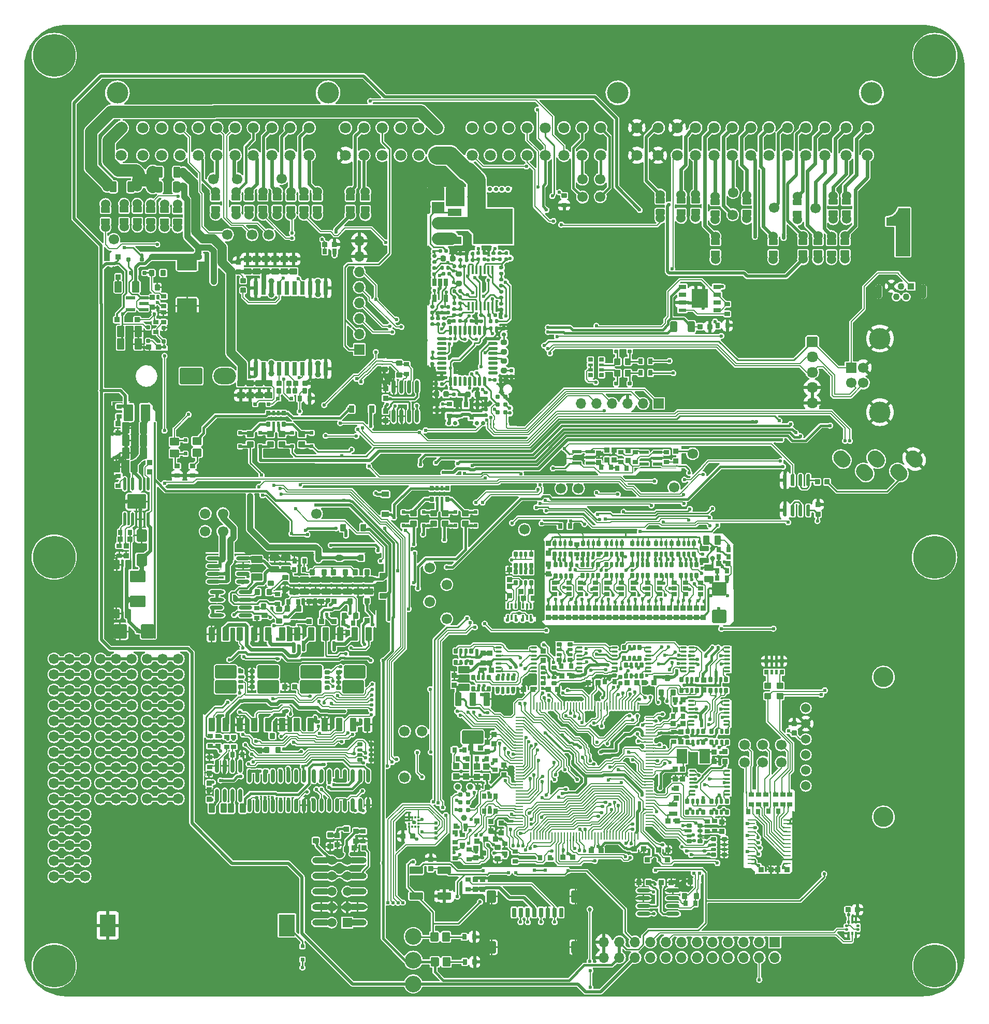
<source format=gtl>
G75*
G70*
%OFA0B0*%
%FSLAX25Y25*%
%IPPOS*%
%LPD*%
%AMOC8*
5,1,8,0,0,1.08239X$1,22.5*
%
%AMM147*
21,1,0.039370,0.049210,-0.000000,0.000000,180.000000*
21,1,0.031500,0.057090,-0.000000,0.000000,180.000000*
1,1,0.007870,-0.015750,0.024610*
1,1,0.007870,0.015750,0.024610*
1,1,0.007870,0.015750,-0.024610*
1,1,0.007870,-0.015750,-0.024610*
%
%AMM150*
21,1,0.027560,0.030710,-0.000000,0.000000,180.000000*
21,1,0.022050,0.036220,-0.000000,0.000000,180.000000*
1,1,0.005510,-0.011020,0.015350*
1,1,0.005510,0.011020,0.015350*
1,1,0.005510,0.011020,-0.015350*
1,1,0.005510,-0.011020,-0.015350*
%
%AMM154*
21,1,0.033470,0.026770,-0.000000,0.000000,0.000000*
21,1,0.026770,0.033470,-0.000000,0.000000,0.000000*
1,1,0.006690,0.013390,-0.013390*
1,1,0.006690,-0.013390,-0.013390*
1,1,0.006690,-0.013390,0.013390*
1,1,0.006690,0.013390,0.013390*
%
%AMM157*
21,1,0.027560,0.030710,-0.000000,0.000000,90.000000*
21,1,0.022050,0.036220,-0.000000,0.000000,90.000000*
1,1,0.005510,0.015350,0.011020*
1,1,0.005510,0.015350,-0.011020*
1,1,0.005510,-0.015350,-0.011020*
1,1,0.005510,-0.015350,0.011020*
%
%AMM159*
21,1,0.033470,0.026770,-0.000000,0.000000,270.000000*
21,1,0.026770,0.033470,-0.000000,0.000000,270.000000*
1,1,0.006690,-0.013390,-0.013390*
1,1,0.006690,-0.013390,0.013390*
1,1,0.006690,0.013390,0.013390*
1,1,0.006690,0.013390,-0.013390*
%
%AMM176*
21,1,0.035430,0.050000,-0.000000,-0.000000,90.000000*
21,1,0.028350,0.057090,-0.000000,-0.000000,90.000000*
1,1,0.007090,0.025000,0.014170*
1,1,0.007090,0.025000,-0.014170*
1,1,0.007090,-0.025000,-0.014170*
1,1,0.007090,-0.025000,0.014170*
%
%AMM177*
21,1,0.086610,0.073230,-0.000000,-0.000000,90.000000*
21,1,0.069290,0.090550,-0.000000,-0.000000,90.000000*
1,1,0.017320,0.036610,0.034650*
1,1,0.017320,0.036610,-0.034650*
1,1,0.017320,-0.036610,-0.034650*
1,1,0.017320,-0.036610,0.034650*
%
%AMM178*
21,1,0.027560,0.030710,-0.000000,-0.000000,270.000000*
21,1,0.022050,0.036220,-0.000000,-0.000000,270.000000*
1,1,0.005510,-0.015350,-0.011020*
1,1,0.005510,-0.015350,0.011020*
1,1,0.005510,0.015350,0.011020*
1,1,0.005510,0.015350,-0.011020*
%
%AMM179*
21,1,0.007870,0.503940,-0.000000,-0.000000,0.000000*
21,1,0.000000,0.511810,-0.000000,-0.000000,0.000000*
1,1,0.007870,-0.000000,-0.251970*
1,1,0.007870,-0.000000,-0.251970*
1,1,0.007870,-0.000000,0.251970*
1,1,0.007870,-0.000000,0.251970*
%
%AMM180*
21,1,0.025590,0.026380,-0.000000,-0.000000,180.000000*
21,1,0.020470,0.031500,-0.000000,-0.000000,180.000000*
1,1,0.005120,-0.010240,0.013190*
1,1,0.005120,0.010240,0.013190*
1,1,0.005120,0.010240,-0.013190*
1,1,0.005120,-0.010240,-0.013190*
%
%AMM181*
21,1,0.023620,0.030710,-0.000000,-0.000000,270.000000*
21,1,0.018900,0.035430,-0.000000,-0.000000,270.000000*
1,1,0.004720,-0.015350,-0.009450*
1,1,0.004720,-0.015350,0.009450*
1,1,0.004720,0.015350,0.009450*
1,1,0.004720,0.015350,-0.009450*
%
%AMM182*
21,1,0.033470,0.026770,-0.000000,-0.000000,90.000000*
21,1,0.026770,0.033470,-0.000000,-0.000000,90.000000*
1,1,0.006690,0.013390,0.013390*
1,1,0.006690,0.013390,-0.013390*
1,1,0.006690,-0.013390,-0.013390*
1,1,0.006690,-0.013390,0.013390*
%
%AMM183*
21,1,0.017720,0.027950,-0.000000,-0.000000,180.000000*
21,1,0.014170,0.031500,-0.000000,-0.000000,180.000000*
1,1,0.003540,-0.007090,0.013980*
1,1,0.003540,0.007090,0.013980*
1,1,0.003540,0.007090,-0.013980*
1,1,0.003540,-0.007090,-0.013980*
%
%AMM184*
21,1,0.039370,0.049210,-0.000000,-0.000000,270.000000*
21,1,0.031500,0.057090,-0.000000,-0.000000,270.000000*
1,1,0.007870,-0.024610,-0.015750*
1,1,0.007870,-0.024610,0.015750*
1,1,0.007870,0.024610,0.015750*
1,1,0.007870,0.024610,-0.015750*
%
%AMM185*
21,1,0.027560,0.030710,-0.000000,-0.000000,180.000000*
21,1,0.022050,0.036220,-0.000000,-0.000000,180.000000*
1,1,0.005510,-0.011020,0.015350*
1,1,0.005510,0.011020,0.015350*
1,1,0.005510,0.011020,-0.015350*
1,1,0.005510,-0.011020,-0.015350*
%
%AMM186*
21,1,0.039370,0.049210,-0.000000,-0.000000,0.000000*
21,1,0.031500,0.057090,-0.000000,-0.000000,0.000000*
1,1,0.007870,0.015750,-0.024610*
1,1,0.007870,-0.015750,-0.024610*
1,1,0.007870,-0.015750,0.024610*
1,1,0.007870,0.015750,0.024610*
%
%AMM187*
21,1,0.007870,0.041340,-0.000000,-0.000000,180.000000*
21,1,0.000000,0.049210,-0.000000,-0.000000,180.000000*
1,1,0.007870,-0.000000,0.020670*
1,1,0.007870,-0.000000,0.020670*
1,1,0.007870,-0.000000,-0.020670*
1,1,0.007870,-0.000000,-0.020670*
%
%AMM188*
21,1,0.033470,0.026770,-0.000000,-0.000000,0.000000*
21,1,0.026770,0.033470,-0.000000,-0.000000,0.000000*
1,1,0.006690,0.013390,-0.013390*
1,1,0.006690,-0.013390,-0.013390*
1,1,0.006690,-0.013390,0.013390*
1,1,0.006690,0.013390,0.013390*
%
%AMM189*
21,1,0.009840,0.919290,-0.000000,-0.000000,90.000000*
21,1,0.000000,0.929130,-0.000000,-0.000000,90.000000*
1,1,0.009840,0.459650,-0.000000*
1,1,0.009840,0.459650,-0.000000*
1,1,0.009840,-0.459650,-0.000000*
1,1,0.009840,-0.459650,-0.000000*
%
%AMM206*
21,1,0.033470,0.026770,-0.000000,-0.000000,180.000000*
21,1,0.026770,0.033470,-0.000000,-0.000000,180.000000*
1,1,0.006690,-0.013390,0.013390*
1,1,0.006690,0.013390,0.013390*
1,1,0.006690,0.013390,-0.013390*
1,1,0.006690,-0.013390,-0.013390*
%
%AMM207*
21,1,0.027560,0.030710,-0.000000,-0.000000,90.000000*
21,1,0.022050,0.036220,-0.000000,-0.000000,90.000000*
1,1,0.005510,0.015350,0.011020*
1,1,0.005510,0.015350,-0.011020*
1,1,0.005510,-0.015350,-0.011020*
1,1,0.005510,-0.015350,0.011020*
%
%AMM208*
21,1,0.015750,0.009840,-0.000000,-0.000000,225.000000*
1,1,0.009840,0.005570,0.005570*
1,1,0.009840,-0.005570,-0.005570*
%
%AMM216*
21,1,0.070870,0.036220,-0.000000,0.000000,90.000000*
21,1,0.061810,0.045280,-0.000000,0.000000,90.000000*
1,1,0.009060,0.018110,0.030910*
1,1,0.009060,0.018110,-0.030910*
1,1,0.009060,-0.018110,-0.030910*
1,1,0.009060,-0.018110,0.030910*
%
%AMM220*
21,1,0.033470,0.026770,-0.000000,0.000000,180.000000*
21,1,0.026770,0.033470,-0.000000,0.000000,180.000000*
1,1,0.006690,-0.013390,0.013390*
1,1,0.006690,0.013390,0.013390*
1,1,0.006690,0.013390,-0.013390*
1,1,0.006690,-0.013390,-0.013390*
%
%AMM232*
21,1,0.027560,0.030710,-0.000000,0.000000,270.000000*
21,1,0.022050,0.036220,-0.000000,0.000000,270.000000*
1,1,0.005510,-0.015350,-0.011020*
1,1,0.005510,-0.015350,0.011020*
1,1,0.005510,0.015350,0.011020*
1,1,0.005510,0.015350,-0.011020*
%
%AMM261*
21,1,0.007870,0.029130,-0.000000,-0.000000,45.000000*
21,1,0.000000,0.037010,-0.000000,-0.000000,45.000000*
1,1,0.007870,0.010300,-0.010300*
1,1,0.007870,0.010300,-0.010300*
1,1,0.007870,-0.010300,0.010300*
1,1,0.007870,-0.010300,0.010300*
%
%AMM262*
21,1,0.007870,0.014960,-0.000000,-0.000000,315.000000*
21,1,0.000000,0.022840,-0.000000,-0.000000,315.000000*
1,1,0.007870,-0.005290,-0.005290*
1,1,0.007870,-0.005290,-0.005290*
1,1,0.007870,0.005290,0.005290*
1,1,0.007870,0.005290,0.005290*
%
%AMM263*
21,1,0.070870,0.036220,-0.000000,-0.000000,180.000000*
21,1,0.061810,0.045280,-0.000000,-0.000000,180.000000*
1,1,0.009060,-0.030910,0.018110*
1,1,0.009060,0.030910,0.018110*
1,1,0.009060,0.030910,-0.018110*
1,1,0.009060,-0.030910,-0.018110*
%
%AMM264*
21,1,0.007870,0.023620,-0.000000,-0.000000,135.000000*
21,1,0.000000,0.031500,-0.000000,-0.000000,135.000000*
1,1,0.007870,0.008350,0.008350*
1,1,0.007870,0.008350,0.008350*
1,1,0.007870,-0.008350,-0.008350*
1,1,0.007870,-0.008350,-0.008350*
%
%AMM265*
21,1,0.035430,0.030320,-0.000000,-0.000000,0.000000*
21,1,0.028350,0.037400,-0.000000,-0.000000,0.000000*
1,1,0.007090,0.014170,-0.015160*
1,1,0.007090,-0.014170,-0.015160*
1,1,0.007090,-0.014170,0.015160*
1,1,0.007090,0.014170,0.015160*
%
%AMM266*
21,1,0.035830,0.026770,-0.000000,-0.000000,90.000000*
21,1,0.029130,0.033470,-0.000000,-0.000000,90.000000*
1,1,0.006690,0.013390,0.014570*
1,1,0.006690,0.013390,-0.014570*
1,1,0.006690,-0.013390,-0.014570*
1,1,0.006690,-0.013390,0.014570*
%
%AMM267*
21,1,0.033470,0.026770,-0.000000,-0.000000,270.000000*
21,1,0.026770,0.033470,-0.000000,-0.000000,270.000000*
1,1,0.006690,-0.013390,-0.013390*
1,1,0.006690,-0.013390,0.013390*
1,1,0.006690,0.013390,0.013390*
1,1,0.006690,0.013390,-0.013390*
%
%AMM268*
21,1,0.039370,0.035430,-0.000000,-0.000000,90.000000*
21,1,0.031500,0.043310,-0.000000,-0.000000,90.000000*
1,1,0.007870,0.017720,0.015750*
1,1,0.007870,0.017720,-0.015750*
1,1,0.007870,-0.017720,-0.015750*
1,1,0.007870,-0.017720,0.015750*
%
%AMM269*
21,1,0.035430,0.030320,-0.000000,-0.000000,90.000000*
21,1,0.028350,0.037400,-0.000000,-0.000000,90.000000*
1,1,0.007090,0.015160,0.014170*
1,1,0.007090,0.015160,-0.014170*
1,1,0.007090,-0.015160,-0.014170*
1,1,0.007090,-0.015160,0.014170*
%
%AMM270*
21,1,0.007870,0.055120,-0.000000,-0.000000,90.000000*
21,1,0.000000,0.062990,-0.000000,-0.000000,90.000000*
1,1,0.007870,0.027560,-0.000000*
1,1,0.007870,0.027560,-0.000000*
1,1,0.007870,-0.027560,-0.000000*
1,1,0.007870,-0.027560,-0.000000*
%
%AMM271*
21,1,0.007870,0.013780,-0.000000,-0.000000,225.000000*
21,1,0.000000,0.021650,-0.000000,-0.000000,225.000000*
1,1,0.007870,-0.004870,0.004870*
1,1,0.007870,-0.004870,0.004870*
1,1,0.007870,0.004870,-0.004870*
1,1,0.007870,0.004870,-0.004870*
%
%AMM272*
21,1,0.007870,0.039370,-0.000000,-0.000000,225.000000*
21,1,0.000000,0.047240,-0.000000,-0.000000,225.000000*
1,1,0.007870,-0.013920,0.013920*
1,1,0.007870,-0.013920,0.013920*
1,1,0.007870,0.013920,-0.013920*
1,1,0.007870,0.013920,-0.013920*
%
%AMM273*
21,1,0.007870,1.704720,-0.000000,-0.000000,90.000000*
21,1,0.000000,1.712600,-0.000000,-0.000000,90.000000*
1,1,0.007870,0.852360,-0.000000*
1,1,0.007870,0.852360,-0.000000*
1,1,0.007870,-0.852360,-0.000000*
1,1,0.007870,-0.852360,-0.000000*
%
%AMM274*
21,1,0.043310,0.075990,-0.000000,-0.000000,180.000000*
21,1,0.034650,0.084650,-0.000000,-0.000000,180.000000*
1,1,0.008660,-0.017320,0.037990*
1,1,0.008660,0.017320,0.037990*
1,1,0.008660,0.017320,-0.037990*
1,1,0.008660,-0.017320,-0.037990*
%
%AMM275*
21,1,0.137800,0.067720,-0.000000,-0.000000,180.000000*
21,1,0.120870,0.084650,-0.000000,-0.000000,180.000000*
1,1,0.016930,-0.060430,0.033860*
1,1,0.016930,0.060430,0.033860*
1,1,0.016930,0.060430,-0.033860*
1,1,0.016930,-0.060430,-0.033860*
%
%AMM276*
21,1,0.007870,1.405510,-0.000000,-0.000000,0.000000*
21,1,0.000000,1.413390,-0.000000,-0.000000,0.000000*
1,1,0.007870,-0.000000,-0.702760*
1,1,0.007870,-0.000000,-0.702760*
1,1,0.007870,-0.000000,0.702760*
1,1,0.007870,-0.000000,0.702760*
%
%AMM277*
21,1,0.023620,0.030710,-0.000000,-0.000000,0.000000*
21,1,0.018900,0.035430,-0.000000,-0.000000,0.000000*
1,1,0.004720,0.009450,-0.015350*
1,1,0.004720,-0.009450,-0.015350*
1,1,0.004720,-0.009450,0.015350*
1,1,0.004720,0.009450,0.015350*
%
%AMM278*
21,1,0.027560,0.030710,-0.000000,-0.000000,0.000000*
21,1,0.022050,0.036220,-0.000000,-0.000000,0.000000*
1,1,0.005510,0.011020,-0.015350*
1,1,0.005510,-0.011020,-0.015350*
1,1,0.005510,-0.011020,0.015350*
1,1,0.005510,0.011020,0.015350*
%
%AMM279*
21,1,0.027560,0.018900,-0.000000,-0.000000,0.000000*
21,1,0.022840,0.023620,-0.000000,-0.000000,0.000000*
1,1,0.004720,0.011420,-0.009450*
1,1,0.004720,-0.011420,-0.009450*
1,1,0.004720,-0.011420,0.009450*
1,1,0.004720,0.011420,0.009450*
%
%AMM280*
21,1,0.043310,0.075980,-0.000000,-0.000000,180.000000*
21,1,0.034650,0.084650,-0.000000,-0.000000,180.000000*
1,1,0.008660,-0.017320,0.037990*
1,1,0.008660,0.017320,0.037990*
1,1,0.008660,0.017320,-0.037990*
1,1,0.008660,-0.017320,-0.037990*
%
%AMM281*
21,1,0.035830,0.026770,-0.000000,-0.000000,0.000000*
21,1,0.029130,0.033470,-0.000000,-0.000000,0.000000*
1,1,0.006690,0.014570,-0.013390*
1,1,0.006690,-0.014570,-0.013390*
1,1,0.006690,-0.014570,0.013390*
1,1,0.006690,0.014570,0.013390*
%
%AMM282*
21,1,0.027560,0.049610,-0.000000,-0.000000,90.000000*
21,1,0.022050,0.055120,-0.000000,-0.000000,90.000000*
1,1,0.005510,0.024800,0.011020*
1,1,0.005510,0.024800,-0.011020*
1,1,0.005510,-0.024800,-0.011020*
1,1,0.005510,-0.024800,0.011020*
%
%AMM283*
21,1,0.017720,0.027950,-0.000000,-0.000000,90.000000*
21,1,0.014170,0.031500,-0.000000,-0.000000,90.000000*
1,1,0.003540,0.013980,0.007090*
1,1,0.003540,0.013980,-0.007090*
1,1,0.003540,-0.013980,-0.007090*
1,1,0.003540,-0.013980,0.007090*
%
%AMM284*
21,1,0.025590,0.026380,-0.000000,-0.000000,90.000000*
21,1,0.020470,0.031500,-0.000000,-0.000000,90.000000*
1,1,0.005120,0.013190,0.010240*
1,1,0.005120,0.013190,-0.010240*
1,1,0.005120,-0.013190,-0.010240*
1,1,0.005120,-0.013190,0.010240*
%
%AMM285*
21,1,0.009840,0.017720,-0.000000,-0.000000,0.000000*
21,1,0.000000,0.027560,-0.000000,-0.000000,0.000000*
1,1,0.009840,-0.000000,-0.008860*
1,1,0.009840,-0.000000,-0.008860*
1,1,0.009840,-0.000000,0.008860*
1,1,0.009840,-0.000000,0.008860*
%
%AMM286*
21,1,0.007870,1.416930,-0.000000,-0.000000,0.000000*
21,1,0.000000,1.424800,-0.000000,-0.000000,0.000000*
1,1,0.007870,-0.000000,-0.708470*
1,1,0.007870,-0.000000,-0.708470*
1,1,0.007870,-0.000000,0.708470*
1,1,0.007870,-0.000000,0.708470*
%
%AMM287*
21,1,0.007870,1.787400,-0.000000,-0.000000,90.000000*
21,1,0.000000,1.795280,-0.000000,-0.000000,90.000000*
1,1,0.007870,0.893700,-0.000000*
1,1,0.007870,0.893700,-0.000000*
1,1,0.007870,-0.893700,-0.000000*
1,1,0.007870,-0.893700,-0.000000*
%
%AMM306*
21,1,0.035830,0.026770,-0.000000,0.000000,180.000000*
21,1,0.029130,0.033470,-0.000000,0.000000,180.000000*
1,1,0.006690,-0.014570,0.013390*
1,1,0.006690,0.014570,0.013390*
1,1,0.006690,0.014570,-0.013390*
1,1,0.006690,-0.014570,-0.013390*
%
%AMM309*
21,1,0.035430,0.030320,-0.000000,0.000000,90.000000*
21,1,0.028350,0.037400,-0.000000,0.000000,90.000000*
1,1,0.007090,0.015160,0.014170*
1,1,0.007090,0.015160,-0.014170*
1,1,0.007090,-0.015160,-0.014170*
1,1,0.007090,-0.015160,0.014170*
%
%AMM31*
21,1,0.027560,0.030710,0.000000,0.000000,270.000000*
21,1,0.022050,0.036220,0.000000,0.000000,270.000000*
1,1,0.005510,-0.015350,-0.011020*
1,1,0.005510,-0.015350,0.011020*
1,1,0.005510,0.015350,0.011020*
1,1,0.005510,0.015350,-0.011020*
%
%AMM313*
21,1,0.017720,0.027950,-0.000000,0.000000,180.000000*
21,1,0.014170,0.031500,-0.000000,0.000000,180.000000*
1,1,0.003540,-0.007090,0.013980*
1,1,0.003540,0.007090,0.013980*
1,1,0.003540,0.007090,-0.013980*
1,1,0.003540,-0.007090,-0.013980*
%
%AMM314*
21,1,0.025590,0.026380,-0.000000,0.000000,180.000000*
21,1,0.020470,0.031500,-0.000000,0.000000,180.000000*
1,1,0.005120,-0.010240,0.013190*
1,1,0.005120,0.010240,0.013190*
1,1,0.005120,0.010240,-0.013190*
1,1,0.005120,-0.010240,-0.013190*
%
%AMM324*
21,1,0.035830,0.026770,-0.000000,-0.000000,270.000000*
21,1,0.029130,0.033470,-0.000000,-0.000000,270.000000*
1,1,0.006690,-0.013390,-0.014570*
1,1,0.006690,-0.013390,0.014570*
1,1,0.006690,0.013390,0.014570*
1,1,0.006690,0.013390,-0.014570*
%
%AMM325*
21,1,0.003940,0.007870,-0.000000,-0.000000,315.000000*
1,1,0.007870,-0.001390,0.001390*
1,1,0.007870,0.001390,-0.001390*
%
%AMM326*
21,1,0.087800,0.007870,-0.000000,-0.000000,225.000000*
1,1,0.007870,0.031040,0.031040*
1,1,0.007870,-0.031040,-0.031040*
%
%AMM327*
21,1,0.035430,0.030320,-0.000000,-0.000000,180.000000*
21,1,0.028350,0.037400,-0.000000,-0.000000,180.000000*
1,1,0.007090,-0.014170,0.015160*
1,1,0.007090,0.014170,0.015160*
1,1,0.007090,0.014170,-0.015160*
1,1,0.007090,-0.014170,-0.015160*
%
%AMM328*
21,1,0.043310,0.075980,-0.000000,-0.000000,0.000000*
21,1,0.034650,0.084650,-0.000000,-0.000000,0.000000*
1,1,0.008660,0.017320,-0.037990*
1,1,0.008660,-0.017320,-0.037990*
1,1,0.008660,-0.017320,0.037990*
1,1,0.008660,0.017320,0.037990*
%
%AMM329*
21,1,0.137800,0.067720,-0.000000,-0.000000,0.000000*
21,1,0.120870,0.084650,-0.000000,-0.000000,0.000000*
1,1,0.016930,0.060430,-0.033860*
1,1,0.016930,-0.060430,-0.033860*
1,1,0.016930,-0.060430,0.033860*
1,1,0.016930,0.060430,0.033860*
%
%AMM330*
21,1,0.043310,0.075990,-0.000000,-0.000000,0.000000*
21,1,0.034650,0.084650,-0.000000,-0.000000,0.000000*
1,1,0.008660,0.017320,-0.037990*
1,1,0.008660,-0.017320,-0.037990*
1,1,0.008660,-0.017320,0.037990*
1,1,0.008660,0.017320,0.037990*
%
%AMM331*
21,1,0.017720,0.027950,-0.000000,-0.000000,270.000000*
21,1,0.014170,0.031500,-0.000000,-0.000000,270.000000*
1,1,0.003540,-0.013980,-0.007090*
1,1,0.003540,-0.013980,0.007090*
1,1,0.003540,0.013980,0.007090*
1,1,0.003540,0.013980,-0.007090*
%
%AMM332*
21,1,0.031500,0.007870,-0.000000,-0.000000,135.000000*
1,1,0.007870,0.011140,-0.011140*
1,1,0.007870,-0.011140,0.011140*
%
%AMM333*
21,1,0.025590,0.026380,-0.000000,-0.000000,270.000000*
21,1,0.020470,0.031500,-0.000000,-0.000000,270.000000*
1,1,0.005120,-0.013190,-0.010240*
1,1,0.005120,-0.013190,0.010240*
1,1,0.005120,0.013190,0.010240*
1,1,0.005120,0.013190,-0.010240*
%
%AMM341*
21,1,0.012600,0.028980,-0.000000,0.000000,0.000000*
21,1,0.010080,0.031500,-0.000000,0.000000,0.000000*
1,1,0.002520,0.005040,-0.014490*
1,1,0.002520,-0.005040,-0.014490*
1,1,0.002520,-0.005040,0.014490*
1,1,0.002520,0.005040,0.014490*
%
%AMM343*
21,1,0.007870,0.078350,-0.000000,0.000000,225.000000*
21,1,0.000000,0.086220,-0.000000,0.000000,225.000000*
1,1,0.007870,-0.027700,0.027700*
1,1,0.007870,-0.027700,0.027700*
1,1,0.007870,0.027700,-0.027700*
1,1,0.007870,0.027700,-0.027700*
%
%AMM344*
21,1,0.007870,0.643700,-0.000000,0.000000,0.000000*
21,1,0.000000,0.651580,-0.000000,0.000000,0.000000*
1,1,0.007870,-0.000000,-0.321850*
1,1,0.007870,-0.000000,-0.321850*
1,1,0.007870,-0.000000,0.321850*
1,1,0.007870,-0.000000,0.321850*
%
%AMM345*
21,1,0.007870,0.287010,-0.000000,0.000000,270.000000*
21,1,0.000000,0.294880,-0.000000,0.000000,270.000000*
1,1,0.007870,-0.143500,0.000000*
1,1,0.007870,-0.143500,0.000000*
1,1,0.007870,0.143500,0.000000*
1,1,0.007870,0.143500,0.000000*
%
%AMM350*
21,1,0.007870,0.080320,-0.000000,0.000000,315.000000*
21,1,0.000000,0.088190,-0.000000,0.000000,315.000000*
1,1,0.007870,-0.028400,-0.028400*
1,1,0.007870,-0.028400,-0.028400*
1,1,0.007870,0.028400,0.028400*
1,1,0.007870,0.028400,0.028400*
%
%AMM351*
21,1,0.035830,0.026770,-0.000000,0.000000,90.000000*
21,1,0.029130,0.033470,-0.000000,0.000000,90.000000*
1,1,0.006690,0.013390,0.014570*
1,1,0.006690,0.013390,-0.014570*
1,1,0.006690,-0.013390,-0.014570*
1,1,0.006690,-0.013390,0.014570*
%
%AMM352*
21,1,0.007870,0.400390,-0.000000,0.000000,90.000000*
21,1,0.000000,0.408270,-0.000000,0.000000,90.000000*
1,1,0.007870,0.200200,0.000000*
1,1,0.007870,0.200200,0.000000*
1,1,0.007870,-0.200200,0.000000*
1,1,0.007870,-0.200200,0.000000*
%
%AMM353*
21,1,0.007870,0.640160,-0.000000,0.000000,0.000000*
21,1,0.000000,0.648030,-0.000000,0.000000,0.000000*
1,1,0.007870,-0.000000,-0.320080*
1,1,0.007870,-0.000000,-0.320080*
1,1,0.007870,-0.000000,0.320080*
1,1,0.007870,-0.000000,0.320080*
%
%AMM355*
21,1,0.035430,0.030320,0.000000,-0.000000,90.000000*
21,1,0.028350,0.037400,0.000000,-0.000000,90.000000*
1,1,0.007090,0.015160,0.014170*
1,1,0.007090,0.015160,-0.014170*
1,1,0.007090,-0.015160,-0.014170*
1,1,0.007090,-0.015160,0.014170*
%
%AMM356*
21,1,0.033470,0.026770,0.000000,-0.000000,270.000000*
21,1,0.026770,0.033470,0.000000,-0.000000,270.000000*
1,1,0.006690,-0.013390,-0.013390*
1,1,0.006690,-0.013390,0.013390*
1,1,0.006690,0.013390,0.013390*
1,1,0.006690,0.013390,-0.013390*
%
%AMM357*
21,1,0.027560,0.030710,0.000000,-0.000000,90.000000*
21,1,0.022050,0.036220,0.000000,-0.000000,90.000000*
1,1,0.005510,0.015350,0.011020*
1,1,0.005510,0.015350,-0.011020*
1,1,0.005510,-0.015350,-0.011020*
1,1,0.005510,-0.015350,0.011020*
%
%AMM36*
21,1,0.033470,0.026770,0.000000,0.000000,90.000000*
21,1,0.026770,0.033470,0.000000,0.000000,90.000000*
1,1,0.006690,0.013390,0.013390*
1,1,0.006690,0.013390,-0.013390*
1,1,0.006690,-0.013390,-0.013390*
1,1,0.006690,-0.013390,0.013390*
%
%AMM363*
21,1,0.021650,0.052760,-0.000000,-0.000000,90.000000*
21,1,0.017320,0.057090,-0.000000,-0.000000,90.000000*
1,1,0.004330,0.026380,0.008660*
1,1,0.004330,0.026380,-0.008660*
1,1,0.004330,-0.026380,-0.008660*
1,1,0.004330,-0.026380,0.008660*
%
%AMM365*
21,1,0.035430,0.030320,-0.000000,0.000000,180.000000*
21,1,0.028350,0.037400,-0.000000,0.000000,180.000000*
1,1,0.007090,-0.014170,0.015160*
1,1,0.007090,0.014170,0.015160*
1,1,0.007090,0.014170,-0.015160*
1,1,0.007090,-0.014170,-0.015160*
%
%AMM366*
21,1,0.047240,0.015750,-0.000000,0.000000,225.000000*
1,1,0.015750,0.016700,0.016700*
1,1,0.015750,-0.016700,-0.016700*
%
%AMM367*
21,1,0.021650,0.052760,-0.000000,0.000000,90.000000*
21,1,0.017320,0.057090,-0.000000,0.000000,90.000000*
1,1,0.004330,0.026380,0.008660*
1,1,0.004330,0.026380,-0.008660*
1,1,0.004330,-0.026380,-0.008660*
1,1,0.004330,-0.026380,0.008660*
%
%AMM368*
21,1,0.023620,0.018900,-0.000000,0.000000,0.000000*
21,1,0.018900,0.023620,-0.000000,0.000000,0.000000*
1,1,0.004720,0.009450,-0.009450*
1,1,0.004720,-0.009450,-0.009450*
1,1,0.004720,-0.009450,0.009450*
1,1,0.004720,0.009450,0.009450*
%
%AMM369*
21,1,0.094490,0.111020,-0.000000,0.000000,270.000000*
21,1,0.075590,0.129920,-0.000000,0.000000,270.000000*
1,1,0.018900,-0.055510,-0.037800*
1,1,0.018900,-0.055510,0.037800*
1,1,0.018900,0.055510,0.037800*
1,1,0.018900,0.055510,-0.037800*
%
%AMM370*
21,1,0.023620,0.018900,-0.000000,0.000000,270.000000*
21,1,0.018900,0.023620,-0.000000,0.000000,270.000000*
1,1,0.004720,-0.009450,-0.009450*
1,1,0.004720,-0.009450,0.009450*
1,1,0.004720,0.009450,0.009450*
1,1,0.004720,0.009450,-0.009450*
%
%AMM376*
21,1,0.106300,0.050390,-0.000000,0.000000,90.000000*
21,1,0.093700,0.062990,-0.000000,0.000000,90.000000*
1,1,0.012600,0.025200,0.046850*
1,1,0.012600,0.025200,-0.046850*
1,1,0.012600,-0.025200,-0.046850*
1,1,0.012600,-0.025200,0.046850*
%
%AMM377*
21,1,0.074800,0.083460,-0.000000,0.000000,270.000000*
21,1,0.059840,0.098430,-0.000000,0.000000,270.000000*
1,1,0.014960,-0.041730,-0.029920*
1,1,0.014960,-0.041730,0.029920*
1,1,0.014960,0.041730,0.029920*
1,1,0.014960,0.041730,-0.029920*
%
%AMM378*
21,1,0.078740,0.053540,-0.000000,0.000000,270.000000*
21,1,0.065350,0.066930,-0.000000,0.000000,270.000000*
1,1,0.013390,-0.026770,-0.032680*
1,1,0.013390,-0.026770,0.032680*
1,1,0.013390,0.026770,0.032680*
1,1,0.013390,0.026770,-0.032680*
%
%AMM379*
21,1,0.122050,0.075590,-0.000000,0.000000,0.000000*
21,1,0.103150,0.094490,-0.000000,0.000000,0.000000*
1,1,0.018900,0.051580,-0.037800*
1,1,0.018900,-0.051580,-0.037800*
1,1,0.018900,-0.051580,0.037800*
1,1,0.018900,0.051580,0.037800*
%
%AMM380*
21,1,0.086610,0.073230,-0.000000,0.000000,180.000000*
21,1,0.069290,0.090550,-0.000000,0.000000,180.000000*
1,1,0.017320,-0.034650,0.036610*
1,1,0.017320,0.034650,0.036610*
1,1,0.017320,0.034650,-0.036610*
1,1,0.017320,-0.034650,-0.036610*
%
%AMM381*
21,1,0.070870,0.036220,-0.000000,0.000000,270.000000*
21,1,0.061810,0.045280,-0.000000,0.000000,270.000000*
1,1,0.009060,-0.018110,-0.030910*
1,1,0.009060,-0.018110,0.030910*
1,1,0.009060,0.018110,0.030910*
1,1,0.009060,0.018110,-0.030910*
%
%AMM82*
21,1,0.078740,0.045670,0.000000,0.000000,270.000000*
21,1,0.067320,0.057090,0.000000,0.000000,270.000000*
1,1,0.011420,-0.022840,-0.033660*
1,1,0.011420,-0.022840,0.033660*
1,1,0.011420,0.022840,0.033660*
1,1,0.011420,0.022840,-0.033660*
%
%AMM83*
21,1,0.059060,0.020470,0.000000,0.000000,270.000000*
21,1,0.053940,0.025590,0.000000,0.000000,270.000000*
1,1,0.005120,-0.010240,-0.026970*
1,1,0.005120,-0.010240,0.026970*
1,1,0.005120,0.010240,0.026970*
1,1,0.005120,0.010240,-0.026970*
%
%ADD10C,0.01969*%
%ADD101O,0.00984X0.40157*%
%ADD11O,0.05118X0.00866*%
%ADD110R,0.03150X0.03543*%
%ADD112C,0.02400*%
%ADD114O,0.00866X0.05118*%
%ADD120O,0.01575X0.19685*%
%ADD121O,0.01575X0.38583*%
%ADD124R,0.05217X0.05906*%
%ADD127C,0.02756*%
%ADD128O,0.04331X0.09449*%
%ADD13O,0.01969X0.44882*%
%ADD130O,0.00787X0.16732*%
%ADD131M82*%
%ADD132C,0.02362*%
%ADD134O,0.01575X0.35433*%
%ADD137C,0.13780*%
%ADD139R,0.01476X0.01378*%
%ADD140O,0.00787X0.22323*%
%ADD142C,0.03937*%
%ADD143O,0.01968X0.00984*%
%ADD150O,0.00787X0.01575*%
%ADD151M31*%
%ADD157R,0.45000X0.30000*%
%ADD16C,0.02000*%
%ADD161R,0.03543X0.03150*%
%ADD163O,0.14567X0.10630*%
%ADD164O,0.28346X0.01575*%
%ADD167R,0.10236X0.14173*%
%ADD168O,0.03150X0.02362*%
%ADD17R,0.11811X0.00984*%
%ADD170O,0.00984X0.01968*%
%ADD173O,0.26772X0.00787*%
%ADD174R,0.05157X0.02559*%
%ADD175C,0.04331*%
%ADD176O,0.01969X0.00984*%
%ADD177O,0.00787X0.16339*%
%ADD178O,0.00787X0.26772*%
%ADD181R,0.03150X0.08661*%
%ADD194C,0.06693*%
%ADD195C,0.07874*%
%ADD197R,0.06693X0.06693*%
%ADD198C,0.05906*%
%ADD199C,0.05118*%
%ADD20O,0.43701X0.00787*%
%ADD202C,0.00787*%
%ADD203O,0.56890X0.01968*%
%ADD205C,0.11811*%
%ADD210O,0.01969X0.50000*%
%ADD211O,0.36220X0.00787*%
%ADD215O,0.04724X0.01969*%
%ADD218O,0.03937X0.05906*%
%ADD221O,0.06693X0.00787*%
%ADD223O,0.01969X0.00787*%
%ADD235C,0.13000*%
%ADD237O,0.04331X0.01181*%
%ADD239O,0.01969X0.11811*%
%ADD245R,0.08858X0.00984*%
%ADD251C,0.03150*%
%ADD253C,0.01000*%
%ADD254C,0.27559*%
%ADD255O,1.01181X0.00787*%
%ADD257R,0.04331X0.04331*%
%ADD26C,0.01181*%
%ADD265C,0.01968*%
%ADD266O,0.06693X0.06693*%
%ADD267C,0.10630*%
%ADD268R,0.11614X0.00984*%
%ADD269O,0.22835X0.00984*%
%ADD270O,0.04961X0.00984*%
%ADD271O,0.68504X0.01575*%
%ADD272R,0.06693X0.09449*%
%ADD276C,0.03100*%
%ADD277R,0.12205X0.00984*%
%ADD278C,0.01180*%
%ADD279O,0.34428X0.03937*%
%ADD280C,0.01575*%
%ADD281O,0.07283X0.06693*%
%ADD294O,0.01969X0.03937*%
%ADD297M36*%
%ADD298O,0.22323X0.00787*%
%ADD303O,0.56890X0.01969*%
%ADD305O,0.01968X0.50000*%
%ADD308O,0.11811X0.01969*%
%ADD309O,0.00787X0.03740*%
%ADD314R,0.03740X0.00984*%
%ADD315O,0.02362X0.08661*%
%ADD318C,0.00800*%
%ADD319R,0.00984X1.54528*%
%ADD32C,0.02700*%
%ADD320O,0.00787X0.54331*%
%ADD323O,0.01575X1.39370*%
%ADD326O,0.00787X0.34744*%
%ADD33M83*%
%ADD330R,0.08000X0.20000*%
%ADD334R,0.05157X0.02362*%
%ADD34R,0.05906X0.05906*%
%ADD340O,0.38583X0.01575*%
%ADD345O,0.00787X0.43701*%
%ADD346C,0.00984*%
%ADD348O,0.01575X1.18110*%
%ADD35R,0.01968X0.01968*%
%ADD355O,0.00984X0.40158*%
%ADD358C,0.07087*%
%ADD361C,0.00394*%
%ADD362C,0.03900*%
%ADD367M147*%
%ADD370M150*%
%ADD374M154*%
%ADD377M157*%
%ADD379M159*%
%ADD39O,0.01968X0.11811*%
%ADD396M176*%
%ADD397M177*%
%ADD398M178*%
%ADD399M179*%
%ADD400M180*%
%ADD401M181*%
%ADD402M182*%
%ADD403M183*%
%ADD404M184*%
%ADD405M185*%
%ADD406M186*%
%ADD407M187*%
%ADD408M188*%
%ADD409M189*%
%ADD430M206*%
%ADD431M207*%
%ADD432M208*%
%ADD440M216*%
%ADD444M220*%
%ADD457M232*%
%ADD489M261*%
%ADD490M262*%
%ADD491M263*%
%ADD492M264*%
%ADD493M265*%
%ADD494M266*%
%ADD495M267*%
%ADD496M268*%
%ADD497M269*%
%ADD498M270*%
%ADD499M271*%
%ADD50O,0.00787X0.25591*%
%ADD500M272*%
%ADD501M273*%
%ADD502M274*%
%ADD503M275*%
%ADD504M276*%
%ADD505M277*%
%ADD506M278*%
%ADD507M279*%
%ADD508M280*%
%ADD509M281*%
%ADD510M282*%
%ADD511M283*%
%ADD512M284*%
%ADD513M285*%
%ADD514M286*%
%ADD515M287*%
%ADD52O,0.00787X1.01772*%
%ADD53O,0.21260X0.01575*%
%ADD540M306*%
%ADD547M309*%
%ADD551M313*%
%ADD552M314*%
%ADD567M324*%
%ADD568M325*%
%ADD569M326*%
%ADD57O,0.00787X0.56693*%
%ADD570M327*%
%ADD571M328*%
%ADD572M329*%
%ADD573M330*%
%ADD574M331*%
%ADD575M332*%
%ADD576M333*%
%ADD584M341*%
%ADD586M343*%
%ADD587M344*%
%ADD588M345*%
%ADD593O,0.11221X0.04016*%
%ADD594M350*%
%ADD595M351*%
%ADD596M352*%
%ADD597M353*%
%ADD60R,0.05709X0.00984*%
%ADD600M355*%
%ADD601M356*%
%ADD602M357*%
%ADD608M363*%
%ADD610M365*%
%ADD611M366*%
%ADD612M367*%
%ADD613M368*%
%ADD614M369*%
%ADD615M370*%
%ADD616O,0.01968X0.00787*%
%ADD617O,0.36221X0.00787*%
%ADD618O,0.34429X0.03937*%
%ADD62O,0.00984X0.01969*%
%ADD625M376*%
%ADD626M377*%
%ADD627O,0.01968X0.08661*%
%ADD628M378*%
%ADD629M379*%
%ADD630M380*%
%ADD631M381*%
%ADD632O,0.28347X0.01575*%
%ADD633O,0.11811X0.01968*%
%ADD641R,0.07874X0.07500*%
%ADD642O,0.07874X0.07500*%
%ADD643R,0.08661X0.04724*%
%ADD644R,0.01772X0.05709*%
%ADD645R,0.02559X0.04803*%
%ADD646R,0.25197X0.22835*%
%ADD65O,0.01968X0.03937*%
%ADD73R,0.01378X0.01476*%
%ADD76O,0.01968X0.44882*%
%ADD79C,0.06000*%
%ADD81O,0.13780X0.00787*%
%ADD84O,0.20079X0.00787*%
%ADD86O,0.00787X0.14173*%
%ADD88O,0.08661X0.02362*%
%ADD91O,0.03937X0.01968*%
%ADD94O,0.44587X0.00787*%
%ADD96O,0.04724X0.01968*%
%ADD99O,0.12205X0.00787*%
X0000000Y0000000D02*
%LPD*%
G01*
D361*
X0570500Y0476823D02*
X0561445Y0476823D01*
X0561445Y0476823D02*
X0561445Y0496114D01*
X0561445Y0496114D02*
X0561406Y0496311D01*
X0561406Y0496311D02*
X0561248Y0496469D01*
X0561248Y0496469D02*
X0561051Y0496508D01*
X0561051Y0496508D02*
X0555539Y0496508D01*
X0555539Y0496508D02*
X0555539Y0501626D01*
X0555539Y0501626D02*
X0555933Y0501626D01*
X0555933Y0501626D02*
X0556642Y0501705D01*
X0556642Y0501705D02*
X0557469Y0501862D01*
X0557469Y0501862D02*
X0558295Y0502138D01*
X0558295Y0502138D02*
X0558807Y0502335D01*
X0558807Y0502335D02*
X0559516Y0502689D01*
X0559516Y0502689D02*
X0560185Y0503122D01*
X0560185Y0503122D02*
X0560894Y0503673D01*
X0560894Y0503673D02*
X0561642Y0504421D01*
X0561642Y0504421D02*
X0561996Y0504894D01*
X0561996Y0504894D02*
X0562429Y0505524D01*
X0562429Y0505524D02*
X0562862Y0506311D01*
X0562862Y0506311D02*
X0563177Y0507059D01*
X0563177Y0507059D02*
X0563335Y0507532D01*
X0563335Y0507532D02*
X0570500Y0507532D01*
X0570500Y0507532D02*
X0570500Y0476823D01*
G36*
X0570500Y0476823D02*
G01*
X0561445Y0476823D01*
X0561445Y0496114D01*
X0561406Y0496311D01*
X0561248Y0496469D01*
X0561051Y0496508D01*
X0555539Y0496508D01*
X0555539Y0501626D01*
X0555933Y0501626D01*
X0556642Y0501705D01*
X0557469Y0501862D01*
X0558295Y0502138D01*
X0558807Y0502335D01*
X0559516Y0502689D01*
X0560185Y0503122D01*
X0560894Y0503673D01*
X0561642Y0504421D01*
X0561996Y0504894D01*
X0562429Y0505524D01*
X0562862Y0506311D01*
X0563177Y0507059D01*
X0563335Y0507532D01*
X0570500Y0507532D01*
X0570500Y0476823D01*
G37*
X0570500Y0476823D02*
X0561445Y0476823D01*
X0561445Y0496114D01*
X0561406Y0496311D01*
X0561248Y0496469D01*
X0561051Y0496508D01*
X0555539Y0496508D01*
X0555539Y0501626D01*
X0555933Y0501626D01*
X0556642Y0501705D01*
X0557469Y0501862D01*
X0558295Y0502138D01*
X0558807Y0502335D01*
X0559516Y0502689D01*
X0560185Y0503122D01*
X0560894Y0503673D01*
X0561642Y0504421D01*
X0561996Y0504894D01*
X0562429Y0505524D01*
X0562862Y0506311D01*
X0563177Y0507059D01*
X0563335Y0507532D01*
X0570500Y0507532D01*
X0570500Y0476823D01*
D174*
X0424081Y0457029D03*
X0424081Y0452029D03*
X0424081Y0447029D03*
D334*
X0424081Y0442029D03*
D174*
X0446483Y0442029D03*
X0446483Y0447029D03*
X0446483Y0452029D03*
X0446483Y0457029D03*
D124*
X0432674Y0452482D03*
X0432674Y0446576D03*
X0437890Y0446576D03*
X0437890Y0452482D03*
G36*
G01*
X0451424Y0440966D02*
X0454495Y0440966D01*
G75*
G02*
X0454770Y0440690I0000000J-000276D01*
G01*
X0454770Y0438486D01*
G75*
G02*
X0454495Y0438210I-000276J0000000D01*
G01*
X0451424Y0438210D01*
G75*
G02*
X0451148Y0438486I0000000J0000276D01*
G01*
X0451148Y0440690D01*
G75*
G02*
X0451424Y0440966I0000276J0000000D01*
G01*
G37*
G36*
G01*
X0451424Y0447265D02*
X0454495Y0447265D01*
G75*
G02*
X0454770Y0446990I0000000J-000276D01*
G01*
X0454770Y0444785D01*
G75*
G02*
X0454495Y0444509I-000276J0000000D01*
G01*
X0451424Y0444509D01*
G75*
G02*
X0451148Y0444785I0000000J0000276D01*
G01*
X0451148Y0446990D01*
G75*
G02*
X0451424Y0447265I0000276J0000000D01*
G01*
G37*
G36*
G01*
X0419869Y0427777D02*
X0417152Y0427777D01*
G75*
G02*
X0416247Y0428682I0000000J0000906D01*
G01*
X0416247Y0433958D01*
G75*
G02*
X0417152Y0434864I0000906J0000000D01*
G01*
X0419869Y0434864D01*
G75*
G02*
X0420774Y0433958I0000000J-000906D01*
G01*
X0420774Y0428682D01*
G75*
G02*
X0419869Y0427777I-000906J0000000D01*
G01*
G37*
G36*
G01*
X0431286Y0427777D02*
X0428570Y0427777D01*
G75*
G02*
X0427664Y0428682I0000000J0000906D01*
G01*
X0427664Y0433958D01*
G75*
G02*
X0428570Y0434864I0000906J0000000D01*
G01*
X0431286Y0434864D01*
G75*
G02*
X0432192Y0433958I0000000J-000906D01*
G01*
X0432192Y0428682D01*
G75*
G02*
X0431286Y0427777I-000906J0000000D01*
G01*
G37*
G36*
G01*
X0437152Y0432659D02*
X0437152Y0429982D01*
G75*
G02*
X0436818Y0429647I-000335J0000000D01*
G01*
X0434140Y0429647D01*
G75*
G02*
X0433806Y0429982I0000000J0000335D01*
G01*
X0433806Y0432659D01*
G75*
G02*
X0434140Y0432993I0000335J0000000D01*
G01*
X0436818Y0432993D01*
G75*
G02*
X0437152Y0432659I0000000J-000335D01*
G01*
G37*
G36*
G01*
X0443373Y0432659D02*
X0443373Y0429982D01*
G75*
G02*
X0443038Y0429647I-000335J0000000D01*
G01*
X0440361Y0429647D01*
G75*
G02*
X0440026Y0429982I0000000J0000335D01*
G01*
X0440026Y0432659D01*
G75*
G02*
X0440361Y0432993I0000335J0000000D01*
G01*
X0443038Y0432993D01*
G75*
G02*
X0443373Y0432659I0000000J-000335D01*
G01*
G37*
G36*
G01*
X0248904Y0083879D02*
X0256621Y0083879D01*
G75*
G02*
X0257093Y0083407I0000000J-000472D01*
G01*
X0257093Y0079627D01*
G75*
G02*
X0256621Y0079155I-000472J0000000D01*
G01*
X0248904Y0079155D01*
G75*
G02*
X0248432Y0079627I0000000J0000472D01*
G01*
X0248432Y0083407D01*
G75*
G02*
X0248904Y0083879I0000472J0000000D01*
G01*
G37*
G36*
G01*
X0248904Y0067344D02*
X0256621Y0067344D01*
G75*
G02*
X0257093Y0066871I0000000J-000472D01*
G01*
X0257093Y0063092D01*
G75*
G02*
X0256621Y0062619I-000472J0000000D01*
G01*
X0248904Y0062619D01*
G75*
G02*
X0248432Y0063092I0000000J0000472D01*
G01*
X0248432Y0066871D01*
G75*
G02*
X0248904Y0067344I0000472J0000000D01*
G01*
G37*
G36*
G01*
X0266916Y0083879D02*
X0274633Y0083879D01*
G75*
G02*
X0275105Y0083407I0000000J-000472D01*
G01*
X0275105Y0079627D01*
G75*
G02*
X0274633Y0079155I-000472J0000000D01*
G01*
X0266916Y0079155D01*
G75*
G02*
X0266444Y0079627I0000000J0000472D01*
G01*
X0266444Y0083407D01*
G75*
G02*
X0266916Y0083879I0000472J0000000D01*
G01*
G37*
G36*
G01*
X0266916Y0067344D02*
X0274633Y0067344D01*
G75*
G02*
X0275105Y0066871I0000000J-000472D01*
G01*
X0275105Y0063092D01*
G75*
G02*
X0274633Y0062619I-000472J0000000D01*
G01*
X0266916Y0062619D01*
G75*
G02*
X0266444Y0063092I0000000J0000472D01*
G01*
X0266444Y0066871D01*
G75*
G02*
X0266916Y0067344I0000472J0000000D01*
G01*
G37*
D132*
X0341904Y0048110D03*
X0333144Y0048110D03*
X0324581Y0048110D03*
X0319955Y0048110D03*
X0353337Y0050784D03*
X0303321Y0050748D03*
X0297120Y0070059D03*
D303*
X0326727Y0017992D03*
D13*
X0299286Y0039793D03*
D271*
X0323695Y0076358D03*
D215*
X0355585Y0028032D03*
D210*
X0357160Y0052097D03*
D239*
X0354207Y0023012D03*
D176*
X0351423Y0343184D03*
X0351423Y0346629D03*
X0351423Y0349385D03*
X0421600Y0351156D03*
X0421600Y0341708D03*
G36*
G01*
X0504232Y0476575D02*
X0499311Y0476575D01*
G75*
G02*
X0498917Y0476969I0000000J0000394D01*
G01*
X0498917Y0480118D01*
G75*
G02*
X0499311Y0480512I0000394J0000000D01*
G01*
X0504232Y0480512D01*
G75*
G02*
X0504626Y0480118I0000000J-000394D01*
G01*
X0504626Y0476969D01*
G75*
G02*
X0504232Y0476575I-000394J0000000D01*
G01*
G37*
D79*
X0501772Y0474783D03*
X0501772Y0489783D03*
G36*
G01*
X0504232Y0484055D02*
X0499311Y0484055D01*
G75*
G02*
X0498917Y0484449I0000000J0000394D01*
G01*
X0498917Y0487599D01*
G75*
G02*
X0499311Y0487992I0000394J0000000D01*
G01*
X0504232Y0487992D01*
G75*
G02*
X0504626Y0487599I0000000J-000394D01*
G01*
X0504626Y0484449D01*
G75*
G02*
X0504232Y0484055I-000394J0000000D01*
G01*
G37*
G36*
G01*
X0191533Y0505041D02*
X0186612Y0505041D01*
G75*
G02*
X0186218Y0505434I0000000J0000394D01*
G01*
X0186218Y0508584D01*
G75*
G02*
X0186612Y0508978I0000394J0000000D01*
G01*
X0191533Y0508978D01*
G75*
G02*
X0191927Y0508584I0000000J-000394D01*
G01*
X0191927Y0505434D01*
G75*
G02*
X0191533Y0505041I-000394J0000000D01*
G01*
G37*
X0189073Y0503249D03*
X0189073Y0518249D03*
G36*
G01*
X0191533Y0512521D02*
X0186612Y0512521D01*
G75*
G02*
X0186218Y0512915I0000000J0000394D01*
G01*
X0186218Y0516064D01*
G75*
G02*
X0186612Y0516458I0000394J0000000D01*
G01*
X0191533Y0516458D01*
G75*
G02*
X0191927Y0516064I0000000J-000394D01*
G01*
X0191927Y0512915D01*
G75*
G02*
X0191533Y0512521I-000394J0000000D01*
G01*
G37*
D194*
X0245285Y0141379D03*
X0245285Y0170915D03*
X0157979Y0490572D03*
G36*
G01*
X0097283Y0343159D02*
X0100354Y0343159D01*
G75*
G02*
X0100630Y0342884I0000000J-000276D01*
G01*
X0100630Y0340679D01*
G75*
G02*
X0100354Y0340404I-000276J0000000D01*
G01*
X0097283Y0340404D01*
G75*
G02*
X0097008Y0340679I0000000J0000276D01*
G01*
X0097008Y0342884D01*
G75*
G02*
X0097283Y0343159I0000276J0000000D01*
G01*
G37*
G36*
G01*
X0097283Y0336860D02*
X0100354Y0336860D01*
G75*
G02*
X0100630Y0336585I0000000J-000276D01*
G01*
X0100630Y0334380D01*
G75*
G02*
X0100354Y0334104I-000276J0000000D01*
G01*
X0097283Y0334104D01*
G75*
G02*
X0097008Y0334380I0000000J0000276D01*
G01*
X0097008Y0336585D01*
G75*
G02*
X0097283Y0336860I0000276J0000000D01*
G01*
G37*
D197*
X0408865Y0381911D03*
D266*
X0398865Y0381911D03*
X0388865Y0381911D03*
X0378865Y0381911D03*
X0368865Y0381911D03*
X0358865Y0381911D03*
G36*
G01*
X0445479Y0430671D02*
X0445479Y0433741D01*
G75*
G02*
X0445755Y0434017I0000276J0000000D01*
G01*
X0447959Y0434017D01*
G75*
G02*
X0448235Y0433741I0000000J-000276D01*
G01*
X0448235Y0430671D01*
G75*
G02*
X0447959Y0430395I-000276J0000000D01*
G01*
X0445755Y0430395D01*
G75*
G02*
X0445479Y0430671I0000000J0000276D01*
G01*
G37*
G36*
G01*
X0451778Y0430671D02*
X0451778Y0433741D01*
G75*
G02*
X0452054Y0434017I0000276J0000000D01*
G01*
X0454259Y0434017D01*
G75*
G02*
X0454534Y0433741I0000000J-000276D01*
G01*
X0454534Y0430671D01*
G75*
G02*
X0454259Y0430395I-000276J0000000D01*
G01*
X0452054Y0430395D01*
G75*
G02*
X0451778Y0430671I0000000J0000276D01*
G01*
G37*
D194*
X0456503Y0503367D03*
D267*
X0250865Y0008410D03*
G36*
G01*
X0242507Y0102226D02*
X0242507Y0104903D01*
G75*
G02*
X0242841Y0105238I0000335J0000000D01*
G01*
X0245518Y0105238D01*
G75*
G02*
X0245853Y0104903I0000000J-000335D01*
G01*
X0245853Y0102226D01*
G75*
G02*
X0245518Y0101891I-000335J0000000D01*
G01*
X0242841Y0101891D01*
G75*
G02*
X0242507Y0102226I0000000J0000335D01*
G01*
G37*
G36*
G01*
X0248727Y0102226D02*
X0248727Y0104903D01*
G75*
G02*
X0249062Y0105238I0000335J0000000D01*
G01*
X0251739Y0105238D01*
G75*
G02*
X0252074Y0104903I0000000J-000335D01*
G01*
X0252074Y0102226D01*
G75*
G02*
X0251739Y0101891I-000335J0000000D01*
G01*
X0249062Y0101891D01*
G75*
G02*
X0248727Y0102226I0000000J0000335D01*
G01*
G37*
D194*
X0079567Y0177549D03*
X0079567Y0187549D03*
X0079567Y0197549D03*
X0079567Y0207549D03*
X0079567Y0217549D03*
X0089567Y0177549D03*
X0089567Y0187549D03*
X0089567Y0197549D03*
X0089567Y0207549D03*
X0089567Y0217549D03*
X0099567Y0177549D03*
X0099567Y0187549D03*
X0099567Y0197549D03*
X0099567Y0207549D03*
X0099567Y0217549D03*
G36*
G01*
X0173333Y0388545D02*
X0173333Y0391616D01*
G75*
G02*
X0173609Y0391891I0000276J0000000D01*
G01*
X0175814Y0391891D01*
G75*
G02*
X0176089Y0391616I0000000J-000276D01*
G01*
X0176089Y0388545D01*
G75*
G02*
X0175814Y0388269I-000276J0000000D01*
G01*
X0173609Y0388269D01*
G75*
G02*
X0173333Y0388545I0000000J0000276D01*
G01*
G37*
G36*
G01*
X0179633Y0388545D02*
X0179633Y0391616D01*
G75*
G02*
X0179908Y0391891I0000276J0000000D01*
G01*
X0182113Y0391891D01*
G75*
G02*
X0182389Y0391616I0000000J-000276D01*
G01*
X0182389Y0388545D01*
G75*
G02*
X0182113Y0388269I-000276J0000000D01*
G01*
X0179908Y0388269D01*
G75*
G02*
X0179633Y0388545I0000000J0000276D01*
G01*
G37*
X0359849Y0514785D03*
D79*
X0219987Y0503151D03*
G36*
G01*
X0222448Y0504942D02*
X0217526Y0504942D01*
G75*
G02*
X0217133Y0505336I0000000J0000394D01*
G01*
X0217133Y0508486D01*
G75*
G02*
X0217526Y0508879I0000394J0000000D01*
G01*
X0222448Y0508879D01*
G75*
G02*
X0222841Y0508486I0000000J-000394D01*
G01*
X0222841Y0505336D01*
G75*
G02*
X0222448Y0504942I-000394J0000000D01*
G01*
G37*
G36*
G01*
X0222448Y0512423D02*
X0217526Y0512423D01*
G75*
G02*
X0217133Y0512816I0000000J0000394D01*
G01*
X0217133Y0515966D01*
G75*
G02*
X0217526Y0516360I0000394J0000000D01*
G01*
X0222448Y0516360D01*
G75*
G02*
X0222841Y0515966I0000000J-000394D01*
G01*
X0222841Y0512816D01*
G75*
G02*
X0222448Y0512423I-000394J0000000D01*
G01*
G37*
X0219987Y0518151D03*
D194*
X0116936Y0311045D03*
X0049567Y0127549D03*
X0049567Y0137549D03*
X0049567Y0147549D03*
X0049567Y0157549D03*
X0049567Y0167549D03*
X0059567Y0127549D03*
X0059567Y0137549D03*
X0059567Y0147549D03*
X0059567Y0157549D03*
X0059567Y0167549D03*
X0069567Y0127549D03*
X0069567Y0137549D03*
X0069567Y0147549D03*
X0069567Y0157549D03*
X0069567Y0167549D03*
D57*
X0225945Y0151973D03*
D52*
X0116699Y0233058D03*
D177*
X0116693Y0127503D03*
G36*
G01*
X0119217Y0117134D02*
X0119217Y0117134D01*
G75*
G02*
X0118660Y0117134I-000278J0000278D01*
G01*
X0116433Y0119361D01*
G75*
G02*
X0116433Y0119918I0000278J0000278D01*
G01*
X0116433Y0119918D01*
G75*
G02*
X0116990Y0119918I0000278J-000278D01*
G01*
X0119217Y0117690D01*
G75*
G02*
X0119217Y0117134I-000278J-000278D01*
G01*
G37*
G36*
G01*
X0226146Y0123957D02*
X0226146Y0123957D01*
G75*
G02*
X0226146Y0123401I-000278J-000278D01*
G01*
X0219938Y0117193D01*
G75*
G02*
X0219381Y0117193I-000278J0000278D01*
G01*
X0219381Y0117193D01*
G75*
G02*
X0219381Y0117749I0000278J0000278D01*
G01*
X0225589Y0123957D01*
G75*
G02*
X0226146Y0123957I0000278J-000278D01*
G01*
G37*
D130*
X0225951Y0257172D03*
D86*
X0226542Y0278078D03*
D326*
X0225945Y0220312D03*
D94*
X0164140Y0285026D03*
G36*
G01*
X0226405Y0285392D02*
X0226683Y0285114D01*
G75*
G02*
X0226683Y0284557I-000278J-000278D01*
G01*
X0226683Y0284557D01*
G75*
G02*
X0226127Y0284557I-000278J0000278D01*
G01*
X0225848Y0284835D01*
G75*
G02*
X0225848Y0285392I0000278J0000278D01*
G01*
X0225848Y0285392D01*
G75*
G02*
X0226405Y0285392I0000278J-000278D01*
G01*
G37*
D255*
X0169356Y0117408D03*
D221*
X0222998Y0285263D03*
D218*
X0128185Y0282748D03*
X0133130Y0282748D03*
X0189724Y0282748D03*
D168*
X0225374Y0268983D03*
D79*
X0123629Y0503249D03*
G36*
G01*
X0126089Y0505041D02*
X0121168Y0505041D01*
G75*
G02*
X0120774Y0505434I0000000J0000394D01*
G01*
X0120774Y0508584D01*
G75*
G02*
X0121168Y0508978I0000394J0000000D01*
G01*
X0126089Y0508978D01*
G75*
G02*
X0126483Y0508584I0000000J-000394D01*
G01*
X0126483Y0505434D01*
G75*
G02*
X0126089Y0505041I-000394J0000000D01*
G01*
G37*
G36*
G01*
X0126089Y0512521D02*
X0121168Y0512521D01*
G75*
G02*
X0120774Y0512915I0000000J0000394D01*
G01*
X0120774Y0516064D01*
G75*
G02*
X0121168Y0516458I0000394J0000000D01*
G01*
X0126089Y0516458D01*
G75*
G02*
X0126483Y0516064I0000000J-000394D01*
G01*
X0126483Y0512915D01*
G75*
G02*
X0126089Y0512521I-000394J0000000D01*
G01*
G37*
X0123629Y0518249D03*
G36*
G01*
X0267347Y0025001D02*
X0267347Y0020119D01*
G75*
G02*
X0266835Y0019608I-000512J0000000D01*
G01*
X0262740Y0019608D01*
G75*
G02*
X0262228Y0020119I0000000J0000512D01*
G01*
X0262228Y0025001D01*
G75*
G02*
X0262740Y0025513I0000512J0000000D01*
G01*
X0266835Y0025513D01*
G75*
G02*
X0267347Y0025001I0000000J-000512D01*
G01*
G37*
G36*
G01*
X0274827Y0025001D02*
X0274827Y0020119D01*
G75*
G02*
X0274315Y0019608I-000512J0000000D01*
G01*
X0270221Y0019608D01*
G75*
G02*
X0269709Y0020119I0000000J0000512D01*
G01*
X0269709Y0025001D01*
G75*
G02*
X0270221Y0025513I0000512J0000000D01*
G01*
X0274315Y0025513D01*
G75*
G02*
X0274827Y0025001I0000000J-000512D01*
G01*
G37*
G36*
G01*
X0447644Y0502186D02*
X0442723Y0502186D01*
G75*
G02*
X0442329Y0502580I0000000J0000394D01*
G01*
X0442329Y0505730D01*
G75*
G02*
X0442723Y0506123I0000394J0000000D01*
G01*
X0447644Y0506123D01*
G75*
G02*
X0448038Y0505730I0000000J-000394D01*
G01*
X0448038Y0502580D01*
G75*
G02*
X0447644Y0502186I-000394J0000000D01*
G01*
G37*
X0445184Y0500395D03*
X0445184Y0515395D03*
G36*
G01*
X0447644Y0509667D02*
X0442723Y0509667D01*
G75*
G02*
X0442329Y0510060I0000000J0000394D01*
G01*
X0442329Y0513210D01*
G75*
G02*
X0442723Y0513604I0000394J0000000D01*
G01*
X0447644Y0513604D01*
G75*
G02*
X0448038Y0513210I0000000J-000394D01*
G01*
X0448038Y0510060D01*
G75*
G02*
X0447644Y0509667I-000394J0000000D01*
G01*
G37*
G36*
G01*
X0245716Y0312977D02*
X0245716Y0311087D01*
G75*
G02*
X0245480Y0310851I-000236J0000000D01*
G01*
X0243590Y0310851D01*
G75*
G02*
X0243354Y0311087I0000000J0000236D01*
G01*
X0243354Y0312977D01*
G75*
G02*
X0243590Y0313213I0000236J0000000D01*
G01*
X0245480Y0313213D01*
G75*
G02*
X0245716Y0312977I0000000J-000236D01*
G01*
G37*
G36*
G01*
X0245716Y0304315D02*
X0245716Y0302426D01*
G75*
G02*
X0245480Y0302189I-000236J0000000D01*
G01*
X0243590Y0302189D01*
G75*
G02*
X0243354Y0302426I0000000J0000236D01*
G01*
X0243354Y0304315D01*
G75*
G02*
X0243590Y0304552I0000236J0000000D01*
G01*
X0245480Y0304552D01*
G75*
G02*
X0245716Y0304315I0000000J-000236D01*
G01*
G37*
G36*
G01*
X0136969Y0474515D02*
X0139646Y0474515D01*
G75*
G02*
X0139981Y0474180I0000000J-000335D01*
G01*
X0139981Y0471503D01*
G75*
G02*
X0139646Y0471168I-000335J0000000D01*
G01*
X0136969Y0471168D01*
G75*
G02*
X0136635Y0471503I0000000J0000335D01*
G01*
X0136635Y0474180D01*
G75*
G02*
X0136969Y0474515I0000335J0000000D01*
G01*
G37*
G36*
G01*
X0136969Y0468294D02*
X0139646Y0468294D01*
G75*
G02*
X0139981Y0467960I0000000J-000335D01*
G01*
X0139981Y0465283D01*
G75*
G02*
X0139646Y0464948I-000335J0000000D01*
G01*
X0136969Y0464948D01*
G75*
G02*
X0136635Y0465283I0000000J0000335D01*
G01*
X0136635Y0467960D01*
G75*
G02*
X0136969Y0468294I0000335J0000000D01*
G01*
G37*
G36*
G01*
X0260676Y0090336D02*
X0263353Y0090336D01*
G75*
G02*
X0263688Y0090001I0000000J-000335D01*
G01*
X0263688Y0087324D01*
G75*
G02*
X0263353Y0086990I-000335J0000000D01*
G01*
X0260676Y0086990D01*
G75*
G02*
X0260341Y0087324I0000000J0000335D01*
G01*
X0260341Y0090001D01*
G75*
G02*
X0260676Y0090336I0000335J0000000D01*
G01*
G37*
G36*
G01*
X0260676Y0084116D02*
X0263353Y0084116D01*
G75*
G02*
X0263688Y0083781I0000000J-000335D01*
G01*
X0263688Y0081104D01*
G75*
G02*
X0263353Y0080769I-000335J0000000D01*
G01*
X0260676Y0080769D01*
G75*
G02*
X0260341Y0081104I0000000J0000335D01*
G01*
X0260341Y0083781D01*
G75*
G02*
X0260676Y0084116I0000335J0000000D01*
G01*
G37*
D194*
X0359849Y0526301D03*
G36*
G01*
X0282724Y0313213D02*
X0286267Y0313213D01*
G75*
G02*
X0286661Y0312819I0000000J-000394D01*
G01*
X0286661Y0309670D01*
G75*
G02*
X0286267Y0309276I-000394J0000000D01*
G01*
X0282724Y0309276D01*
G75*
G02*
X0282330Y0309670I0000000J0000394D01*
G01*
X0282330Y0312819D01*
G75*
G02*
X0282724Y0313213I0000394J0000000D01*
G01*
G37*
G36*
G01*
X0282724Y0306520D02*
X0286267Y0306520D01*
G75*
G02*
X0286661Y0306126I0000000J-000394D01*
G01*
X0286661Y0302977D01*
G75*
G02*
X0286267Y0302583I-000394J0000000D01*
G01*
X0282724Y0302583D01*
G75*
G02*
X0282330Y0302977I0000000J0000394D01*
G01*
X0282330Y0306126D01*
G75*
G02*
X0282724Y0306520I0000394J0000000D01*
G01*
G37*
G36*
G01*
X0518924Y0332856D02*
X0518924Y0330179D01*
G75*
G02*
X0518589Y0329844I-000335J0000000D01*
G01*
X0515912Y0329844D01*
G75*
G02*
X0515577Y0330179I0000000J0000335D01*
G01*
X0515577Y0332856D01*
G75*
G02*
X0515912Y0333190I0000335J0000000D01*
G01*
X0518589Y0333190D01*
G75*
G02*
X0518924Y0332856I0000000J-000335D01*
G01*
G37*
G36*
G01*
X0512703Y0332856D02*
X0512703Y0330179D01*
G75*
G02*
X0512369Y0329844I-000335J0000000D01*
G01*
X0509692Y0329844D01*
G75*
G02*
X0509357Y0330179I0000000J0000335D01*
G01*
X0509357Y0332856D01*
G75*
G02*
X0509692Y0333190I0000335J0000000D01*
G01*
X0512369Y0333190D01*
G75*
G02*
X0512703Y0332856I0000000J-000335D01*
G01*
G37*
G36*
G01*
X0447841Y0476399D02*
X0442920Y0476399D01*
G75*
G02*
X0442526Y0476793I0000000J0000394D01*
G01*
X0442526Y0479942D01*
G75*
G02*
X0442920Y0480336I0000394J0000000D01*
G01*
X0447841Y0480336D01*
G75*
G02*
X0448235Y0479942I0000000J-000394D01*
G01*
X0448235Y0476793D01*
G75*
G02*
X0447841Y0476399I-000394J0000000D01*
G01*
G37*
D79*
X0445381Y0474608D03*
G36*
G01*
X0447841Y0483879D02*
X0442920Y0483879D01*
G75*
G02*
X0442526Y0484273I0000000J0000394D01*
G01*
X0442526Y0487423D01*
G75*
G02*
X0442920Y0487816I0000394J0000000D01*
G01*
X0447841Y0487816D01*
G75*
G02*
X0448235Y0487423I0000000J-000394D01*
G01*
X0448235Y0484273D01*
G75*
G02*
X0447841Y0483879I-000394J0000000D01*
G01*
G37*
X0445381Y0489608D03*
G36*
G01*
X0220459Y0303997D02*
X0220459Y0299982D01*
G75*
G02*
X0220105Y0299627I-000354J0000000D01*
G01*
X0217270Y0299627D01*
G75*
G02*
X0216916Y0299982I0000000J0000354D01*
G01*
X0216916Y0303997D01*
G75*
G02*
X0217270Y0304352I0000354J0000000D01*
G01*
X0220105Y0304352D01*
G75*
G02*
X0220459Y0303997I0000000J-000354D01*
G01*
G37*
G36*
G01*
X0207467Y0303997D02*
X0207467Y0299982D01*
G75*
G02*
X0207113Y0299627I-000354J0000000D01*
G01*
X0204278Y0299627D01*
G75*
G02*
X0203924Y0299982I0000000J0000354D01*
G01*
X0203924Y0303997D01*
G75*
G02*
X0204278Y0304352I0000354J0000000D01*
G01*
X0207113Y0304352D01*
G75*
G02*
X0207467Y0303997I0000000J-000354D01*
G01*
G37*
X0172054Y0503249D03*
G36*
G01*
X0174514Y0505041D02*
X0169593Y0505041D01*
G75*
G02*
X0169200Y0505434I0000000J0000394D01*
G01*
X0169200Y0508584D01*
G75*
G02*
X0169593Y0508978I0000394J0000000D01*
G01*
X0174514Y0508978D01*
G75*
G02*
X0174908Y0508584I0000000J-000394D01*
G01*
X0174908Y0505434D01*
G75*
G02*
X0174514Y0505041I-000394J0000000D01*
G01*
G37*
G36*
G01*
X0174514Y0512521D02*
X0169593Y0512521D01*
G75*
G02*
X0169200Y0512915I0000000J0000394D01*
G01*
X0169200Y0516064D01*
G75*
G02*
X0169593Y0516458I0000394J0000000D01*
G01*
X0174514Y0516458D01*
G75*
G02*
X0174908Y0516064I0000000J-000394D01*
G01*
X0174908Y0512915D01*
G75*
G02*
X0174514Y0512521I-000394J0000000D01*
G01*
G37*
X0172054Y0518249D03*
G36*
G01*
X0292124Y0312971D02*
X0292124Y0311081D01*
G75*
G02*
X0291887Y0310845I-000236J0000000D01*
G01*
X0289998Y0310845D01*
G75*
G02*
X0289761Y0311081I0000000J0000236D01*
G01*
X0289761Y0312971D01*
G75*
G02*
X0289998Y0313207I0000236J0000000D01*
G01*
X0291887Y0313207D01*
G75*
G02*
X0292124Y0312971I0000000J-000236D01*
G01*
G37*
G36*
G01*
X0292124Y0304309D02*
X0292124Y0302420D01*
G75*
G02*
X0291887Y0302183I-000236J0000000D01*
G01*
X0289998Y0302183D01*
G75*
G02*
X0289761Y0302420I0000000J0000236D01*
G01*
X0289761Y0304309D01*
G75*
G02*
X0289998Y0304546I0000236J0000000D01*
G01*
X0291887Y0304546D01*
G75*
G02*
X0292124Y0304309I0000000J-000236D01*
G01*
G37*
G36*
G01*
X0055182Y0497084D02*
X0050261Y0497084D01*
G75*
G02*
X0049867Y0497478I0000000J0000394D01*
G01*
X0049867Y0500628D01*
G75*
G02*
X0050261Y0501021I0000394J0000000D01*
G01*
X0055182Y0501021D01*
G75*
G02*
X0055576Y0500628I0000000J-000394D01*
G01*
X0055576Y0497478D01*
G75*
G02*
X0055182Y0497084I-000394J0000000D01*
G01*
G37*
X0052721Y0495293D03*
X0052721Y0510293D03*
G36*
G01*
X0055182Y0504565D02*
X0050261Y0504565D01*
G75*
G02*
X0049867Y0504959I0000000J0000394D01*
G01*
X0049867Y0508108D01*
G75*
G02*
X0050261Y0508502I0000394J0000000D01*
G01*
X0055182Y0508502D01*
G75*
G02*
X0055576Y0508108I0000000J-000394D01*
G01*
X0055576Y0504959D01*
G75*
G02*
X0055182Y0504565I-000394J0000000D01*
G01*
G37*
D137*
X0545831Y0581810D03*
X0060398Y0581810D03*
X0196027Y0581810D03*
X0382642Y0581810D03*
D358*
X0062957Y0541650D03*
X0076727Y0541650D03*
X0088937Y0541650D03*
X0100747Y0541650D03*
X0112557Y0541650D03*
X0124367Y0541650D03*
X0136177Y0541650D03*
X0147987Y0541650D03*
X0159797Y0541650D03*
X0171607Y0541650D03*
X0183817Y0541650D03*
X0062957Y0559370D03*
X0076727Y0559370D03*
X0088937Y0559370D03*
X0100747Y0559370D03*
X0112557Y0559370D03*
X0124367Y0559370D03*
X0136177Y0559370D03*
X0147987Y0559370D03*
X0159797Y0559370D03*
X0171607Y0559370D03*
X0183817Y0559370D03*
X0288744Y0541650D03*
X0300554Y0541650D03*
X0312364Y0541650D03*
X0324174Y0541650D03*
X0335994Y0541650D03*
X0347804Y0541650D03*
X0359614Y0541650D03*
X0371424Y0541650D03*
X0288744Y0559370D03*
X0300554Y0559370D03*
X0312364Y0559370D03*
X0324174Y0559370D03*
X0335994Y0559370D03*
X0347804Y0559370D03*
X0359614Y0559370D03*
X0371424Y0559370D03*
X0394834Y0541650D03*
X0408614Y0541650D03*
X0420834Y0541650D03*
X0432644Y0541650D03*
X0444454Y0541650D03*
X0456264Y0541650D03*
X0468074Y0541650D03*
X0479884Y0541650D03*
X0491694Y0541650D03*
X0503504Y0541650D03*
X0515714Y0541650D03*
X0529494Y0541650D03*
X0543274Y0541650D03*
X0394834Y0559370D03*
X0408614Y0559370D03*
X0420834Y0559370D03*
X0432644Y0559370D03*
X0444454Y0559370D03*
X0456264Y0559370D03*
X0468074Y0559370D03*
X0479884Y0559370D03*
X0491694Y0559370D03*
X0503504Y0559370D03*
X0515714Y0559370D03*
X0529494Y0559370D03*
X0543274Y0559370D03*
X0207248Y0541650D03*
X0219058Y0541650D03*
X0230868Y0541650D03*
X0242678Y0541650D03*
X0254498Y0541650D03*
X0266308Y0541650D03*
X0207248Y0559370D03*
X0219058Y0559370D03*
X0230868Y0559370D03*
X0242678Y0559370D03*
X0254498Y0559370D03*
X0266308Y0559370D03*
G36*
G01*
X0153501Y0363952D02*
X0153501Y0362062D01*
G75*
G02*
X0153264Y0361826I-000236J0000000D01*
G01*
X0151375Y0361826D01*
G75*
G02*
X0151138Y0362062I0000000J0000236D01*
G01*
X0151138Y0363952D01*
G75*
G02*
X0151375Y0364188I0000236J0000000D01*
G01*
X0153264Y0364188D01*
G75*
G02*
X0153501Y0363952I0000000J-000236D01*
G01*
G37*
G36*
G01*
X0153501Y0355291D02*
X0153501Y0353401D01*
G75*
G02*
X0153264Y0353165I-000236J0000000D01*
G01*
X0151375Y0353165D01*
G75*
G02*
X0151138Y0353401I0000000J0000236D01*
G01*
X0151138Y0355291D01*
G75*
G02*
X0151375Y0355527I0000236J0000000D01*
G01*
X0153264Y0355527D01*
G75*
G02*
X0153501Y0355291I0000000J-000236D01*
G01*
G37*
D194*
X0166142Y0526694D03*
X0509821Y0507480D03*
G36*
G01*
X0114154Y0355167D02*
X0109272Y0355167D01*
G75*
G02*
X0108760Y0355679I0000000J0000512D01*
G01*
X0108760Y0359774D01*
G75*
G02*
X0109272Y0360286I0000512J0000000D01*
G01*
X0114154Y0360286D01*
G75*
G02*
X0114665Y0359774I0000000J-000512D01*
G01*
X0114665Y0355679D01*
G75*
G02*
X0114154Y0355167I-000512J0000000D01*
G01*
G37*
G36*
G01*
X0114154Y0347687D02*
X0109272Y0347687D01*
G75*
G02*
X0108760Y0348199I0000000J0000512D01*
G01*
X0108760Y0352293D01*
G75*
G02*
X0109272Y0352805I0000512J0000000D01*
G01*
X0114154Y0352805D01*
G75*
G02*
X0114665Y0352293I0000000J-000512D01*
G01*
X0114665Y0348199D01*
G75*
G02*
X0114154Y0347687I-000512J0000000D01*
G01*
G37*
G36*
G01*
X0155617Y0396970D02*
X0159751Y0396970D01*
G75*
G02*
X0160144Y0396576I0000000J-000394D01*
G01*
X0160144Y0393427D01*
G75*
G02*
X0159751Y0393033I-000394J0000000D01*
G01*
X0155617Y0393033D01*
G75*
G02*
X0155223Y0393427I0000000J0000394D01*
G01*
X0155223Y0396576D01*
G75*
G02*
X0155617Y0396970I0000394J0000000D01*
G01*
G37*
G36*
G01*
X0155617Y0389096D02*
X0159751Y0389096D01*
G75*
G02*
X0160144Y0388702I0000000J-000394D01*
G01*
X0160144Y0385553D01*
G75*
G02*
X0159751Y0385159I-000394J0000000D01*
G01*
X0155617Y0385159D01*
G75*
G02*
X0155223Y0385553I0000000J0000394D01*
G01*
X0155223Y0388702D01*
G75*
G02*
X0155617Y0389096I0000394J0000000D01*
G01*
G37*
X0357192Y0327285D03*
X0128353Y0299627D03*
G36*
G01*
X0346503Y0517147D02*
X0349574Y0517147D01*
G75*
G02*
X0349849Y0516871I0000000J-000276D01*
G01*
X0349849Y0514667D01*
G75*
G02*
X0349574Y0514391I-000276J0000000D01*
G01*
X0346503Y0514391D01*
G75*
G02*
X0346227Y0514667I0000000J0000276D01*
G01*
X0346227Y0516871D01*
G75*
G02*
X0346503Y0517147I0000276J0000000D01*
G01*
G37*
G36*
G01*
X0346503Y0510848D02*
X0349574Y0510848D01*
G75*
G02*
X0349849Y0510572I0000000J-000276D01*
G01*
X0349849Y0508367D01*
G75*
G02*
X0349574Y0508092I-000276J0000000D01*
G01*
X0346503Y0508092D01*
G75*
G02*
X0346227Y0508367I0000000J0000276D01*
G01*
X0346227Y0510572D01*
G75*
G02*
X0346503Y0510848I0000276J0000000D01*
G01*
G37*
G36*
G01*
X0274063Y0328705D02*
X0274063Y0326067D01*
G75*
G02*
X0273807Y0325811I-000256J0000000D01*
G01*
X0271759Y0325811D01*
G75*
G02*
X0271504Y0326067I0000000J0000256D01*
G01*
X0271504Y0328705D01*
G75*
G02*
X0271759Y0328961I0000256J0000000D01*
G01*
X0273807Y0328961D01*
G75*
G02*
X0274063Y0328705I0000000J-000256D01*
G01*
G37*
G36*
G01*
X0270224Y0328784D02*
X0270224Y0325989D01*
G75*
G02*
X0270047Y0325811I-000177J0000000D01*
G01*
X0268629Y0325811D01*
G75*
G02*
X0268452Y0325989I0000000J0000177D01*
G01*
X0268452Y0328784D01*
G75*
G02*
X0268629Y0328961I0000177J0000000D01*
G01*
X0270047Y0328961D01*
G75*
G02*
X0270224Y0328784I0000000J-000177D01*
G01*
G37*
G36*
G01*
X0267074Y0328784D02*
X0267074Y0325989D01*
G75*
G02*
X0266897Y0325811I-000177J0000000D01*
G01*
X0265480Y0325811D01*
G75*
G02*
X0265303Y0325989I0000000J0000177D01*
G01*
X0265303Y0328784D01*
G75*
G02*
X0265480Y0328961I0000177J0000000D01*
G01*
X0266897Y0328961D01*
G75*
G02*
X0267074Y0328784I0000000J-000177D01*
G01*
G37*
G36*
G01*
X0264023Y0328705D02*
X0264023Y0326067D01*
G75*
G02*
X0263767Y0325811I-000256J0000000D01*
G01*
X0261720Y0325811D01*
G75*
G02*
X0261464Y0326067I0000000J0000256D01*
G01*
X0261464Y0328705D01*
G75*
G02*
X0261720Y0328961I0000256J0000000D01*
G01*
X0263767Y0328961D01*
G75*
G02*
X0264023Y0328705I0000000J-000256D01*
G01*
G37*
G36*
G01*
X0264023Y0321618D02*
X0264023Y0318981D01*
G75*
G02*
X0263767Y0318725I-000256J0000000D01*
G01*
X0261720Y0318725D01*
G75*
G02*
X0261464Y0318981I0000000J0000256D01*
G01*
X0261464Y0321618D01*
G75*
G02*
X0261720Y0321874I0000256J0000000D01*
G01*
X0263767Y0321874D01*
G75*
G02*
X0264023Y0321618I0000000J-000256D01*
G01*
G37*
G36*
G01*
X0267074Y0321697D02*
X0267074Y0318902D01*
G75*
G02*
X0266897Y0318725I-000177J0000000D01*
G01*
X0265480Y0318725D01*
G75*
G02*
X0265303Y0318902I0000000J0000177D01*
G01*
X0265303Y0321697D01*
G75*
G02*
X0265480Y0321874I0000177J0000000D01*
G01*
X0266897Y0321874D01*
G75*
G02*
X0267074Y0321697I0000000J-000177D01*
G01*
G37*
G36*
G01*
X0270224Y0321697D02*
X0270224Y0318902D01*
G75*
G02*
X0270047Y0318725I-000177J0000000D01*
G01*
X0268629Y0318725D01*
G75*
G02*
X0268452Y0318902I0000000J0000177D01*
G01*
X0268452Y0321697D01*
G75*
G02*
X0268629Y0321874I0000177J0000000D01*
G01*
X0270047Y0321874D01*
G75*
G02*
X0270224Y0321697I0000000J-000177D01*
G01*
G37*
G36*
G01*
X0274063Y0321618D02*
X0274063Y0318981D01*
G75*
G02*
X0273807Y0318725I-000256J0000000D01*
G01*
X0271759Y0318725D01*
G75*
G02*
X0271504Y0318981I0000000J0000256D01*
G01*
X0271504Y0321618D01*
G75*
G02*
X0271759Y0321874I0000256J0000000D01*
G01*
X0273807Y0321874D01*
G75*
G02*
X0274063Y0321618I0000000J-000256D01*
G01*
G37*
D267*
X0250865Y0023657D03*
D194*
X0475991Y0162226D03*
G36*
G01*
X0212802Y0505041D02*
X0207881Y0505041D01*
G75*
G02*
X0207487Y0505434I0000000J0000394D01*
G01*
X0207487Y0508584D01*
G75*
G02*
X0207881Y0508978I0000394J0000000D01*
G01*
X0212802Y0508978D01*
G75*
G02*
X0213196Y0508584I0000000J-000394D01*
G01*
X0213196Y0505434D01*
G75*
G02*
X0212802Y0505041I-000394J0000000D01*
G01*
G37*
D79*
X0210341Y0503249D03*
G36*
G01*
X0212802Y0512521D02*
X0207881Y0512521D01*
G75*
G02*
X0207487Y0512915I0000000J0000394D01*
G01*
X0207487Y0516064D01*
G75*
G02*
X0207881Y0516458I0000394J0000000D01*
G01*
X0212802Y0516458D01*
G75*
G02*
X0213196Y0516064I0000000J-000394D01*
G01*
X0213196Y0512915D01*
G75*
G02*
X0212802Y0512521I-000394J0000000D01*
G01*
G37*
X0210341Y0518249D03*
D257*
X0571266Y0457403D03*
D175*
X0568117Y0450513D03*
X0564967Y0457403D03*
X0561818Y0450513D03*
X0558668Y0457403D03*
D128*
X0579337Y0453958D03*
X0550597Y0453958D03*
D197*
X0216148Y0416655D03*
D266*
X0216148Y0426655D03*
X0216148Y0436655D03*
X0216148Y0446655D03*
X0216148Y0456655D03*
X0216148Y0466655D03*
X0216148Y0476655D03*
X0216148Y0486655D03*
G36*
G01*
X0380561Y0396063D02*
X0382450Y0396063D01*
G75*
G02*
X0382687Y0395826I0000000J-000236D01*
G01*
X0382687Y0393937D01*
G75*
G02*
X0382450Y0393700I-000236J0000000D01*
G01*
X0380561Y0393700D01*
G75*
G02*
X0380324Y0393937I0000000J0000236D01*
G01*
X0380324Y0395826D01*
G75*
G02*
X0380561Y0396063I0000236J0000000D01*
G01*
G37*
G36*
G01*
X0389222Y0396063D02*
X0391112Y0396063D01*
G75*
G02*
X0391348Y0395826I0000000J-000236D01*
G01*
X0391348Y0393937D01*
G75*
G02*
X0391112Y0393700I-000236J0000000D01*
G01*
X0389222Y0393700D01*
G75*
G02*
X0388986Y0393937I0000000J0000236D01*
G01*
X0388986Y0395826D01*
G75*
G02*
X0389222Y0396063I0000236J0000000D01*
G01*
G37*
D194*
X0475991Y0151064D03*
D197*
X0532743Y0404942D03*
D194*
X0532743Y0395100D03*
X0540617Y0395100D03*
X0540617Y0404942D03*
D137*
X0551286Y0376320D03*
X0551286Y0423722D03*
D194*
X0256349Y0170906D03*
X0487802Y0151064D03*
D62*
X0229760Y0368405D03*
D298*
X0244967Y0410925D03*
D121*
X0229760Y0386614D03*
D173*
X0242605Y0367716D03*
D345*
X0255744Y0389370D03*
D176*
X0229957Y0409153D03*
X0229957Y0407185D03*
D132*
X0234091Y0381397D03*
X0236158Y0384842D03*
X0239110Y0380216D03*
X0253087Y0380511D03*
D235*
X0553550Y0205867D03*
X0553550Y0115867D03*
D79*
X0503550Y0185867D03*
X0503550Y0175867D03*
X0503550Y0165867D03*
X0503550Y0155867D03*
X0503550Y0145867D03*
X0503550Y0135867D03*
G36*
G01*
X0518707Y0513764D02*
X0523629Y0513764D01*
G75*
G02*
X0524022Y0513370I0000000J-000394D01*
G01*
X0524022Y0510221D01*
G75*
G02*
X0523629Y0509827I-000394J0000000D01*
G01*
X0518707Y0509827D01*
G75*
G02*
X0518314Y0510221I0000000J0000394D01*
G01*
X0518314Y0513370D01*
G75*
G02*
X0518707Y0513764I0000394J0000000D01*
G01*
G37*
X0521168Y0515555D03*
X0521168Y0500555D03*
G36*
G01*
X0518707Y0506284D02*
X0523629Y0506284D01*
G75*
G02*
X0524022Y0505890I0000000J-000394D01*
G01*
X0524022Y0502740D01*
G75*
G02*
X0523629Y0502347I-000394J0000000D01*
G01*
X0518707Y0502347D01*
G75*
G02*
X0518314Y0502740I0000000J0000394D01*
G01*
X0518314Y0505890D01*
G75*
G02*
X0518707Y0506284I0000394J0000000D01*
G01*
G37*
D194*
X0019567Y0177549D03*
X0019567Y0187549D03*
X0019567Y0197549D03*
X0019567Y0207549D03*
X0019567Y0217549D03*
X0029567Y0177549D03*
X0029567Y0187549D03*
X0029567Y0197549D03*
X0029567Y0207549D03*
X0029567Y0217549D03*
X0039567Y0177549D03*
X0039567Y0187549D03*
X0039567Y0197549D03*
X0039567Y0207549D03*
X0039567Y0217549D03*
X0456798Y0517738D03*
X0272448Y0243328D03*
D178*
X0392986Y0064138D03*
D176*
X0393675Y0076982D03*
D340*
X0411884Y0076982D03*
D140*
X0436195Y0061776D03*
D20*
X0414640Y0050998D03*
D62*
X0434423Y0076786D03*
X0432455Y0076786D03*
D132*
X0406667Y0072652D03*
X0410112Y0070585D03*
X0405486Y0067632D03*
X0405782Y0053656D03*
D194*
X0116936Y0299627D03*
X0122251Y0526399D03*
G36*
G01*
X0093174Y0497065D02*
X0088253Y0497065D01*
G75*
G02*
X0087859Y0497458I0000000J0000394D01*
G01*
X0087859Y0500608D01*
G75*
G02*
X0088253Y0501002I0000394J0000000D01*
G01*
X0093174Y0501002D01*
G75*
G02*
X0093568Y0500608I0000000J-000394D01*
G01*
X0093568Y0497458D01*
G75*
G02*
X0093174Y0497065I-000394J0000000D01*
G01*
G37*
D79*
X0090713Y0495273D03*
G36*
G01*
X0093174Y0504545D02*
X0088253Y0504545D01*
G75*
G02*
X0087859Y0504939I0000000J0000394D01*
G01*
X0087859Y0508088D01*
G75*
G02*
X0088253Y0508482I0000394J0000000D01*
G01*
X0093174Y0508482D01*
G75*
G02*
X0093568Y0508088I0000000J-000394D01*
G01*
X0093568Y0504939D01*
G75*
G02*
X0093174Y0504545I-000394J0000000D01*
G01*
G37*
X0090713Y0510273D03*
G36*
G01*
X0140558Y0363958D02*
X0140558Y0362068D01*
G75*
G02*
X0140322Y0361832I-000236J0000000D01*
G01*
X0138432Y0361832D01*
G75*
G02*
X0138196Y0362068I0000000J0000236D01*
G01*
X0138196Y0363958D01*
G75*
G02*
X0138432Y0364194I0000236J0000000D01*
G01*
X0140322Y0364194D01*
G75*
G02*
X0140558Y0363958I0000000J-000236D01*
G01*
G37*
G36*
G01*
X0140558Y0355297D02*
X0140558Y0353407D01*
G75*
G02*
X0140322Y0353171I-000236J0000000D01*
G01*
X0138432Y0353171D01*
G75*
G02*
X0138196Y0353407I0000000J0000236D01*
G01*
X0138196Y0355297D01*
G75*
G02*
X0138432Y0355533I0000236J0000000D01*
G01*
X0140322Y0355533D01*
G75*
G02*
X0140558Y0355297I0000000J-000236D01*
G01*
G37*
G36*
G01*
X0380324Y0407135D02*
X0380324Y0410679D01*
G75*
G02*
X0380718Y0411072I0000394J0000000D01*
G01*
X0383868Y0411072D01*
G75*
G02*
X0384261Y0410679I0000000J-000394D01*
G01*
X0384261Y0407135D01*
G75*
G02*
X0383868Y0406742I-000394J0000000D01*
G01*
X0380718Y0406742D01*
G75*
G02*
X0380324Y0407135I0000000J0000394D01*
G01*
G37*
G36*
G01*
X0387017Y0407135D02*
X0387017Y0410679D01*
G75*
G02*
X0387411Y0411072I0000394J0000000D01*
G01*
X0390561Y0411072D01*
G75*
G02*
X0390954Y0410679I0000000J-000394D01*
G01*
X0390954Y0407135D01*
G75*
G02*
X0390561Y0406742I-000394J0000000D01*
G01*
X0387411Y0406742D01*
G75*
G02*
X0387017Y0407135I0000000J0000394D01*
G01*
G37*
G36*
G01*
X0171674Y0476818D02*
X0175808Y0476818D01*
G75*
G02*
X0176202Y0476424I0000000J-000394D01*
G01*
X0176202Y0473275D01*
G75*
G02*
X0175808Y0472881I-000394J0000000D01*
G01*
X0171674Y0472881D01*
G75*
G02*
X0171280Y0473275I0000000J0000394D01*
G01*
X0171280Y0476424D01*
G75*
G02*
X0171674Y0476818I0000394J0000000D01*
G01*
G37*
G36*
G01*
X0171674Y0468944D02*
X0175808Y0468944D01*
G75*
G02*
X0176202Y0468550I0000000J-000394D01*
G01*
X0176202Y0465401D01*
G75*
G02*
X0175808Y0465007I-000394J0000000D01*
G01*
X0171674Y0465007D01*
G75*
G02*
X0171280Y0465401I0000000J0000394D01*
G01*
X0171280Y0468550D01*
G75*
G02*
X0171674Y0468944I0000394J0000000D01*
G01*
G37*
D254*
X0019685Y0020079D03*
G36*
G01*
X0363651Y0411466D02*
X0366289Y0411466D01*
G75*
G02*
X0366545Y0411210I0000000J-000256D01*
G01*
X0366545Y0409163D01*
G75*
G02*
X0366289Y0408907I-000256J0000000D01*
G01*
X0363651Y0408907D01*
G75*
G02*
X0363395Y0409163I0000000J0000256D01*
G01*
X0363395Y0411210D01*
G75*
G02*
X0363651Y0411466I0000256J0000000D01*
G01*
G37*
G36*
G01*
X0363572Y0407628D02*
X0366368Y0407628D01*
G75*
G02*
X0366545Y0407450I0000000J-000177D01*
G01*
X0366545Y0406033D01*
G75*
G02*
X0366368Y0405856I-000177J0000000D01*
G01*
X0363572Y0405856D01*
G75*
G02*
X0363395Y0406033I0000000J0000177D01*
G01*
X0363395Y0407450D01*
G75*
G02*
X0363572Y0407628I0000177J0000000D01*
G01*
G37*
G36*
G01*
X0363572Y0404478D02*
X0366368Y0404478D01*
G75*
G02*
X0366545Y0404301I0000000J-000177D01*
G01*
X0366545Y0402883D01*
G75*
G02*
X0366368Y0402706I-000177J0000000D01*
G01*
X0363572Y0402706D01*
G75*
G02*
X0363395Y0402883I0000000J0000177D01*
G01*
X0363395Y0404301D01*
G75*
G02*
X0363572Y0404478I0000177J0000000D01*
G01*
G37*
G36*
G01*
X0363651Y0401427D02*
X0366289Y0401427D01*
G75*
G02*
X0366545Y0401171I0000000J-000256D01*
G01*
X0366545Y0399124D01*
G75*
G02*
X0366289Y0398868I-000256J0000000D01*
G01*
X0363651Y0398868D01*
G75*
G02*
X0363395Y0399124I0000000J0000256D01*
G01*
X0363395Y0401171D01*
G75*
G02*
X0363651Y0401427I0000256J0000000D01*
G01*
G37*
G36*
G01*
X0370738Y0401427D02*
X0373376Y0401427D01*
G75*
G02*
X0373631Y0401171I0000000J-000256D01*
G01*
X0373631Y0399124D01*
G75*
G02*
X0373376Y0398868I-000256J0000000D01*
G01*
X0370738Y0398868D01*
G75*
G02*
X0370482Y0399124I0000000J0000256D01*
G01*
X0370482Y0401171D01*
G75*
G02*
X0370738Y0401427I0000256J0000000D01*
G01*
G37*
G36*
G01*
X0370659Y0404478D02*
X0373454Y0404478D01*
G75*
G02*
X0373631Y0404301I0000000J-000177D01*
G01*
X0373631Y0402883D01*
G75*
G02*
X0373454Y0402706I-000177J0000000D01*
G01*
X0370659Y0402706D01*
G75*
G02*
X0370482Y0402883I0000000J0000177D01*
G01*
X0370482Y0404301D01*
G75*
G02*
X0370659Y0404478I0000177J0000000D01*
G01*
G37*
G36*
G01*
X0370659Y0407628D02*
X0373454Y0407628D01*
G75*
G02*
X0373631Y0407450I0000000J-000177D01*
G01*
X0373631Y0406033D01*
G75*
G02*
X0373454Y0405856I-000177J0000000D01*
G01*
X0370659Y0405856D01*
G75*
G02*
X0370482Y0406033I0000000J0000177D01*
G01*
X0370482Y0407450D01*
G75*
G02*
X0370659Y0407628I0000177J0000000D01*
G01*
G37*
G36*
G01*
X0370738Y0411466D02*
X0373376Y0411466D01*
G75*
G02*
X0373631Y0411210I0000000J-000256D01*
G01*
X0373631Y0409163D01*
G75*
G02*
X0373376Y0408907I-000256J0000000D01*
G01*
X0370738Y0408907D01*
G75*
G02*
X0370482Y0409163I0000000J0000256D01*
G01*
X0370482Y0411210D01*
G75*
G02*
X0370738Y0411466I0000256J0000000D01*
G01*
G37*
G36*
G01*
X0190400Y0041414D02*
X0219101Y0041414D01*
G75*
G02*
X0219494Y0041021I0000000J-000394D01*
G01*
X0219494Y0041021D01*
G75*
G02*
X0219101Y0040627I-000394J0000000D01*
G01*
X0190400Y0040627D01*
G75*
G02*
X0190006Y0041021I0000000J0000394D01*
G01*
X0190006Y0041021D01*
G75*
G02*
X0190400Y0041414I0000394J0000000D01*
G01*
G37*
G36*
G01*
X0218839Y0041306D02*
X0224518Y0046985D01*
G75*
G02*
X0225075Y0046985I0000278J-000278D01*
G01*
X0225075Y0046985D01*
G75*
G02*
X0225075Y0046428I-000278J-000278D01*
G01*
X0219396Y0040749D01*
G75*
G02*
X0218839Y0040749I-000278J0000278D01*
G01*
X0218839Y0040749D01*
G75*
G02*
X0218839Y0041306I0000278J0000278D01*
G01*
G37*
G36*
G01*
X0224410Y0046922D02*
X0224410Y0110938D01*
G75*
G02*
X0224803Y0111332I0000394J0000000D01*
G01*
X0224803Y0111332D01*
G75*
G02*
X0225197Y0110938I0000000J-000394D01*
G01*
X0225197Y0046922D01*
G75*
G02*
X0224803Y0046528I-000394J0000000D01*
G01*
X0224803Y0046528D01*
G75*
G02*
X0224410Y0046922I0000000J0000394D01*
G01*
G37*
G36*
G01*
X0224812Y0110676D02*
X0184772Y0110676D01*
G75*
G02*
X0184379Y0111070I0000000J0000394D01*
G01*
X0184379Y0111070D01*
G75*
G02*
X0184772Y0111463I0000394J0000000D01*
G01*
X0224812Y0111463D01*
G75*
G02*
X0225206Y0111070I0000000J-000394D01*
G01*
X0225206Y0111070D01*
G75*
G02*
X0224812Y0110676I-000394J0000000D01*
G01*
G37*
G36*
G01*
X0185021Y0046866D02*
X0190561Y0041326D01*
G75*
G02*
X0190561Y0040769I-000278J-000278D01*
G01*
X0190561Y0040769D01*
G75*
G02*
X0190004Y0040769I-000278J0000278D01*
G01*
X0184464Y0046309D01*
G75*
G02*
X0184464Y0046866I0000278J0000278D01*
G01*
X0184464Y0046866D01*
G75*
G02*
X0185021Y0046866I0000278J-000278D01*
G01*
G37*
G36*
G01*
X0184340Y0046613D02*
X0184340Y0110983D01*
G75*
G02*
X0184734Y0111377I0000394J0000000D01*
G01*
X0184734Y0111377D01*
G75*
G02*
X0185128Y0110983I0000000J-000394D01*
G01*
X0185128Y0046613D01*
G75*
G02*
X0184734Y0046220I-000394J0000000D01*
G01*
X0184734Y0046220D01*
G75*
G02*
X0184340Y0046613I0000000J0000394D01*
G01*
G37*
G36*
G01*
X0249259Y0313213D02*
X0252803Y0313213D01*
G75*
G02*
X0253196Y0312819I0000000J-000394D01*
G01*
X0253196Y0309670D01*
G75*
G02*
X0252803Y0309276I-000394J0000000D01*
G01*
X0249259Y0309276D01*
G75*
G02*
X0248866Y0309670I0000000J0000394D01*
G01*
X0248866Y0312819D01*
G75*
G02*
X0249259Y0313213I0000394J0000000D01*
G01*
G37*
G36*
G01*
X0249259Y0306520D02*
X0252803Y0306520D01*
G75*
G02*
X0253196Y0306126I0000000J-000394D01*
G01*
X0253196Y0302977D01*
G75*
G02*
X0252803Y0302583I-000394J0000000D01*
G01*
X0249259Y0302583D01*
G75*
G02*
X0248866Y0302977I0000000J0000394D01*
G01*
X0248866Y0306126D01*
G75*
G02*
X0249259Y0306520I0000394J0000000D01*
G01*
G37*
D194*
X0322492Y0300812D03*
X0487802Y0162226D03*
G36*
G01*
X0262252Y0313213D02*
X0265795Y0313213D01*
G75*
G02*
X0266189Y0312819I0000000J-000394D01*
G01*
X0266189Y0309670D01*
G75*
G02*
X0265795Y0309276I-000394J0000000D01*
G01*
X0262252Y0309276D01*
G75*
G02*
X0261858Y0309670I0000000J0000394D01*
G01*
X0261858Y0312819D01*
G75*
G02*
X0262252Y0313213I0000394J0000000D01*
G01*
G37*
G36*
G01*
X0262252Y0306520D02*
X0265795Y0306520D01*
G75*
G02*
X0266189Y0306126I0000000J-000394D01*
G01*
X0266189Y0302977D01*
G75*
G02*
X0265795Y0302583I-000394J0000000D01*
G01*
X0262252Y0302583D01*
G75*
G02*
X0261858Y0302977I0000000J0000394D01*
G01*
X0261858Y0306126D01*
G75*
G02*
X0262252Y0306520I0000394J0000000D01*
G01*
G37*
X0371266Y0514982D03*
X0019567Y0077549D03*
X0019567Y0087549D03*
X0019567Y0097549D03*
X0019567Y0107549D03*
X0019567Y0117549D03*
X0029567Y0077549D03*
X0029567Y0087549D03*
X0029567Y0097549D03*
X0029567Y0107549D03*
X0029567Y0117549D03*
X0039567Y0077549D03*
X0039567Y0087549D03*
X0039567Y0097549D03*
X0039567Y0107549D03*
X0039567Y0117549D03*
G36*
G01*
X0201739Y0485513D02*
X0201739Y0482836D01*
G75*
G02*
X0201404Y0482501I-000335J0000000D01*
G01*
X0198727Y0482501D01*
G75*
G02*
X0198392Y0482836I0000000J0000335D01*
G01*
X0198392Y0485513D01*
G75*
G02*
X0198727Y0485848I0000335J0000000D01*
G01*
X0201404Y0485848D01*
G75*
G02*
X0201739Y0485513I0000000J-000335D01*
G01*
G37*
G36*
G01*
X0195518Y0485513D02*
X0195518Y0482836D01*
G75*
G02*
X0195184Y0482501I-000335J0000000D01*
G01*
X0192507Y0482501D01*
G75*
G02*
X0192172Y0482836I0000000J0000335D01*
G01*
X0192172Y0485513D01*
G75*
G02*
X0192507Y0485848I0000335J0000000D01*
G01*
X0195184Y0485848D01*
G75*
G02*
X0195518Y0485513I0000000J-000335D01*
G01*
G37*
G36*
G01*
X0258708Y0312977D02*
X0258708Y0311087D01*
G75*
G02*
X0258472Y0310851I-000236J0000000D01*
G01*
X0256582Y0310851D01*
G75*
G02*
X0256346Y0311087I0000000J0000236D01*
G01*
X0256346Y0312977D01*
G75*
G02*
X0256582Y0313213I0000236J0000000D01*
G01*
X0258472Y0313213D01*
G75*
G02*
X0258708Y0312977I0000000J-000236D01*
G01*
G37*
G36*
G01*
X0258708Y0304315D02*
X0258708Y0302426D01*
G75*
G02*
X0258472Y0302189I-000236J0000000D01*
G01*
X0256582Y0302189D01*
G75*
G02*
X0256346Y0302426I0000000J0000236D01*
G01*
X0256346Y0304315D01*
G75*
G02*
X0256582Y0304552I0000236J0000000D01*
G01*
X0258472Y0304552D01*
G75*
G02*
X0258708Y0304315I0000000J-000236D01*
G01*
G37*
G36*
G01*
X0334597Y0242677D02*
X0334597Y0293071D01*
G75*
G02*
X0334991Y0293465I0000394J0000000D01*
G01*
X0334991Y0293465D01*
G75*
G02*
X0335384Y0293071I0000000J-000394D01*
G01*
X0335384Y0242677D01*
G75*
G02*
X0334991Y0242284I-000394J0000000D01*
G01*
X0334991Y0242284D01*
G75*
G02*
X0334597Y0242677I0000000J0000394D01*
G01*
G37*
G36*
G01*
X0341605Y0288917D02*
X0433534Y0288917D01*
G75*
G02*
X0434026Y0288425I0000000J-000492D01*
G01*
X0434026Y0288425D01*
G75*
G02*
X0433534Y0287933I-000492J0000000D01*
G01*
X0341605Y0287933D01*
G75*
G02*
X0341113Y0288425I0000000J0000492D01*
G01*
X0341113Y0288425D01*
G75*
G02*
X0341605Y0288917I0000492J0000000D01*
G01*
G37*
G36*
G01*
X0433436Y0295512D02*
X0341506Y0295512D01*
G75*
G02*
X0341014Y0296004I0000000J0000492D01*
G01*
X0341014Y0296004D01*
G75*
G02*
X0341506Y0296496I0000492J0000000D01*
G01*
X0433436Y0296496D01*
G75*
G02*
X0433928Y0296004I0000000J-000492D01*
G01*
X0433928Y0296004D01*
G75*
G02*
X0433436Y0295512I-000492J0000000D01*
G01*
G37*
G36*
G01*
X0432058Y0294331D02*
X0432058Y0290197D01*
G75*
G02*
X0431664Y0289803I-000394J0000000D01*
G01*
X0431664Y0289803D01*
G75*
G02*
X0431270Y0290197I0000000J0000394D01*
G01*
X0431270Y0294331D01*
G75*
G02*
X0431664Y0294724I0000394J0000000D01*
G01*
X0431664Y0294724D01*
G75*
G02*
X0432058Y0294331I0000000J-000394D01*
G01*
G37*
G36*
G01*
X0428613Y0294331D02*
X0428613Y0290197D01*
G75*
G02*
X0428219Y0289803I-000394J0000000D01*
G01*
X0428219Y0289803D01*
G75*
G02*
X0427825Y0290197I0000000J0000394D01*
G01*
X0427825Y0294331D01*
G75*
G02*
X0428219Y0294724I0000394J0000000D01*
G01*
X0428219Y0294724D01*
G75*
G02*
X0428613Y0294331I0000000J-000394D01*
G01*
G37*
G36*
G01*
X0425463Y0294331D02*
X0425463Y0290197D01*
G75*
G02*
X0425069Y0289803I-000394J0000000D01*
G01*
X0425069Y0289803D01*
G75*
G02*
X0424676Y0290197I0000000J0000394D01*
G01*
X0424676Y0294331D01*
G75*
G02*
X0425069Y0294724I0000394J0000000D01*
G01*
X0425069Y0294724D01*
G75*
G02*
X0425463Y0294331I0000000J-000394D01*
G01*
G37*
G36*
G01*
X0422018Y0294331D02*
X0422018Y0290197D01*
G75*
G02*
X0421624Y0289803I-000394J0000000D01*
G01*
X0421624Y0289803D01*
G75*
G02*
X0421231Y0290197I0000000J0000394D01*
G01*
X0421231Y0294331D01*
G75*
G02*
X0421624Y0294724I0000394J0000000D01*
G01*
X0421624Y0294724D01*
G75*
G02*
X0422018Y0294331I0000000J-000394D01*
G01*
G37*
G36*
G01*
X0417589Y0294331D02*
X0417589Y0290197D01*
G75*
G02*
X0417195Y0289803I-000394J0000000D01*
G01*
X0417195Y0289803D01*
G75*
G02*
X0416802Y0290197I0000000J0000394D01*
G01*
X0416802Y0294331D01*
G75*
G02*
X0417195Y0294724I0000394J0000000D01*
G01*
X0417195Y0294724D01*
G75*
G02*
X0417589Y0294331I0000000J-000394D01*
G01*
G37*
G36*
G01*
X0414144Y0294331D02*
X0414144Y0290197D01*
G75*
G02*
X0413751Y0289803I-000394J0000000D01*
G01*
X0413751Y0289803D01*
G75*
G02*
X0413357Y0290197I0000000J0000394D01*
G01*
X0413357Y0294331D01*
G75*
G02*
X0413751Y0294724I0000394J0000000D01*
G01*
X0413751Y0294724D01*
G75*
G02*
X0414144Y0294331I0000000J-000394D01*
G01*
G37*
G36*
G01*
X0410995Y0294331D02*
X0410995Y0290197D01*
G75*
G02*
X0410601Y0289803I-000394J0000000D01*
G01*
X0410601Y0289803D01*
G75*
G02*
X0410207Y0290197I0000000J0000394D01*
G01*
X0410207Y0294331D01*
G75*
G02*
X0410601Y0294724I0000394J0000000D01*
G01*
X0410601Y0294724D01*
G75*
G02*
X0410995Y0294331I0000000J-000394D01*
G01*
G37*
G36*
G01*
X0407550Y0294331D02*
X0407550Y0290197D01*
G75*
G02*
X0407156Y0289803I-000394J0000000D01*
G01*
X0407156Y0289803D01*
G75*
G02*
X0406762Y0290197I0000000J0000394D01*
G01*
X0406762Y0294331D01*
G75*
G02*
X0407156Y0294724I0000394J0000000D01*
G01*
X0407156Y0294724D01*
G75*
G02*
X0407550Y0294331I0000000J-000394D01*
G01*
G37*
G36*
G01*
X0402530Y0294331D02*
X0402530Y0290197D01*
G75*
G02*
X0402136Y0289803I-000394J0000000D01*
G01*
X0402136Y0289803D01*
G75*
G02*
X0401743Y0290197I0000000J0000394D01*
G01*
X0401743Y0294331D01*
G75*
G02*
X0402136Y0294724I0000394J0000000D01*
G01*
X0402136Y0294724D01*
G75*
G02*
X0402530Y0294331I0000000J-000394D01*
G01*
G37*
G36*
G01*
X0399085Y0294331D02*
X0399085Y0290197D01*
G75*
G02*
X0398691Y0289803I-000394J0000000D01*
G01*
X0398691Y0289803D01*
G75*
G02*
X0398298Y0290197I0000000J0000394D01*
G01*
X0398298Y0294331D01*
G75*
G02*
X0398691Y0294724I0000394J0000000D01*
G01*
X0398691Y0294724D01*
G75*
G02*
X0399085Y0294331I0000000J-000394D01*
G01*
G37*
G36*
G01*
X0395936Y0294331D02*
X0395936Y0290197D01*
G75*
G02*
X0395542Y0289803I-000394J0000000D01*
G01*
X0395542Y0289803D01*
G75*
G02*
X0395148Y0290197I0000000J0000394D01*
G01*
X0395148Y0294331D01*
G75*
G02*
X0395542Y0294724I0000394J0000000D01*
G01*
X0395542Y0294724D01*
G75*
G02*
X0395936Y0294331I0000000J-000394D01*
G01*
G37*
G36*
G01*
X0392491Y0294331D02*
X0392491Y0290197D01*
G75*
G02*
X0392097Y0289803I-000394J0000000D01*
G01*
X0392097Y0289803D01*
G75*
G02*
X0391703Y0290197I0000000J0000394D01*
G01*
X0391703Y0294331D01*
G75*
G02*
X0392097Y0294724I0000394J0000000D01*
G01*
X0392097Y0294724D01*
G75*
G02*
X0392491Y0294331I0000000J-000394D01*
G01*
G37*
G36*
G01*
X0385699Y0294331D02*
X0385699Y0290197D01*
G75*
G02*
X0385306Y0289803I-000394J0000000D01*
G01*
X0385306Y0289803D01*
G75*
G02*
X0384912Y0290197I0000000J0000394D01*
G01*
X0384912Y0294331D01*
G75*
G02*
X0385306Y0294724I0000394J0000000D01*
G01*
X0385306Y0294724D01*
G75*
G02*
X0385699Y0294331I0000000J-000394D01*
G01*
G37*
G36*
G01*
X0382254Y0294331D02*
X0382254Y0290197D01*
G75*
G02*
X0381861Y0289803I-000394J0000000D01*
G01*
X0381861Y0289803D01*
G75*
G02*
X0381467Y0290197I0000000J0000394D01*
G01*
X0381467Y0294331D01*
G75*
G02*
X0381861Y0294724I0000394J0000000D01*
G01*
X0381861Y0294724D01*
G75*
G02*
X0382254Y0294331I0000000J-000394D01*
G01*
G37*
G36*
G01*
X0379105Y0294331D02*
X0379105Y0290197D01*
G75*
G02*
X0378711Y0289803I-000394J0000000D01*
G01*
X0378711Y0289803D01*
G75*
G02*
X0378317Y0290197I0000000J0000394D01*
G01*
X0378317Y0294331D01*
G75*
G02*
X0378711Y0294724I0000394J0000000D01*
G01*
X0378711Y0294724D01*
G75*
G02*
X0379105Y0294331I0000000J-000394D01*
G01*
G37*
G36*
G01*
X0375660Y0294331D02*
X0375660Y0290197D01*
G75*
G02*
X0375266Y0289803I-000394J0000000D01*
G01*
X0375266Y0289803D01*
G75*
G02*
X0374873Y0290197I0000000J0000394D01*
G01*
X0374873Y0294331D01*
G75*
G02*
X0375266Y0294724I0000394J0000000D01*
G01*
X0375266Y0294724D01*
G75*
G02*
X0375660Y0294331I0000000J-000394D01*
G01*
G37*
G36*
G01*
X0370739Y0294331D02*
X0370739Y0290197D01*
G75*
G02*
X0370345Y0289803I-000394J0000000D01*
G01*
X0370345Y0289803D01*
G75*
G02*
X0369951Y0290197I0000000J0000394D01*
G01*
X0369951Y0294331D01*
G75*
G02*
X0370345Y0294724I0000394J0000000D01*
G01*
X0370345Y0294724D01*
G75*
G02*
X0370739Y0294331I0000000J-000394D01*
G01*
G37*
G36*
G01*
X0367294Y0294331D02*
X0367294Y0290197D01*
G75*
G02*
X0366900Y0289803I-000394J0000000D01*
G01*
X0366900Y0289803D01*
G75*
G02*
X0366506Y0290197I0000000J0000394D01*
G01*
X0366506Y0294331D01*
G75*
G02*
X0366900Y0294724I0000394J0000000D01*
G01*
X0366900Y0294724D01*
G75*
G02*
X0367294Y0294331I0000000J-000394D01*
G01*
G37*
G36*
G01*
X0364144Y0294331D02*
X0364144Y0290197D01*
G75*
G02*
X0363751Y0289803I-000394J0000000D01*
G01*
X0363751Y0289803D01*
G75*
G02*
X0363357Y0290197I0000000J0000394D01*
G01*
X0363357Y0294331D01*
G75*
G02*
X0363751Y0294724I0000394J0000000D01*
G01*
X0363751Y0294724D01*
G75*
G02*
X0364144Y0294331I0000000J-000394D01*
G01*
G37*
G36*
G01*
X0360699Y0294331D02*
X0360699Y0290197D01*
G75*
G02*
X0360306Y0289803I-000394J0000000D01*
G01*
X0360306Y0289803D01*
G75*
G02*
X0359912Y0290197I0000000J0000394D01*
G01*
X0359912Y0294331D01*
G75*
G02*
X0360306Y0294724I0000394J0000000D01*
G01*
X0360306Y0294724D01*
G75*
G02*
X0360699Y0294331I0000000J-000394D01*
G01*
G37*
G36*
G01*
X0352510Y0294331D02*
X0352510Y0290197D01*
G75*
G02*
X0352117Y0289803I-000394J0000000D01*
G01*
X0352117Y0289803D01*
G75*
G02*
X0351723Y0290197I0000000J0000394D01*
G01*
X0351723Y0294331D01*
G75*
G02*
X0352117Y0294724I0000394J0000000D01*
G01*
X0352117Y0294724D01*
G75*
G02*
X0352510Y0294331I0000000J-000394D01*
G01*
G37*
G36*
G01*
X0349065Y0294331D02*
X0349065Y0290197D01*
G75*
G02*
X0348672Y0289803I-000394J0000000D01*
G01*
X0348672Y0289803D01*
G75*
G02*
X0348278Y0290197I0000000J0000394D01*
G01*
X0348278Y0294331D01*
G75*
G02*
X0348672Y0294724I0000394J0000000D01*
G01*
X0348672Y0294724D01*
G75*
G02*
X0349065Y0294331I0000000J-000394D01*
G01*
G37*
G36*
G01*
X0345916Y0294331D02*
X0345916Y0290197D01*
G75*
G02*
X0345522Y0289803I-000394J0000000D01*
G01*
X0345522Y0289803D01*
G75*
G02*
X0345128Y0290197I0000000J0000394D01*
G01*
X0345128Y0294331D01*
G75*
G02*
X0345522Y0294724I0000394J0000000D01*
G01*
X0345522Y0294724D01*
G75*
G02*
X0345916Y0294331I0000000J-000394D01*
G01*
G37*
G36*
G01*
X0342471Y0294331D02*
X0342471Y0290197D01*
G75*
G02*
X0342077Y0289803I-000394J0000000D01*
G01*
X0342077Y0289803D01*
G75*
G02*
X0341684Y0290197I0000000J0000394D01*
G01*
X0341684Y0294331D01*
G75*
G02*
X0342077Y0294724I0000394J0000000D01*
G01*
X0342077Y0294724D01*
G75*
G02*
X0342471Y0294331I0000000J-000394D01*
G01*
G37*
D267*
X0250892Y0055238D03*
G36*
G01*
X0163997Y0465007D02*
X0159863Y0465007D01*
G75*
G02*
X0159469Y0465401I0000000J0000394D01*
G01*
X0159469Y0468550D01*
G75*
G02*
X0159863Y0468944I0000394J0000000D01*
G01*
X0163997Y0468944D01*
G75*
G02*
X0164391Y0468550I0000000J-000394D01*
G01*
X0164391Y0465401D01*
G75*
G02*
X0163997Y0465007I-000394J0000000D01*
G01*
G37*
G36*
G01*
X0163997Y0472881D02*
X0159863Y0472881D01*
G75*
G02*
X0159469Y0473275I0000000J0000394D01*
G01*
X0159469Y0476424D01*
G75*
G02*
X0159863Y0476818I0000394J0000000D01*
G01*
X0163997Y0476818D01*
G75*
G02*
X0164391Y0476424I0000000J-000394D01*
G01*
X0164391Y0473275D01*
G75*
G02*
X0163997Y0472881I-000394J0000000D01*
G01*
G37*
G36*
G01*
X0380561Y0416584D02*
X0382450Y0416584D01*
G75*
G02*
X0382687Y0416348I0000000J-000236D01*
G01*
X0382687Y0414458D01*
G75*
G02*
X0382450Y0414222I-000236J0000000D01*
G01*
X0380561Y0414222D01*
G75*
G02*
X0380324Y0414458I0000000J0000236D01*
G01*
X0380324Y0416348D01*
G75*
G02*
X0380561Y0416584I0000236J0000000D01*
G01*
G37*
G36*
G01*
X0389222Y0416584D02*
X0391112Y0416584D01*
G75*
G02*
X0391348Y0416348I0000000J-000236D01*
G01*
X0391348Y0414458D01*
G75*
G02*
X0391112Y0414222I-000236J0000000D01*
G01*
X0389222Y0414222D01*
G75*
G02*
X0388986Y0414458I0000000J0000236D01*
G01*
X0388986Y0416348D01*
G75*
G02*
X0389222Y0416584I0000236J0000000D01*
G01*
G37*
D79*
X0064729Y0495569D03*
G36*
G01*
X0067190Y0497360D02*
X0062269Y0497360D01*
G75*
G02*
X0061875Y0497754I0000000J0000394D01*
G01*
X0061875Y0500903D01*
G75*
G02*
X0062269Y0501297I0000394J0000000D01*
G01*
X0067190Y0501297D01*
G75*
G02*
X0067584Y0500903I0000000J-000394D01*
G01*
X0067584Y0497754D01*
G75*
G02*
X0067190Y0497360I-000394J0000000D01*
G01*
G37*
X0064729Y0510569D03*
G36*
G01*
X0067190Y0504840D02*
X0062269Y0504840D01*
G75*
G02*
X0061875Y0505234I0000000J0000394D01*
G01*
X0061875Y0508384D01*
G75*
G02*
X0062269Y0508777I0000394J0000000D01*
G01*
X0067190Y0508777D01*
G75*
G02*
X0067584Y0508384I0000000J-000394D01*
G01*
X0067584Y0505234D01*
G75*
G02*
X0067190Y0504840I-000394J0000000D01*
G01*
G37*
X0498130Y0500177D03*
G36*
G01*
X0500591Y0501969D02*
X0495669Y0501969D01*
G75*
G02*
X0495276Y0502362I0000000J0000394D01*
G01*
X0495276Y0505512D01*
G75*
G02*
X0495669Y0505906I0000394J0000000D01*
G01*
X0500591Y0505906D01*
G75*
G02*
X0500984Y0505512I0000000J-000394D01*
G01*
X0500984Y0502362D01*
G75*
G02*
X0500591Y0501969I-000394J0000000D01*
G01*
G37*
X0498130Y0515177D03*
G36*
G01*
X0500591Y0509449D02*
X0495669Y0509449D01*
G75*
G02*
X0495276Y0509843I0000000J0000394D01*
G01*
X0495276Y0512992D01*
G75*
G02*
X0495669Y0513386I0000394J0000000D01*
G01*
X0500591Y0513386D01*
G75*
G02*
X0500984Y0512992I0000000J-000394D01*
G01*
X0500984Y0509843D01*
G75*
G02*
X0500591Y0509449I-000394J0000000D01*
G01*
G37*
G36*
G01*
X0146280Y0465007D02*
X0142146Y0465007D01*
G75*
G02*
X0141753Y0465401I0000000J0000394D01*
G01*
X0141753Y0468550D01*
G75*
G02*
X0142146Y0468944I0000394J0000000D01*
G01*
X0146280Y0468944D01*
G75*
G02*
X0146674Y0468550I0000000J-000394D01*
G01*
X0146674Y0465401D01*
G75*
G02*
X0146280Y0465007I-000394J0000000D01*
G01*
G37*
G36*
G01*
X0146280Y0472881D02*
X0142146Y0472881D01*
G75*
G02*
X0141753Y0473275I0000000J0000394D01*
G01*
X0141753Y0476424D01*
G75*
G02*
X0142146Y0476818I0000394J0000000D01*
G01*
X0146280Y0476818D01*
G75*
G02*
X0146674Y0476424I0000000J-000394D01*
G01*
X0146674Y0473275D01*
G75*
G02*
X0146280Y0472881I-000394J0000000D01*
G01*
G37*
G36*
G01*
X0177369Y0364222D02*
X0180912Y0364222D01*
G75*
G02*
X0181306Y0363828I0000000J-000394D01*
G01*
X0181306Y0360679D01*
G75*
G02*
X0180912Y0360285I-000394J0000000D01*
G01*
X0177369Y0360285D01*
G75*
G02*
X0176975Y0360679I0000000J0000394D01*
G01*
X0176975Y0363828D01*
G75*
G02*
X0177369Y0364222I0000394J0000000D01*
G01*
G37*
G36*
G01*
X0177369Y0357529D02*
X0180912Y0357529D01*
G75*
G02*
X0181306Y0357135I0000000J-000394D01*
G01*
X0181306Y0353986D01*
G75*
G02*
X0180912Y0353592I-000394J0000000D01*
G01*
X0177369Y0353592D01*
G75*
G02*
X0176975Y0353986I0000000J0000394D01*
G01*
X0176975Y0357135D01*
G75*
G02*
X0177369Y0357529I0000394J0000000D01*
G01*
G37*
G36*
G01*
X0454540Y0083519D02*
X0284067Y0083519D01*
G75*
G02*
X0283674Y0083913I0000000J0000394D01*
G01*
X0283674Y0083913D01*
G75*
G02*
X0284067Y0084306I0000394J0000000D01*
G01*
X0454540Y0084306D01*
G75*
G02*
X0454934Y0083913I0000000J-000394D01*
G01*
X0454934Y0083913D01*
G75*
G02*
X0454540Y0083519I-000394J0000000D01*
G01*
G37*
G36*
G01*
X0455880Y0085617D02*
X0455880Y0227310D01*
G75*
G02*
X0456274Y0227704I0000394J0000000D01*
G01*
X0456274Y0227704D01*
G75*
G02*
X0456667Y0227310I0000000J-000394D01*
G01*
X0456667Y0085617D01*
G75*
G02*
X0456274Y0085223I-000394J0000000D01*
G01*
X0456274Y0085223D01*
G75*
G02*
X0455880Y0085617I0000000J0000394D01*
G01*
G37*
G36*
G01*
X0454207Y0228992D02*
X0275467Y0228992D01*
G75*
G02*
X0275073Y0229385I0000000J0000394D01*
G01*
X0275073Y0229385D01*
G75*
G02*
X0275467Y0229779I0000394J0000000D01*
G01*
X0454207Y0229779D01*
G75*
G02*
X0454601Y0229385I0000000J-000394D01*
G01*
X0454601Y0229385D01*
G75*
G02*
X0454207Y0228992I-000394J0000000D01*
G01*
G37*
G36*
G01*
X0456539Y0085318D02*
X0454869Y0083647D01*
G75*
G02*
X0454312Y0083647I-000278J0000278D01*
G01*
X0454312Y0083647D01*
G75*
G02*
X0454312Y0084204I0000278J0000278D01*
G01*
X0455982Y0085874D01*
G75*
G02*
X0456539Y0085874I0000278J-000278D01*
G01*
X0456539Y0085874D01*
G75*
G02*
X0456539Y0085318I-000278J-000278D01*
G01*
G37*
G36*
G01*
X0274766Y0088025D02*
X0275740Y0087050D01*
G75*
G02*
X0275740Y0086494I-000278J-000278D01*
G01*
X0275740Y0086494D01*
G75*
G02*
X0275183Y0086494I-000278J0000278D01*
G01*
X0274209Y0087468D01*
G75*
G02*
X0274209Y0088025I0000278J0000278D01*
G01*
X0274209Y0088025D01*
G75*
G02*
X0274766Y0088025I0000278J-000278D01*
G01*
G37*
G36*
G01*
X0274216Y0228593D02*
X0275274Y0229651D01*
G75*
G02*
X0275831Y0229651I0000278J-000278D01*
G01*
X0275831Y0229651D01*
G75*
G02*
X0275831Y0229094I-000278J-000278D01*
G01*
X0274773Y0228037D01*
G75*
G02*
X0274216Y0228037I-000278J0000278D01*
G01*
X0274216Y0228037D01*
G75*
G02*
X0274216Y0228593I0000278J0000278D01*
G01*
G37*
G36*
G01*
X0455992Y0227043D02*
X0453932Y0229103D01*
G75*
G02*
X0453932Y0229660I0000278J0000278D01*
G01*
X0453932Y0229660D01*
G75*
G02*
X0454489Y0229660I0000278J-000278D01*
G01*
X0456549Y0227600D01*
G75*
G02*
X0456549Y0227043I-000278J-000278D01*
G01*
X0456549Y0227043D01*
G75*
G02*
X0455992Y0227043I-000278J0000278D01*
G01*
G37*
G36*
G01*
X0281489Y0087010D02*
X0284273Y0084226D01*
G75*
G02*
X0284273Y0083670I-000278J-000278D01*
G01*
X0284273Y0083670D01*
G75*
G02*
X0283716Y0083670I-000278J0000278D01*
G01*
X0280932Y0086453D01*
G75*
G02*
X0280932Y0087010I0000278J0000278D01*
G01*
X0280932Y0087010D01*
G75*
G02*
X0281489Y0087010I0000278J-000278D01*
G01*
G37*
G36*
G01*
X0281077Y0086373D02*
X0275565Y0086373D01*
G75*
G02*
X0275171Y0086767I0000000J0000394D01*
G01*
X0275171Y0086767D01*
G75*
G02*
X0275565Y0087161I0000394J0000000D01*
G01*
X0281077Y0087161D01*
G75*
G02*
X0281471Y0086767I0000000J-000394D01*
G01*
X0281471Y0086767D01*
G75*
G02*
X0281077Y0086373I-000394J0000000D01*
G01*
G37*
G36*
G01*
X0274089Y0087751D02*
X0274089Y0228303D01*
G75*
G02*
X0274482Y0228696I0000394J0000000D01*
G01*
X0274482Y0228696D01*
G75*
G02*
X0274876Y0228303I0000000J-000394D01*
G01*
X0274876Y0087751D01*
G75*
G02*
X0274482Y0087358I-000394J0000000D01*
G01*
X0274482Y0087358D01*
G75*
G02*
X0274089Y0087751I0000000J0000394D01*
G01*
G37*
G36*
G01*
X0313538Y0227515D02*
X0313538Y0229287D01*
G75*
G02*
X0314030Y0229779I0000492J0000000D01*
G01*
X0314030Y0229779D01*
G75*
G02*
X0314522Y0229287I0000000J-000492D01*
G01*
X0314522Y0227515D01*
G75*
G02*
X0314030Y0227023I-000492J0000000D01*
G01*
X0314030Y0227023D01*
G75*
G02*
X0313538Y0227515I0000000J0000492D01*
G01*
G37*
G36*
G01*
X0344101Y0301537D02*
X0344101Y0304608D01*
G75*
G02*
X0344377Y0304883I0000276J0000000D01*
G01*
X0346581Y0304883D01*
G75*
G02*
X0346857Y0304608I0000000J-000276D01*
G01*
X0346857Y0301537D01*
G75*
G02*
X0346581Y0301261I-000276J0000000D01*
G01*
X0344377Y0301261D01*
G75*
G02*
X0344101Y0301537I0000000J0000276D01*
G01*
G37*
G36*
G01*
X0350400Y0301537D02*
X0350400Y0304608D01*
G75*
G02*
X0350676Y0304883I0000276J0000000D01*
G01*
X0352881Y0304883D01*
G75*
G02*
X0353156Y0304608I0000000J-000276D01*
G01*
X0353156Y0301537D01*
G75*
G02*
X0352881Y0301261I-000276J0000000D01*
G01*
X0350676Y0301261D01*
G75*
G02*
X0350400Y0301537I0000000J0000276D01*
G01*
G37*
G36*
G01*
X0201581Y0481281D02*
X0201581Y0478210D01*
G75*
G02*
X0201306Y0477934I-000276J0000000D01*
G01*
X0199101Y0477934D01*
G75*
G02*
X0198826Y0478210I0000000J0000276D01*
G01*
X0198826Y0481281D01*
G75*
G02*
X0199101Y0481556I0000276J0000000D01*
G01*
X0201306Y0481556D01*
G75*
G02*
X0201581Y0481281I0000000J-000276D01*
G01*
G37*
G36*
G01*
X0195282Y0481281D02*
X0195282Y0478210D01*
G75*
G02*
X0195007Y0477934I-000276J0000000D01*
G01*
X0192802Y0477934D01*
G75*
G02*
X0192526Y0478210I0000000J0000276D01*
G01*
X0192526Y0481281D01*
G75*
G02*
X0192802Y0481556I0000276J0000000D01*
G01*
X0195007Y0481556D01*
G75*
G02*
X0195282Y0481281I0000000J-000276D01*
G01*
G37*
G36*
G01*
X0172054Y0391517D02*
X0172054Y0388446D01*
G75*
G02*
X0171778Y0388171I-000276J0000000D01*
G01*
X0169574Y0388171D01*
G75*
G02*
X0169298Y0388446I0000000J0000276D01*
G01*
X0169298Y0391517D01*
G75*
G02*
X0169574Y0391793I0000276J0000000D01*
G01*
X0171778Y0391793D01*
G75*
G02*
X0172054Y0391517I0000000J-000276D01*
G01*
G37*
G36*
G01*
X0165755Y0391517D02*
X0165755Y0388446D01*
G75*
G02*
X0165479Y0388171I-000276J0000000D01*
G01*
X0163274Y0388171D01*
G75*
G02*
X0162999Y0388446I0000000J0000276D01*
G01*
X0162999Y0391517D01*
G75*
G02*
X0163274Y0391793I0000276J0000000D01*
G01*
X0165479Y0391793D01*
G75*
G02*
X0165755Y0391517I0000000J-000276D01*
G01*
G37*
G36*
G01*
X0144101Y0364194D02*
X0147644Y0364194D01*
G75*
G02*
X0148038Y0363801I0000000J-000394D01*
G01*
X0148038Y0360651D01*
G75*
G02*
X0147644Y0360257I-000394J0000000D01*
G01*
X0144101Y0360257D01*
G75*
G02*
X0143707Y0360651I0000000J0000394D01*
G01*
X0143707Y0363801D01*
G75*
G02*
X0144101Y0364194I0000394J0000000D01*
G01*
G37*
G36*
G01*
X0144101Y0357501D02*
X0147644Y0357501D01*
G75*
G02*
X0148038Y0357108I0000000J-000394D01*
G01*
X0148038Y0353958D01*
G75*
G02*
X0147644Y0353564I-000394J0000000D01*
G01*
X0144101Y0353564D01*
G75*
G02*
X0143707Y0353958I0000000J0000394D01*
G01*
X0143707Y0357108D01*
G75*
G02*
X0144101Y0357501I0000394J0000000D01*
G01*
G37*
X0136719Y0503249D03*
G36*
G01*
X0139180Y0505041D02*
X0134259Y0505041D01*
G75*
G02*
X0133865Y0505434I0000000J0000394D01*
G01*
X0133865Y0508584D01*
G75*
G02*
X0134259Y0508978I0000394J0000000D01*
G01*
X0139180Y0508978D01*
G75*
G02*
X0139574Y0508584I0000000J-000394D01*
G01*
X0139574Y0505434D01*
G75*
G02*
X0139180Y0505041I-000394J0000000D01*
G01*
G37*
G36*
G01*
X0139180Y0512521D02*
X0134259Y0512521D01*
G75*
G02*
X0133865Y0512915I0000000J0000394D01*
G01*
X0133865Y0516064D01*
G75*
G02*
X0134259Y0516458I0000394J0000000D01*
G01*
X0139180Y0516458D01*
G75*
G02*
X0139574Y0516064I0000000J-000394D01*
G01*
X0139574Y0512915D01*
G75*
G02*
X0139180Y0512521I-000394J0000000D01*
G01*
G37*
X0136719Y0518249D03*
G36*
G01*
X0174022Y0363958D02*
X0174022Y0362068D01*
G75*
G02*
X0173786Y0361832I-000236J0000000D01*
G01*
X0171896Y0361832D01*
G75*
G02*
X0171660Y0362068I0000000J0000236D01*
G01*
X0171660Y0363958D01*
G75*
G02*
X0171896Y0364194I0000236J0000000D01*
G01*
X0173786Y0364194D01*
G75*
G02*
X0174022Y0363958I0000000J-000236D01*
G01*
G37*
G36*
G01*
X0174022Y0355297D02*
X0174022Y0353407D01*
G75*
G02*
X0173786Y0353171I-000236J0000000D01*
G01*
X0171896Y0353171D01*
G75*
G02*
X0171660Y0353407I0000000J0000236D01*
G01*
X0171660Y0355297D01*
G75*
G02*
X0171896Y0355533I0000236J0000000D01*
G01*
X0173786Y0355533D01*
G75*
G02*
X0174022Y0355297I0000000J-000236D01*
G01*
G37*
D194*
X0137507Y0526399D03*
G36*
G01*
X0513878Y0476575D02*
X0508957Y0476575D01*
G75*
G02*
X0508563Y0476969I0000000J0000394D01*
G01*
X0508563Y0480118D01*
G75*
G02*
X0508957Y0480512I0000394J0000000D01*
G01*
X0513878Y0480512D01*
G75*
G02*
X0514272Y0480118I0000000J-000394D01*
G01*
X0514272Y0476969D01*
G75*
G02*
X0513878Y0476575I-000394J0000000D01*
G01*
G37*
D79*
X0511417Y0474783D03*
G36*
G01*
X0513878Y0484055D02*
X0508957Y0484055D01*
G75*
G02*
X0508563Y0484449I0000000J0000394D01*
G01*
X0508563Y0487599D01*
G75*
G02*
X0508957Y0487992I0000394J0000000D01*
G01*
X0513878Y0487992D01*
G75*
G02*
X0514272Y0487599I0000000J-000394D01*
G01*
X0514272Y0484449D01*
G75*
G02*
X0513878Y0484055I-000394J0000000D01*
G01*
G37*
X0511417Y0489783D03*
D254*
X0586614Y0605906D03*
D194*
X0464180Y0151064D03*
D139*
X0254190Y0109667D03*
X0254190Y0111635D03*
X0254190Y0113604D03*
X0254190Y0115572D03*
D73*
X0252172Y0115621D03*
X0250203Y0115621D03*
D139*
X0248186Y0115572D03*
X0248186Y0113604D03*
X0248186Y0111635D03*
X0248186Y0109667D03*
D73*
X0250203Y0109617D03*
X0252172Y0109617D03*
D167*
X0169495Y0046084D03*
X0054140Y0046084D03*
G36*
G01*
X0107323Y0343159D02*
X0110394Y0343159D01*
G75*
G02*
X0110669Y0342884I0000000J-000276D01*
G01*
X0110669Y0340679D01*
G75*
G02*
X0110394Y0340404I-000276J0000000D01*
G01*
X0107323Y0340404D01*
G75*
G02*
X0107047Y0340679I0000000J0000276D01*
G01*
X0107047Y0342884D01*
G75*
G02*
X0107323Y0343159I0000276J0000000D01*
G01*
G37*
G36*
G01*
X0107323Y0336860D02*
X0110394Y0336860D01*
G75*
G02*
X0110669Y0336585I0000000J-000276D01*
G01*
X0110669Y0334380D01*
G75*
G02*
X0110394Y0334104I-000276J0000000D01*
G01*
X0107323Y0334104D01*
G75*
G02*
X0107047Y0334380I0000000J0000276D01*
G01*
X0107047Y0336585D01*
G75*
G02*
X0107323Y0336860I0000276J0000000D01*
G01*
G37*
D254*
X0586614Y0020079D03*
G36*
G01*
X0267034Y0041143D02*
X0267034Y0036261D01*
G75*
G02*
X0266522Y0035749I-000512J0000000D01*
G01*
X0262428Y0035749D01*
G75*
G02*
X0261916Y0036261I0000000J0000512D01*
G01*
X0261916Y0041143D01*
G75*
G02*
X0262428Y0041655I0000512J0000000D01*
G01*
X0266522Y0041655D01*
G75*
G02*
X0267034Y0041143I0000000J-000512D01*
G01*
G37*
G36*
G01*
X0274514Y0041143D02*
X0274514Y0036261D01*
G75*
G02*
X0274003Y0035749I-000512J0000000D01*
G01*
X0269908Y0035749D01*
G75*
G02*
X0269396Y0036261I0000000J0000512D01*
G01*
X0269396Y0041143D01*
G75*
G02*
X0269908Y0041655I0000512J0000000D01*
G01*
X0274003Y0041655D01*
G75*
G02*
X0274514Y0041143I0000000J-000512D01*
G01*
G37*
D194*
X0371266Y0526301D03*
G36*
G01*
X0537268Y0341703D02*
X0537268Y0341703D01*
G75*
G02*
X0543949Y0341703I0003341J-003341D01*
G01*
X0545619Y0340033D01*
G75*
G02*
X0545619Y0333352I-003341J-003341D01*
G01*
X0545619Y0333352D01*
G75*
G02*
X0538938Y0333352I-003341J0003341D01*
G01*
X0537268Y0335022D01*
G75*
G02*
X0537268Y0341703I0003341J0003341D01*
G01*
G37*
G36*
G01*
X0544748Y0350365D02*
X0544748Y0350365D01*
G75*
G02*
X0551429Y0350365I0003341J-003341D01*
G01*
X0553100Y0348694D01*
G75*
G02*
X0553100Y0342013I-003341J-003341D01*
G01*
X0553100Y0342013D01*
G75*
G02*
X0546418Y0342013I-003341J0003341D01*
G01*
X0544748Y0343683D01*
G75*
G02*
X0544748Y0350365I0003341J0003341D01*
G01*
G37*
G36*
G01*
X0569158Y0350365D02*
X0569158Y0350365D01*
G75*
G02*
X0575839Y0350365I0003341J-003341D01*
G01*
X0577509Y0348694D01*
G75*
G02*
X0577509Y0342013I-003341J-003341D01*
G01*
X0577509Y0342013D01*
G75*
G02*
X0570828Y0342013I-003341J0003341D01*
G01*
X0569158Y0343683D01*
G75*
G02*
X0569158Y0350365I0003341J0003341D01*
G01*
G37*
G36*
G01*
X0559315Y0341703D02*
X0559315Y0341703D01*
G75*
G02*
X0565996Y0341703I0003341J-003341D01*
G01*
X0567667Y0340033D01*
G75*
G02*
X0567667Y0333352I-003341J-003341D01*
G01*
X0567667Y0333352D01*
G75*
G02*
X0560985Y0333352I-003341J0003341D01*
G01*
X0559315Y0335022D01*
G75*
G02*
X0559315Y0341703I0003341J0003341D01*
G01*
G37*
G36*
G01*
X0522701Y0350365D02*
X0522701Y0350365D01*
G75*
G02*
X0529382Y0350365I0003341J-003341D01*
G01*
X0531053Y0348694D01*
G75*
G02*
X0531053Y0342013I-003341J-003341D01*
G01*
X0531053Y0342013D01*
G75*
G02*
X0524371Y0342013I-003341J0003341D01*
G01*
X0522701Y0343683D01*
G75*
G02*
X0522701Y0350365I0003341J0003341D01*
G01*
G37*
G36*
G01*
X0099546Y0354774D02*
X0094664Y0354774D01*
G75*
G02*
X0094153Y0355286I0000000J0000512D01*
G01*
X0094153Y0359380D01*
G75*
G02*
X0094664Y0359892I0000512J0000000D01*
G01*
X0099546Y0359892D01*
G75*
G02*
X0100058Y0359380I0000000J-000512D01*
G01*
X0100058Y0355286D01*
G75*
G02*
X0099546Y0354774I-000512J0000000D01*
G01*
G37*
G36*
G01*
X0099546Y0347293D02*
X0094664Y0347293D01*
G75*
G02*
X0094153Y0347805I0000000J0000512D01*
G01*
X0094153Y0351900D01*
G75*
G02*
X0094664Y0352411I0000512J0000000D01*
G01*
X0099546Y0352411D01*
G75*
G02*
X0100058Y0351900I0000000J-000512D01*
G01*
X0100058Y0347805D01*
G75*
G02*
X0099546Y0347293I-000512J0000000D01*
G01*
G37*
X0049567Y0177549D03*
X0049567Y0187549D03*
X0049567Y0197549D03*
X0049567Y0207549D03*
X0049567Y0217549D03*
X0059567Y0177549D03*
X0059567Y0187549D03*
X0059567Y0197549D03*
X0059567Y0207549D03*
X0059567Y0217549D03*
X0069567Y0177549D03*
X0069567Y0187549D03*
X0069567Y0197549D03*
X0069567Y0207549D03*
X0069567Y0217549D03*
X0188589Y0311045D03*
D294*
X0076232Y0476610D03*
D279*
X0097895Y0476275D03*
D211*
X0075273Y0415488D03*
D223*
X0092177Y0415488D03*
G36*
G01*
X0117534Y0442980D02*
X0114193Y0439639D01*
G75*
G02*
X0113080Y0439639I-000557J0000557D01*
G01*
X0113080Y0439639D01*
G75*
G02*
X0113080Y0440753I0000557J0000557D01*
G01*
X0116420Y0444093D01*
G75*
G02*
X0117534Y0444093I0000557J-000557D01*
G01*
X0117534Y0444093D01*
G75*
G02*
X0117534Y0442980I-000557J-000557D01*
G01*
G37*
D134*
X0117177Y0460567D03*
D320*
X0057137Y0442433D03*
D53*
X0103496Y0439898D03*
D50*
X0093063Y0427890D03*
D132*
X0058515Y0471984D03*
X0063732Y0439602D03*
X0084332Y0439671D03*
X0086271Y0447083D03*
X0090700Y0418146D03*
G36*
G01*
X0164574Y0364194D02*
X0168117Y0364194D01*
G75*
G02*
X0168511Y0363801I0000000J-000394D01*
G01*
X0168511Y0360651D01*
G75*
G02*
X0168117Y0360257I-000394J0000000D01*
G01*
X0164574Y0360257D01*
G75*
G02*
X0164180Y0360651I0000000J0000394D01*
G01*
X0164180Y0363801D01*
G75*
G02*
X0164574Y0364194I0000394J0000000D01*
G01*
G37*
G36*
G01*
X0164574Y0357501D02*
X0168117Y0357501D01*
G75*
G02*
X0168511Y0357108I0000000J-000394D01*
G01*
X0168511Y0353958D01*
G75*
G02*
X0168117Y0353564I-000394J0000000D01*
G01*
X0164574Y0353564D01*
G75*
G02*
X0164180Y0353958I0000000J0000394D01*
G01*
X0164180Y0357108D01*
G75*
G02*
X0164574Y0357501I0000394J0000000D01*
G01*
G37*
G36*
G01*
X0185440Y0386694D02*
X0185440Y0383623D01*
G75*
G02*
X0185164Y0383348I-000276J0000000D01*
G01*
X0182959Y0383348D01*
G75*
G02*
X0182684Y0383623I0000000J0000276D01*
G01*
X0182684Y0386694D01*
G75*
G02*
X0182959Y0386970I0000276J0000000D01*
G01*
X0185164Y0386970D01*
G75*
G02*
X0185440Y0386694I0000000J-000276D01*
G01*
G37*
G36*
G01*
X0179140Y0386694D02*
X0179140Y0383623D01*
G75*
G02*
X0178865Y0383348I-000276J0000000D01*
G01*
X0176660Y0383348D01*
G75*
G02*
X0176385Y0383623I0000000J0000276D01*
G01*
X0176385Y0386694D01*
G75*
G02*
X0176660Y0386970I0000276J0000000D01*
G01*
X0178865Y0386970D01*
G75*
G02*
X0179140Y0386694I0000000J-000276D01*
G01*
G37*
G36*
G01*
X0488704Y0191696D02*
X0485161Y0191696D01*
G75*
G02*
X0484767Y0192090I0000000J0000394D01*
G01*
X0484767Y0195240D01*
G75*
G02*
X0485161Y0195633I0000394J0000000D01*
G01*
X0488704Y0195633D01*
G75*
G02*
X0489098Y0195240I0000000J-000394D01*
G01*
X0489098Y0192090D01*
G75*
G02*
X0488704Y0191696I-000394J0000000D01*
G01*
G37*
G36*
G01*
X0488704Y0198389D02*
X0485161Y0198389D01*
G75*
G02*
X0484767Y0198783I0000000J0000394D01*
G01*
X0484767Y0201932D01*
G75*
G02*
X0485161Y0202326I0000394J0000000D01*
G01*
X0488704Y0202326D01*
G75*
G02*
X0489098Y0201932I0000000J-000394D01*
G01*
X0489098Y0198783D01*
G75*
G02*
X0488704Y0198389I-000394J0000000D01*
G01*
G37*
D194*
X0079567Y0127549D03*
X0079567Y0137549D03*
X0079567Y0147549D03*
X0079567Y0157549D03*
X0079567Y0167549D03*
X0089567Y0127549D03*
X0089567Y0137549D03*
X0089567Y0147549D03*
X0089567Y0157549D03*
X0089567Y0167549D03*
X0099567Y0127549D03*
X0099567Y0137549D03*
X0099567Y0147549D03*
X0099567Y0157549D03*
X0099567Y0167549D03*
D127*
X0311909Y0519882D03*
X0307972Y0519882D03*
X0304035Y0519882D03*
X0300098Y0519882D03*
D205*
X0291634Y0514961D03*
D17*
X0277854Y0521358D03*
D60*
X0315354Y0367815D03*
D245*
X0284843Y0367815D03*
D268*
X0264961Y0521358D03*
D319*
X0317717Y0444587D03*
D277*
X0265256Y0367815D03*
D314*
X0316339Y0521358D03*
D319*
X0259646Y0444587D03*
G36*
G01*
X0266831Y0405709D02*
X0271752Y0405709D01*
G75*
G02*
X0272244Y0405217I0000000J-000492D01*
G01*
X0272244Y0404232D01*
G75*
G02*
X0271752Y0403740I-000492J0000000D01*
G01*
X0266831Y0403740D01*
G75*
G02*
X0266339Y0404232I0000000J0000492D01*
G01*
X0266339Y0405217D01*
G75*
G02*
X0266831Y0405709I0000492J0000000D01*
G01*
G37*
G36*
G01*
X0277362Y0399114D02*
X0278346Y0399114D01*
G75*
G02*
X0278839Y0398622I0000000J-000492D01*
G01*
X0278839Y0393701D01*
G75*
G02*
X0278346Y0393209I-000492J0000000D01*
G01*
X0277362Y0393209D01*
G75*
G02*
X0276870Y0393701I0000000J0000492D01*
G01*
X0276870Y0398622D01*
G75*
G02*
X0277362Y0399114I0000492J0000000D01*
G01*
G37*
G36*
G01*
X0266831Y0402559D02*
X0271752Y0402559D01*
G75*
G02*
X0272244Y0402067I0000000J-000492D01*
G01*
X0272244Y0401083D01*
G75*
G02*
X0271752Y0400591I-000492J0000000D01*
G01*
X0266831Y0400591D01*
G75*
G02*
X0266339Y0401083I0000000J0000492D01*
G01*
X0266339Y0402067D01*
G75*
G02*
X0266831Y0402559I0000492J0000000D01*
G01*
G37*
G36*
G01*
X0276870Y0401280D02*
X0276870Y0402264D01*
G75*
G02*
X0277362Y0402756I0000492J0000000D01*
G01*
X0278346Y0402756D01*
G75*
G02*
X0278839Y0402264I0000000J-000492D01*
G01*
X0278839Y0401280D01*
G75*
G02*
X0278346Y0400787I-000492J0000000D01*
G01*
X0277362Y0400787D01*
G75*
G02*
X0276870Y0401280I0000000J0000492D01*
G01*
G37*
G36*
G01*
X0274213Y0405709D02*
X0275197Y0405709D01*
G75*
G02*
X0275689Y0405217I0000000J-000492D01*
G01*
X0275689Y0404232D01*
G75*
G02*
X0275197Y0403740I-000492J0000000D01*
G01*
X0274213Y0403740D01*
G75*
G02*
X0273720Y0404232I0000000J0000492D01*
G01*
X0273720Y0405217D01*
G75*
G02*
X0274213Y0405709I0000492J0000000D01*
G01*
G37*
G36*
G01*
X0274213Y0399114D02*
X0275197Y0399114D01*
G75*
G02*
X0275689Y0398622I0000000J-000492D01*
G01*
X0275689Y0393701D01*
G75*
G02*
X0275197Y0393209I-000492J0000000D01*
G01*
X0274213Y0393209D01*
G75*
G02*
X0273720Y0393701I0000000J0000492D01*
G01*
X0273720Y0398622D01*
G75*
G02*
X0274213Y0399114I0000492J0000000D01*
G01*
G37*
D127*
X0273917Y0369291D03*
X0277854Y0369291D03*
X0291831Y0369291D03*
X0295768Y0369291D03*
G36*
G01*
X0298720Y0367717D02*
X0298720Y0367717D01*
G75*
G02*
X0298228Y0368209I0000000J0000492D01*
G01*
X0298228Y0369193D01*
G75*
G02*
X0298720Y0369685I0000492J0000000D01*
G01*
X0298720Y0369685D01*
G75*
G02*
X0299213Y0369193I0000000J-000492D01*
G01*
X0299213Y0368209D01*
G75*
G02*
X0298720Y0367717I-000492J0000000D01*
G01*
G37*
G36*
G01*
X0300689Y0367717D02*
X0300689Y0367717D01*
G75*
G02*
X0300197Y0368209I0000000J0000492D01*
G01*
X0300197Y0369193D01*
G75*
G02*
X0300689Y0369685I0000492J0000000D01*
G01*
X0300689Y0369685D01*
G75*
G02*
X0301181Y0369193I0000000J-000492D01*
G01*
X0301181Y0368209D01*
G75*
G02*
X0300689Y0367717I-000492J0000000D01*
G01*
G37*
G36*
G01*
X0302657Y0367717D02*
X0302657Y0367717D01*
G75*
G02*
X0302165Y0368209I0000000J0000492D01*
G01*
X0302165Y0369193D01*
G75*
G02*
X0302657Y0369685I0000492J0000000D01*
G01*
X0302657Y0369685D01*
G75*
G02*
X0303150Y0369193I0000000J-000492D01*
G01*
X0303150Y0368209D01*
G75*
G02*
X0302657Y0367717I-000492J0000000D01*
G01*
G37*
G36*
G01*
X0310925Y0367717D02*
X0310925Y0367717D01*
G75*
G02*
X0310433Y0368209I0000000J0000492D01*
G01*
X0310433Y0369193D01*
G75*
G02*
X0310925Y0369685I0000492J0000000D01*
G01*
X0310925Y0369685D01*
G75*
G02*
X0311417Y0369193I0000000J-000492D01*
G01*
X0311417Y0368209D01*
G75*
G02*
X0310925Y0367717I-000492J0000000D01*
G01*
G37*
G36*
G01*
X0504554Y0336438D02*
X0505735Y0336438D01*
G75*
G02*
X0506326Y0335848I0000000J-000591D01*
G01*
X0506326Y0329352D01*
G75*
G02*
X0505735Y0328761I-000591J0000000D01*
G01*
X0504554Y0328761D01*
G75*
G02*
X0503963Y0329352I0000000J0000591D01*
G01*
X0503963Y0335848D01*
G75*
G02*
X0504554Y0336438I0000591J0000000D01*
G01*
G37*
G36*
G01*
X0499554Y0336438D02*
X0500735Y0336438D01*
G75*
G02*
X0501326Y0335848I0000000J-000591D01*
G01*
X0501326Y0329352D01*
G75*
G02*
X0500735Y0328761I-000591J0000000D01*
G01*
X0499554Y0328761D01*
G75*
G02*
X0498963Y0329352I0000000J0000591D01*
G01*
X0498963Y0335848D01*
G75*
G02*
X0499554Y0336438I0000591J0000000D01*
G01*
G37*
G36*
G01*
X0494554Y0336438D02*
X0495735Y0336438D01*
G75*
G02*
X0496326Y0335848I0000000J-000591D01*
G01*
X0496326Y0329352D01*
G75*
G02*
X0495735Y0328761I-000591J0000000D01*
G01*
X0494554Y0328761D01*
G75*
G02*
X0493963Y0329352I0000000J0000591D01*
G01*
X0493963Y0335848D01*
G75*
G02*
X0494554Y0336438I0000591J0000000D01*
G01*
G37*
G36*
G01*
X0489554Y0336438D02*
X0490735Y0336438D01*
G75*
G02*
X0491326Y0335848I0000000J-000591D01*
G01*
X0491326Y0329352D01*
G75*
G02*
X0490735Y0328761I-000591J0000000D01*
G01*
X0489554Y0328761D01*
G75*
G02*
X0488963Y0329352I0000000J0000591D01*
G01*
X0488963Y0335848D01*
G75*
G02*
X0489554Y0336438I0000591J0000000D01*
G01*
G37*
G36*
G01*
X0489554Y0316950D02*
X0490735Y0316950D01*
G75*
G02*
X0491326Y0316360I0000000J-000591D01*
G01*
X0491326Y0309864D01*
G75*
G02*
X0490735Y0309273I-000591J0000000D01*
G01*
X0489554Y0309273D01*
G75*
G02*
X0488963Y0309864I0000000J0000591D01*
G01*
X0488963Y0316360D01*
G75*
G02*
X0489554Y0316950I0000591J0000000D01*
G01*
G37*
G36*
G01*
X0494554Y0316950D02*
X0495735Y0316950D01*
G75*
G02*
X0496326Y0316360I0000000J-000591D01*
G01*
X0496326Y0309864D01*
G75*
G02*
X0495735Y0309273I-000591J0000000D01*
G01*
X0494554Y0309273D01*
G75*
G02*
X0493963Y0309864I0000000J0000591D01*
G01*
X0493963Y0316360D01*
G75*
G02*
X0494554Y0316950I0000591J0000000D01*
G01*
G37*
G36*
G01*
X0499554Y0316950D02*
X0500735Y0316950D01*
G75*
G02*
X0501326Y0316360I0000000J-000591D01*
G01*
X0501326Y0309864D01*
G75*
G02*
X0500735Y0309273I-000591J0000000D01*
G01*
X0499554Y0309273D01*
G75*
G02*
X0498963Y0309864I0000000J0000591D01*
G01*
X0498963Y0316360D01*
G75*
G02*
X0499554Y0316950I0000591J0000000D01*
G01*
G37*
G36*
G01*
X0504554Y0316950D02*
X0505735Y0316950D01*
G75*
G02*
X0506326Y0316360I0000000J-000591D01*
G01*
X0506326Y0309864D01*
G75*
G02*
X0505735Y0309273I-000591J0000000D01*
G01*
X0504554Y0309273D01*
G75*
G02*
X0503963Y0309864I0000000J0000591D01*
G01*
X0503963Y0316360D01*
G75*
G02*
X0504554Y0316950I0000591J0000000D01*
G01*
G37*
G36*
G01*
X0528747Y0045395D02*
X0528747Y0046182D01*
G75*
G02*
X0529140Y0046576I0000394J0000000D01*
G01*
X0530518Y0046576D01*
G75*
G02*
X0530912Y0046182I0000000J-000394D01*
G01*
X0530912Y0045395D01*
G75*
G02*
X0530518Y0045001I-000394J0000000D01*
G01*
X0529140Y0045001D01*
G75*
G02*
X0528747Y0045395I0000000J0000394D01*
G01*
G37*
G36*
G01*
X0528747Y0043033D02*
X0528747Y0043820D01*
G75*
G02*
X0529140Y0044214I0000394J0000000D01*
G01*
X0530518Y0044214D01*
G75*
G02*
X0530912Y0043820I0000000J-000394D01*
G01*
X0530912Y0043033D01*
G75*
G02*
X0530518Y0042639I-000394J0000000D01*
G01*
X0529140Y0042639D01*
G75*
G02*
X0528747Y0043033I0000000J0000394D01*
G01*
G37*
G36*
G01*
X0530322Y0040277D02*
X0530322Y0041655D01*
G75*
G02*
X0530715Y0042049I0000394J0000000D01*
G01*
X0531503Y0042049D01*
G75*
G02*
X0531896Y0041655I0000000J-000394D01*
G01*
X0531896Y0040277D01*
G75*
G02*
X0531503Y0039883I-000394J0000000D01*
G01*
X0530715Y0039883D01*
G75*
G02*
X0530322Y0040277I0000000J0000394D01*
G01*
G37*
G36*
G01*
X0532684Y0040277D02*
X0532684Y0041655D01*
G75*
G02*
X0533077Y0042049I0000394J0000000D01*
G01*
X0533865Y0042049D01*
G75*
G02*
X0534259Y0041655I0000000J-000394D01*
G01*
X0534259Y0040277D01*
G75*
G02*
X0533865Y0039883I-000394J0000000D01*
G01*
X0533077Y0039883D01*
G75*
G02*
X0532684Y0040277I0000000J0000394D01*
G01*
G37*
G36*
G01*
X0535046Y0040277D02*
X0535046Y0041655D01*
G75*
G02*
X0535440Y0042049I0000394J0000000D01*
G01*
X0536227Y0042049D01*
G75*
G02*
X0536621Y0041655I0000000J-000394D01*
G01*
X0536621Y0040277D01*
G75*
G02*
X0536227Y0039883I-000394J0000000D01*
G01*
X0535440Y0039883D01*
G75*
G02*
X0535046Y0040277I0000000J0000394D01*
G01*
G37*
G36*
G01*
X0536030Y0043033D02*
X0536030Y0043820D01*
G75*
G02*
X0536424Y0044214I0000394J0000000D01*
G01*
X0537802Y0044214D01*
G75*
G02*
X0538196Y0043820I0000000J-000394D01*
G01*
X0538196Y0043033D01*
G75*
G02*
X0537802Y0042639I-000394J0000000D01*
G01*
X0536424Y0042639D01*
G75*
G02*
X0536030Y0043033I0000000J0000394D01*
G01*
G37*
G36*
G01*
X0536030Y0045395D02*
X0536030Y0046182D01*
G75*
G02*
X0536424Y0046576I0000394J0000000D01*
G01*
X0537802Y0046576D01*
G75*
G02*
X0538196Y0046182I0000000J-000394D01*
G01*
X0538196Y0045395D01*
G75*
G02*
X0537802Y0045001I-000394J0000000D01*
G01*
X0536424Y0045001D01*
G75*
G02*
X0536030Y0045395I0000000J0000394D01*
G01*
G37*
G36*
G01*
X0535046Y0047560D02*
X0535046Y0048938D01*
G75*
G02*
X0535440Y0049332I0000394J0000000D01*
G01*
X0536227Y0049332D01*
G75*
G02*
X0536621Y0048938I0000000J-000394D01*
G01*
X0536621Y0047560D01*
G75*
G02*
X0536227Y0047167I-000394J0000000D01*
G01*
X0535440Y0047167D01*
G75*
G02*
X0535046Y0047560I0000000J0000394D01*
G01*
G37*
G36*
G01*
X0532684Y0047560D02*
X0532684Y0048938D01*
G75*
G02*
X0533077Y0049332I0000394J0000000D01*
G01*
X0533865Y0049332D01*
G75*
G02*
X0534259Y0048938I0000000J-000394D01*
G01*
X0534259Y0047560D01*
G75*
G02*
X0533865Y0047167I-000394J0000000D01*
G01*
X0533077Y0047167D01*
G75*
G02*
X0532684Y0047560I0000000J0000394D01*
G01*
G37*
G36*
G01*
X0530322Y0047560D02*
X0530322Y0048938D01*
G75*
G02*
X0530715Y0049332I0000394J0000000D01*
G01*
X0531503Y0049332D01*
G75*
G02*
X0531896Y0048938I0000000J-000394D01*
G01*
X0531896Y0047560D01*
G75*
G02*
X0531503Y0047167I-000394J0000000D01*
G01*
X0530715Y0047167D01*
G75*
G02*
X0530322Y0047560I0000000J0000394D01*
G01*
G37*
D254*
X0586420Y0283071D03*
G36*
G01*
X0142034Y0385159D02*
X0137900Y0385159D01*
G75*
G02*
X0137507Y0385553I0000000J0000394D01*
G01*
X0137507Y0388702D01*
G75*
G02*
X0137900Y0389096I0000394J0000000D01*
G01*
X0142034Y0389096D01*
G75*
G02*
X0142428Y0388702I0000000J-000394D01*
G01*
X0142428Y0385553D01*
G75*
G02*
X0142034Y0385159I-000394J0000000D01*
G01*
G37*
G36*
G01*
X0142034Y0393033D02*
X0137900Y0393033D01*
G75*
G02*
X0137507Y0393427I0000000J0000394D01*
G01*
X0137507Y0396576D01*
G75*
G02*
X0137900Y0396970I0000394J0000000D01*
G01*
X0142034Y0396970D01*
G75*
G02*
X0142428Y0396576I0000000J-000394D01*
G01*
X0142428Y0393427D01*
G75*
G02*
X0142034Y0393033I-000394J0000000D01*
G01*
G37*
D79*
X0432665Y0501462D03*
G36*
G01*
X0435126Y0503254D02*
X0430205Y0503254D01*
G75*
G02*
X0429811Y0503647I0000000J0000394D01*
G01*
X0429811Y0506797D01*
G75*
G02*
X0430205Y0507191I0000394J0000000D01*
G01*
X0435126Y0507191D01*
G75*
G02*
X0435520Y0506797I0000000J-000394D01*
G01*
X0435520Y0503647D01*
G75*
G02*
X0435126Y0503254I-000394J0000000D01*
G01*
G37*
X0432665Y0516462D03*
G36*
G01*
X0435126Y0510734D02*
X0430205Y0510734D01*
G75*
G02*
X0429811Y0511128I0000000J0000394D01*
G01*
X0429811Y0514277D01*
G75*
G02*
X0430205Y0514671I0000394J0000000D01*
G01*
X0435126Y0514671D01*
G75*
G02*
X0435520Y0514277I0000000J-000394D01*
G01*
X0435520Y0511128D01*
G75*
G02*
X0435126Y0510734I-000394J0000000D01*
G01*
G37*
G36*
G01*
X0172507Y0396143D02*
X0172507Y0393466D01*
G75*
G02*
X0172172Y0393131I-000335J0000000D01*
G01*
X0169495Y0393131D01*
G75*
G02*
X0169160Y0393466I0000000J0000335D01*
G01*
X0169160Y0396143D01*
G75*
G02*
X0169495Y0396478I0000335J0000000D01*
G01*
X0172172Y0396478D01*
G75*
G02*
X0172507Y0396143I0000000J-000335D01*
G01*
G37*
G36*
G01*
X0166286Y0396143D02*
X0166286Y0393466D01*
G75*
G02*
X0165951Y0393131I-000335J0000000D01*
G01*
X0163274Y0393131D01*
G75*
G02*
X0162940Y0393466I0000000J0000335D01*
G01*
X0162940Y0396143D01*
G75*
G02*
X0163274Y0396478I0000335J0000000D01*
G01*
X0165951Y0396478D01*
G75*
G02*
X0166286Y0396143I0000000J-000335D01*
G01*
G37*
G36*
G01*
X0088465Y0517717D02*
X0085748Y0517717D01*
G75*
G02*
X0084842Y0518622I0000000J0000906D01*
G01*
X0084842Y0523898D01*
G75*
G02*
X0085748Y0524803I0000906J0000000D01*
G01*
X0088465Y0524803D01*
G75*
G02*
X0089370Y0523898I0000000J-000906D01*
G01*
X0089370Y0518622D01*
G75*
G02*
X0088465Y0517717I-000906J0000000D01*
G01*
G37*
X0083169Y0521260D03*
G36*
G01*
X0099882Y0517717D02*
X0097165Y0517717D01*
G75*
G02*
X0096260Y0518622I0000000J0000906D01*
G01*
X0096260Y0523898D01*
G75*
G02*
X0097165Y0524803I0000906J0000000D01*
G01*
X0099882Y0524803D01*
G75*
G02*
X0100787Y0523898I0000000J-000906D01*
G01*
X0100787Y0518622D01*
G75*
G02*
X0099882Y0517717I-000906J0000000D01*
G01*
G37*
X0102461Y0521260D03*
G36*
G01*
X0140000Y0462657D02*
X0142677Y0462657D01*
G75*
G02*
X0143012Y0462323I0000000J-000335D01*
G01*
X0143012Y0459646D01*
G75*
G02*
X0142677Y0459311I-000335J0000000D01*
G01*
X0140000Y0459311D01*
G75*
G02*
X0139665Y0459646I0000000J0000335D01*
G01*
X0139665Y0462323D01*
G75*
G02*
X0140000Y0462657I0000335J0000000D01*
G01*
G37*
G36*
G01*
X0140000Y0456437D02*
X0142677Y0456437D01*
G75*
G02*
X0143012Y0456102I0000000J-000335D01*
G01*
X0143012Y0453425D01*
G75*
G02*
X0142677Y0453091I-000335J0000000D01*
G01*
X0140000Y0453091D01*
G75*
G02*
X0139665Y0453425I0000000J0000335D01*
G01*
X0139665Y0456102D01*
G75*
G02*
X0140000Y0456437I0000335J0000000D01*
G01*
G37*
G36*
G01*
X0404931Y0410639D02*
X0404931Y0407569D01*
G75*
G02*
X0404655Y0407293I-000276J0000000D01*
G01*
X0402450Y0407293D01*
G75*
G02*
X0402175Y0407569I0000000J0000276D01*
G01*
X0402175Y0410639D01*
G75*
G02*
X0402450Y0410915I0000276J0000000D01*
G01*
X0404655Y0410915D01*
G75*
G02*
X0404931Y0410639I0000000J-000276D01*
G01*
G37*
G36*
G01*
X0398631Y0410639D02*
X0398631Y0407569D01*
G75*
G02*
X0398356Y0407293I-000276J0000000D01*
G01*
X0396151Y0407293D01*
G75*
G02*
X0395876Y0407569I0000000J0000276D01*
G01*
X0395876Y0410639D01*
G75*
G02*
X0396151Y0410915I0000276J0000000D01*
G01*
X0398356Y0410915D01*
G75*
G02*
X0398631Y0410639I0000000J-000276D01*
G01*
G37*
G36*
G01*
X0105413Y0359262D02*
X0105413Y0357372D01*
G75*
G02*
X0105177Y0357136I-000236J0000000D01*
G01*
X0103287Y0357136D01*
G75*
G02*
X0103051Y0357372I0000000J0000236D01*
G01*
X0103051Y0359262D01*
G75*
G02*
X0103287Y0359498I0000236J0000000D01*
G01*
X0105177Y0359498D01*
G75*
G02*
X0105413Y0359262I0000000J-000236D01*
G01*
G37*
G36*
G01*
X0105413Y0350600D02*
X0105413Y0348711D01*
G75*
G02*
X0105177Y0348474I-000236J0000000D01*
G01*
X0103287Y0348474D01*
G75*
G02*
X0103051Y0348711I0000000J0000236D01*
G01*
X0103051Y0350600D01*
G75*
G02*
X0103287Y0350837I0000236J0000000D01*
G01*
X0105177Y0350837D01*
G75*
G02*
X0105413Y0350600I0000000J-000236D01*
G01*
G37*
X0083366Y0530709D03*
G36*
G01*
X0088661Y0527165D02*
X0085945Y0527165D01*
G75*
G02*
X0085039Y0528071I0000000J0000906D01*
G01*
X0085039Y0533346D01*
G75*
G02*
X0085945Y0534252I0000906J0000000D01*
G01*
X0088661Y0534252D01*
G75*
G02*
X0089567Y0533346I0000000J-000906D01*
G01*
X0089567Y0528071D01*
G75*
G02*
X0088661Y0527165I-000906J0000000D01*
G01*
G37*
X0102657Y0530709D03*
G36*
G01*
X0100079Y0527165D02*
X0097362Y0527165D01*
G75*
G02*
X0096457Y0528071I0000000J0000906D01*
G01*
X0096457Y0533346D01*
G75*
G02*
X0097362Y0534252I0000906J0000000D01*
G01*
X0100079Y0534252D01*
G75*
G02*
X0100984Y0533346I0000000J-000906D01*
G01*
X0100984Y0528071D01*
G75*
G02*
X0100079Y0527165I-000906J0000000D01*
G01*
G37*
G36*
G01*
X0152186Y0465007D02*
X0148052Y0465007D01*
G75*
G02*
X0147658Y0465401I0000000J0000394D01*
G01*
X0147658Y0468550D01*
G75*
G02*
X0148052Y0468944I0000394J0000000D01*
G01*
X0152186Y0468944D01*
G75*
G02*
X0152580Y0468550I0000000J-000394D01*
G01*
X0152580Y0465401D01*
G75*
G02*
X0152186Y0465007I-000394J0000000D01*
G01*
G37*
G36*
G01*
X0152186Y0472881D02*
X0148052Y0472881D01*
G75*
G02*
X0147658Y0473275I0000000J0000394D01*
G01*
X0147658Y0476424D01*
G75*
G02*
X0148052Y0476818I0000394J0000000D01*
G01*
X0152186Y0476818D01*
G75*
G02*
X0152580Y0476424I0000000J-000394D01*
G01*
X0152580Y0473275D01*
G75*
G02*
X0152186Y0472881I-000394J0000000D01*
G01*
G37*
G36*
G01*
X0147940Y0385159D02*
X0143806Y0385159D01*
G75*
G02*
X0143412Y0385553I0000000J0000394D01*
G01*
X0143412Y0388702D01*
G75*
G02*
X0143806Y0389096I0000394J0000000D01*
G01*
X0147940Y0389096D01*
G75*
G02*
X0148333Y0388702I0000000J-000394D01*
G01*
X0148333Y0385553D01*
G75*
G02*
X0147940Y0385159I-000394J0000000D01*
G01*
G37*
G36*
G01*
X0147940Y0393033D02*
X0143806Y0393033D01*
G75*
G02*
X0143412Y0393427I0000000J0000394D01*
G01*
X0143412Y0396576D01*
G75*
G02*
X0143806Y0396970I0000394J0000000D01*
G01*
X0147940Y0396970D01*
G75*
G02*
X0148333Y0396576I0000000J-000394D01*
G01*
X0148333Y0393427D01*
G75*
G02*
X0147940Y0393033I-000394J0000000D01*
G01*
G37*
D194*
X0019567Y0127549D03*
X0019567Y0137549D03*
X0019567Y0147549D03*
X0019567Y0157549D03*
X0019567Y0167549D03*
X0029567Y0127549D03*
X0029567Y0137549D03*
X0029567Y0147549D03*
X0029567Y0157549D03*
X0029567Y0167549D03*
X0039567Y0127549D03*
X0039567Y0137549D03*
X0039567Y0147549D03*
X0039567Y0157549D03*
X0039567Y0167549D03*
G36*
G01*
X0209455Y0376360D02*
X0209455Y0380375D01*
G75*
G02*
X0209810Y0380730I0000354J0000000D01*
G01*
X0212644Y0380730D01*
G75*
G02*
X0212999Y0380375I0000000J-000354D01*
G01*
X0212999Y0376360D01*
G75*
G02*
X0212644Y0376005I-000354J0000000D01*
G01*
X0209810Y0376005D01*
G75*
G02*
X0209455Y0376360I0000000J0000354D01*
G01*
G37*
G36*
G01*
X0222448Y0376360D02*
X0222448Y0380375D01*
G75*
G02*
X0222802Y0380730I0000354J0000000D01*
G01*
X0225637Y0380730D01*
G75*
G02*
X0225991Y0380375I0000000J-000354D01*
G01*
X0225991Y0376360D01*
G75*
G02*
X0225637Y0376005I-000354J0000000D01*
G01*
X0222802Y0376005D01*
G75*
G02*
X0222448Y0376360I0000000J0000354D01*
G01*
G37*
G36*
G01*
X0156487Y0505152D02*
X0151566Y0505152D01*
G75*
G02*
X0151172Y0505546I0000000J0000394D01*
G01*
X0151172Y0508695D01*
G75*
G02*
X0151566Y0509089I0000394J0000000D01*
G01*
X0156487Y0509089D01*
G75*
G02*
X0156881Y0508695I0000000J-000394D01*
G01*
X0156881Y0505546D01*
G75*
G02*
X0156487Y0505152I-000394J0000000D01*
G01*
G37*
D79*
X0154027Y0503360D03*
X0154027Y0518360D03*
G36*
G01*
X0156487Y0512632D02*
X0151566Y0512632D01*
G75*
G02*
X0151172Y0513026I0000000J0000394D01*
G01*
X0151172Y0516176D01*
G75*
G02*
X0151566Y0516569I0000394J0000000D01*
G01*
X0156487Y0516569D01*
G75*
G02*
X0156881Y0516176I0000000J-000394D01*
G01*
X0156881Y0513026D01*
G75*
G02*
X0156487Y0512632I-000394J0000000D01*
G01*
G37*
G36*
G01*
X0101639Y0496986D02*
X0096717Y0496986D01*
G75*
G02*
X0096324Y0497380I0000000J0000394D01*
G01*
X0096324Y0500529D01*
G75*
G02*
X0096717Y0500923I0000394J0000000D01*
G01*
X0101639Y0500923D01*
G75*
G02*
X0102032Y0500529I0000000J-000394D01*
G01*
X0102032Y0497380D01*
G75*
G02*
X0101639Y0496986I-000394J0000000D01*
G01*
G37*
X0099178Y0495195D03*
X0099178Y0510195D03*
G36*
G01*
X0101639Y0504466D02*
X0096717Y0504466D01*
G75*
G02*
X0096324Y0504860I0000000J0000394D01*
G01*
X0096324Y0508010D01*
G75*
G02*
X0096717Y0508403I0000394J0000000D01*
G01*
X0101639Y0508403D01*
G75*
G02*
X0102032Y0508010I0000000J-000394D01*
G01*
X0102032Y0504860D01*
G75*
G02*
X0101639Y0504466I-000394J0000000D01*
G01*
G37*
G36*
G01*
X0157093Y0364194D02*
X0160637Y0364194D01*
G75*
G02*
X0161030Y0363801I0000000J-000394D01*
G01*
X0161030Y0360651D01*
G75*
G02*
X0160637Y0360257I-000394J0000000D01*
G01*
X0157093Y0360257D01*
G75*
G02*
X0156700Y0360651I0000000J0000394D01*
G01*
X0156700Y0363801D01*
G75*
G02*
X0157093Y0364194I0000394J0000000D01*
G01*
G37*
G36*
G01*
X0157093Y0357501D02*
X0160637Y0357501D01*
G75*
G02*
X0161030Y0357108I0000000J-000394D01*
G01*
X0161030Y0353958D01*
G75*
G02*
X0160637Y0353564I-000394J0000000D01*
G01*
X0157093Y0353564D01*
G75*
G02*
X0156700Y0353958I0000000J0000394D01*
G01*
X0156700Y0357108D01*
G75*
G02*
X0157093Y0357501I0000394J0000000D01*
G01*
G37*
G36*
G01*
X0186621Y0363980D02*
X0186621Y0362090D01*
G75*
G02*
X0186385Y0361854I-000236J0000000D01*
G01*
X0184495Y0361854D01*
G75*
G02*
X0184259Y0362090I0000000J0000236D01*
G01*
X0184259Y0363980D01*
G75*
G02*
X0184495Y0364216I0000236J0000000D01*
G01*
X0186385Y0364216D01*
G75*
G02*
X0186621Y0363980I0000000J-000236D01*
G01*
G37*
G36*
G01*
X0186621Y0355319D02*
X0186621Y0353429D01*
G75*
G02*
X0186385Y0353193I-000236J0000000D01*
G01*
X0184495Y0353193D01*
G75*
G02*
X0184259Y0353429I0000000J0000236D01*
G01*
X0184259Y0355319D01*
G75*
G02*
X0184495Y0355555I0000236J0000000D01*
G01*
X0186385Y0355555D01*
G75*
G02*
X0186621Y0355319I0000000J-000236D01*
G01*
G37*
G36*
G01*
X0158721Y0380385D02*
X0156831Y0380385D01*
G75*
G02*
X0156595Y0380621I0000000J0000236D01*
G01*
X0156595Y0382511D01*
G75*
G02*
X0156831Y0382747I0000236J0000000D01*
G01*
X0158721Y0382747D01*
G75*
G02*
X0158957Y0382511I0000000J-000236D01*
G01*
X0158957Y0380621D01*
G75*
G02*
X0158721Y0380385I-000236J0000000D01*
G01*
G37*
G36*
G01*
X0150060Y0380385D02*
X0148170Y0380385D01*
G75*
G02*
X0147934Y0380621I0000000J0000236D01*
G01*
X0147934Y0382511D01*
G75*
G02*
X0148170Y0382747I0000236J0000000D01*
G01*
X0150060Y0382747D01*
G75*
G02*
X0150296Y0382511I0000000J-000236D01*
G01*
X0150296Y0380621D01*
G75*
G02*
X0150060Y0380385I-000236J0000000D01*
G01*
G37*
G36*
G01*
X0380324Y0399655D02*
X0380324Y0403198D01*
G75*
G02*
X0380718Y0403592I0000394J0000000D01*
G01*
X0383868Y0403592D01*
G75*
G02*
X0384261Y0403198I0000000J-000394D01*
G01*
X0384261Y0399655D01*
G75*
G02*
X0383868Y0399261I-000394J0000000D01*
G01*
X0380718Y0399261D01*
G75*
G02*
X0380324Y0399655I0000000J0000394D01*
G01*
G37*
G36*
G01*
X0387017Y0399655D02*
X0387017Y0403198D01*
G75*
G02*
X0387411Y0403592I0000394J0000000D01*
G01*
X0390561Y0403592D01*
G75*
G02*
X0390954Y0403198I0000000J-000394D01*
G01*
X0390954Y0399655D01*
G75*
G02*
X0390561Y0399261I-000394J0000000D01*
G01*
X0387411Y0399261D01*
G75*
G02*
X0387017Y0399655I0000000J0000394D01*
G01*
G37*
D194*
X0128353Y0310961D03*
G36*
G01*
X0149711Y0396970D02*
X0153845Y0396970D01*
G75*
G02*
X0154239Y0396576I0000000J-000394D01*
G01*
X0154239Y0393427D01*
G75*
G02*
X0153845Y0393033I-000394J0000000D01*
G01*
X0149711Y0393033D01*
G75*
G02*
X0149318Y0393427I0000000J0000394D01*
G01*
X0149318Y0396576D01*
G75*
G02*
X0149711Y0396970I0000394J0000000D01*
G01*
G37*
G36*
G01*
X0149711Y0389096D02*
X0153845Y0389096D01*
G75*
G02*
X0154239Y0388702I0000000J-000394D01*
G01*
X0154239Y0385553D01*
G75*
G02*
X0153845Y0385159I-000394J0000000D01*
G01*
X0149711Y0385159D01*
G75*
G02*
X0149318Y0385553I0000000J0000394D01*
G01*
X0149318Y0388702D01*
G75*
G02*
X0149711Y0389096I0000394J0000000D01*
G01*
G37*
G36*
G01*
X0165739Y0505139D02*
X0160818Y0505139D01*
G75*
G02*
X0160424Y0505533I0000000J0000394D01*
G01*
X0160424Y0508682D01*
G75*
G02*
X0160818Y0509076I0000394J0000000D01*
G01*
X0165739Y0509076D01*
G75*
G02*
X0166133Y0508682I0000000J-000394D01*
G01*
X0166133Y0505533D01*
G75*
G02*
X0165739Y0505139I-000394J0000000D01*
G01*
G37*
D79*
X0163279Y0503348D03*
X0163279Y0518348D03*
G36*
G01*
X0165739Y0512620D02*
X0160818Y0512620D01*
G75*
G02*
X0160424Y0513013I0000000J0000394D01*
G01*
X0160424Y0516163D01*
G75*
G02*
X0160818Y0516557I0000394J0000000D01*
G01*
X0165739Y0516557D01*
G75*
G02*
X0166133Y0516163I0000000J-000394D01*
G01*
X0166133Y0513013D01*
G75*
G02*
X0165739Y0512620I-000394J0000000D01*
G01*
G37*
G36*
G01*
X0084316Y0497163D02*
X0079395Y0497163D01*
G75*
G02*
X0079001Y0497557I0000000J0000394D01*
G01*
X0079001Y0500706D01*
G75*
G02*
X0079395Y0501100I0000394J0000000D01*
G01*
X0084316Y0501100D01*
G75*
G02*
X0084710Y0500706I0000000J-000394D01*
G01*
X0084710Y0497557D01*
G75*
G02*
X0084316Y0497163I-000394J0000000D01*
G01*
G37*
X0081855Y0495372D03*
G36*
G01*
X0084316Y0504644D02*
X0079395Y0504644D01*
G75*
G02*
X0079001Y0505037I0000000J0000394D01*
G01*
X0079001Y0508187D01*
G75*
G02*
X0079395Y0508581I0000394J0000000D01*
G01*
X0084316Y0508581D01*
G75*
G02*
X0084710Y0508187I0000000J-000394D01*
G01*
X0084710Y0505037D01*
G75*
G02*
X0084316Y0504644I-000394J0000000D01*
G01*
G37*
X0081855Y0510372D03*
D254*
X0019685Y0605906D03*
G36*
G01*
X0182970Y0505041D02*
X0178049Y0505041D01*
G75*
G02*
X0177655Y0505434I0000000J0000394D01*
G01*
X0177655Y0508584D01*
G75*
G02*
X0178049Y0508978I0000394J0000000D01*
G01*
X0182970Y0508978D01*
G75*
G02*
X0183364Y0508584I0000000J-000394D01*
G01*
X0183364Y0505434D01*
G75*
G02*
X0182970Y0505041I-000394J0000000D01*
G01*
G37*
D79*
X0180510Y0503249D03*
X0180510Y0518249D03*
G36*
G01*
X0182970Y0512521D02*
X0178049Y0512521D01*
G75*
G02*
X0177655Y0512915I0000000J0000394D01*
G01*
X0177655Y0516064D01*
G75*
G02*
X0178049Y0516458I0000394J0000000D01*
G01*
X0182970Y0516458D01*
G75*
G02*
X0183364Y0516064I0000000J-000394D01*
G01*
X0183364Y0512915D01*
G75*
G02*
X0182970Y0512521I-000394J0000000D01*
G01*
G37*
X0528790Y0474785D03*
G36*
G01*
X0531251Y0476576D02*
X0526329Y0476576D01*
G75*
G02*
X0525936Y0476970I0000000J0000394D01*
G01*
X0525936Y0480119D01*
G75*
G02*
X0526329Y0480513I0000394J0000000D01*
G01*
X0531251Y0480513D01*
G75*
G02*
X0531644Y0480119I0000000J-000394D01*
G01*
X0531644Y0476970D01*
G75*
G02*
X0531251Y0476576I-000394J0000000D01*
G01*
G37*
X0528790Y0489785D03*
G36*
G01*
X0531251Y0484057D02*
X0526329Y0484057D01*
G75*
G02*
X0525936Y0484450I0000000J0000394D01*
G01*
X0525936Y0487600D01*
G75*
G02*
X0526329Y0487994I0000394J0000000D01*
G01*
X0531251Y0487994D01*
G75*
G02*
X0531644Y0487600I0000000J-000394D01*
G01*
X0531644Y0484450D01*
G75*
G02*
X0531251Y0484057I-000394J0000000D01*
G01*
G37*
G36*
G01*
X0178402Y0023098D02*
X0178402Y0024988D01*
G75*
G02*
X0178639Y0025224I0000236J0000000D01*
G01*
X0180528Y0025224D01*
G75*
G02*
X0180765Y0024988I0000000J-000236D01*
G01*
X0180765Y0023098D01*
G75*
G02*
X0180528Y0022862I-000236J0000000D01*
G01*
X0178639Y0022862D01*
G75*
G02*
X0178402Y0023098I0000000J0000236D01*
G01*
G37*
G36*
G01*
X0178402Y0031759D02*
X0178402Y0033649D01*
G75*
G02*
X0178639Y0033885I0000236J0000000D01*
G01*
X0180528Y0033885D01*
G75*
G02*
X0180765Y0033649I0000000J-000236D01*
G01*
X0180765Y0031759D01*
G75*
G02*
X0180528Y0031523I-000236J0000000D01*
G01*
X0178639Y0031523D01*
G75*
G02*
X0178402Y0031759I0000000J0000236D01*
G01*
G37*
D194*
X0272448Y0265375D03*
G36*
G01*
X0532192Y0502347D02*
X0527270Y0502347D01*
G75*
G02*
X0526877Y0502740I0000000J0000394D01*
G01*
X0526877Y0505890D01*
G75*
G02*
X0527270Y0506284I0000394J0000000D01*
G01*
X0532192Y0506284D01*
G75*
G02*
X0532585Y0505890I0000000J-000394D01*
G01*
X0532585Y0502740D01*
G75*
G02*
X0532192Y0502347I-000394J0000000D01*
G01*
G37*
D79*
X0529731Y0500555D03*
G36*
G01*
X0532192Y0509827D02*
X0527270Y0509827D01*
G75*
G02*
X0526877Y0510221I0000000J0000394D01*
G01*
X0526877Y0513370D01*
G75*
G02*
X0527270Y0513764I0000394J0000000D01*
G01*
X0532192Y0513764D01*
G75*
G02*
X0532585Y0513370I0000000J-000394D01*
G01*
X0532585Y0510221D01*
G75*
G02*
X0532192Y0509827I-000394J0000000D01*
G01*
G37*
X0529731Y0515555D03*
G36*
G01*
X0173432Y0393466D02*
X0173432Y0396143D01*
G75*
G02*
X0173766Y0396478I0000335J0000000D01*
G01*
X0176444Y0396478D01*
G75*
G02*
X0176778Y0396143I0000000J-000335D01*
G01*
X0176778Y0393466D01*
G75*
G02*
X0176444Y0393131I-000335J0000000D01*
G01*
X0173766Y0393131D01*
G75*
G02*
X0173432Y0393466I0000000J0000335D01*
G01*
G37*
G36*
G01*
X0179652Y0393466D02*
X0179652Y0396143D01*
G75*
G02*
X0179987Y0396478I0000335J0000000D01*
G01*
X0182664Y0396478D01*
G75*
G02*
X0182999Y0396143I0000000J-000335D01*
G01*
X0182999Y0393466D01*
G75*
G02*
X0182664Y0393131I-000335J0000000D01*
G01*
X0179987Y0393131D01*
G75*
G02*
X0179652Y0393466I0000000J0000335D01*
G01*
G37*
D194*
X0261424Y0276399D03*
X0261424Y0254352D03*
G36*
G01*
X0114173Y0394291D02*
X0101575Y0394291D01*
G75*
G02*
X0100591Y0395276I0000000J0000984D01*
G01*
X0100591Y0403937D01*
G75*
G02*
X0101575Y0404921I0000984J0000000D01*
G01*
X0114173Y0404921D01*
G75*
G02*
X0115157Y0403937I0000000J-000984D01*
G01*
X0115157Y0395276D01*
G75*
G02*
X0114173Y0394291I-000984J0000000D01*
G01*
G37*
D163*
X0129528Y0399606D03*
G36*
G01*
X0173392Y0383879D02*
X0171503Y0383879D01*
G75*
G02*
X0171266Y0384116I0000000J0000236D01*
G01*
X0171266Y0386005D01*
G75*
G02*
X0171503Y0386241I0000236J0000000D01*
G01*
X0173392Y0386241D01*
G75*
G02*
X0173629Y0386005I0000000J-000236D01*
G01*
X0173629Y0384116D01*
G75*
G02*
X0173392Y0383879I-000236J0000000D01*
G01*
G37*
G36*
G01*
X0164731Y0383879D02*
X0162841Y0383879D01*
G75*
G02*
X0162605Y0384116I0000000J0000236D01*
G01*
X0162605Y0386005D01*
G75*
G02*
X0162841Y0386241I0000236J0000000D01*
G01*
X0164731Y0386241D01*
G75*
G02*
X0164967Y0386005I0000000J-000236D01*
G01*
X0164967Y0384116D01*
G75*
G02*
X0164731Y0383879I-000236J0000000D01*
G01*
G37*
D79*
X0423333Y0516281D03*
G36*
G01*
X0420873Y0514490D02*
X0425794Y0514490D01*
G75*
G02*
X0426188Y0514096I0000000J-000394D01*
G01*
X0426188Y0510946D01*
G75*
G02*
X0425794Y0510553I-000394J0000000D01*
G01*
X0420873Y0510553D01*
G75*
G02*
X0420479Y0510946I0000000J0000394D01*
G01*
X0420479Y0514096D01*
G75*
G02*
X0420873Y0514490I0000394J0000000D01*
G01*
G37*
G36*
G01*
X0420873Y0507009D02*
X0425794Y0507009D01*
G75*
G02*
X0426188Y0506615I0000000J-000394D01*
G01*
X0426188Y0503466D01*
G75*
G02*
X0425794Y0503072I-000394J0000000D01*
G01*
X0420873Y0503072D01*
G75*
G02*
X0420479Y0503466I0000000J0000394D01*
G01*
X0420479Y0506615D01*
G75*
G02*
X0420873Y0507009I0000394J0000000D01*
G01*
G37*
X0423333Y0501281D03*
G36*
G01*
X0282389Y0037167D02*
X0282389Y0040238D01*
G75*
G02*
X0282664Y0040513I0000276J0000000D01*
G01*
X0284869Y0040513D01*
G75*
G02*
X0285144Y0040238I0000000J-000276D01*
G01*
X0285144Y0037167D01*
G75*
G02*
X0284869Y0036891I-000276J0000000D01*
G01*
X0282664Y0036891D01*
G75*
G02*
X0282389Y0037167I0000000J0000276D01*
G01*
G37*
G36*
G01*
X0288688Y0037167D02*
X0288688Y0040238D01*
G75*
G02*
X0288963Y0040513I0000276J0000000D01*
G01*
X0291168Y0040513D01*
G75*
G02*
X0291444Y0040238I0000000J-000276D01*
G01*
X0291444Y0037167D01*
G75*
G02*
X0291168Y0036891I-000276J0000000D01*
G01*
X0288963Y0036891D01*
G75*
G02*
X0288688Y0037167I0000000J0000276D01*
G01*
G37*
D84*
X0319593Y0287816D03*
D345*
X0329239Y0266163D03*
X0309849Y0266201D03*
D309*
X0316739Y0284765D03*
X0320184Y0284765D03*
X0323334Y0284765D03*
X0326778Y0284765D03*
D132*
X0319129Y0246970D03*
X0316739Y0275612D03*
X0320085Y0275612D03*
X0323432Y0275612D03*
X0326778Y0275612D03*
D81*
X0320873Y0281714D03*
D132*
X0314332Y0281317D03*
D62*
X0326581Y0242541D03*
D132*
X0326778Y0242541D03*
D62*
X0321463Y0242541D03*
D132*
X0321266Y0242541D03*
X0317034Y0242541D03*
D62*
X0316837Y0242541D03*
D132*
X0311522Y0242541D03*
D62*
X0311719Y0242541D03*
G36*
G01*
X0538609Y0057462D02*
X0538609Y0054785D01*
G75*
G02*
X0538274Y0054450I-000335J0000000D01*
G01*
X0535597Y0054450D01*
G75*
G02*
X0535263Y0054785I0000000J0000335D01*
G01*
X0535263Y0057462D01*
G75*
G02*
X0535597Y0057797I0000335J0000000D01*
G01*
X0538274Y0057797D01*
G75*
G02*
X0538609Y0057462I0000000J-000335D01*
G01*
G37*
G36*
G01*
X0532389Y0057462D02*
X0532389Y0054785D01*
G75*
G02*
X0532054Y0054450I-000335J0000000D01*
G01*
X0529377Y0054450D01*
G75*
G02*
X0529042Y0054785I0000000J0000335D01*
G01*
X0529042Y0057462D01*
G75*
G02*
X0529377Y0057797I0000335J0000000D01*
G01*
X0532054Y0057797D01*
G75*
G02*
X0532389Y0057462I0000000J-000335D01*
G01*
G37*
D194*
X0483169Y0507776D03*
D197*
X0483559Y0035391D03*
D266*
X0483559Y0025391D03*
X0473559Y0035391D03*
X0473559Y0025391D03*
X0463559Y0035391D03*
X0463559Y0025391D03*
X0453559Y0035391D03*
X0453559Y0025391D03*
X0443559Y0035391D03*
X0443559Y0025391D03*
X0433559Y0035391D03*
X0433559Y0025391D03*
X0423559Y0035391D03*
X0423559Y0025391D03*
X0413559Y0035391D03*
X0413559Y0025391D03*
X0403559Y0035391D03*
X0403559Y0025391D03*
X0393559Y0035391D03*
X0393559Y0025391D03*
X0383559Y0035391D03*
X0383559Y0025391D03*
X0373559Y0035391D03*
X0373559Y0025391D03*
G36*
G01*
X0404931Y0403159D02*
X0404931Y0400088D01*
G75*
G02*
X0404655Y0399813I-000276J0000000D01*
G01*
X0402450Y0399813D01*
G75*
G02*
X0402175Y0400088I0000000J0000276D01*
G01*
X0402175Y0403159D01*
G75*
G02*
X0402450Y0403435I0000276J0000000D01*
G01*
X0404655Y0403435D01*
G75*
G02*
X0404931Y0403159I0000000J-000276D01*
G01*
G37*
G36*
G01*
X0398631Y0403159D02*
X0398631Y0400088D01*
G75*
G02*
X0398356Y0399813I-000276J0000000D01*
G01*
X0396151Y0399813D01*
G75*
G02*
X0395876Y0400088I0000000J0000276D01*
G01*
X0395876Y0403159D01*
G75*
G02*
X0396151Y0403435I0000276J0000000D01*
G01*
X0398356Y0403435D01*
G75*
G02*
X0398631Y0403159I0000000J-000276D01*
G01*
G37*
G36*
G01*
X0075753Y0497360D02*
X0070832Y0497360D01*
G75*
G02*
X0070438Y0497754I0000000J0000394D01*
G01*
X0070438Y0500903D01*
G75*
G02*
X0070832Y0501297I0000394J0000000D01*
G01*
X0075753Y0501297D01*
G75*
G02*
X0076147Y0500903I0000000J-000394D01*
G01*
X0076147Y0497754D01*
G75*
G02*
X0075753Y0497360I-000394J0000000D01*
G01*
G37*
D79*
X0073292Y0495569D03*
X0073292Y0510569D03*
G36*
G01*
X0075753Y0504840D02*
X0070832Y0504840D01*
G75*
G02*
X0070438Y0505234I0000000J0000394D01*
G01*
X0070438Y0508384D01*
G75*
G02*
X0070832Y0508777I0000394J0000000D01*
G01*
X0075753Y0508777D01*
G75*
G02*
X0076147Y0508384I0000000J-000394D01*
G01*
X0076147Y0505234D01*
G75*
G02*
X0075753Y0504840I-000394J0000000D01*
G01*
G37*
X0409849Y0501379D03*
G36*
G01*
X0412310Y0503171D02*
X0407389Y0503171D01*
G75*
G02*
X0406995Y0503564I0000000J0000394D01*
G01*
X0406995Y0506714D01*
G75*
G02*
X0407389Y0507108I0000394J0000000D01*
G01*
X0412310Y0507108D01*
G75*
G02*
X0412703Y0506714I0000000J-000394D01*
G01*
X0412703Y0503564D01*
G75*
G02*
X0412310Y0503171I-000394J0000000D01*
G01*
G37*
X0409849Y0516379D03*
G36*
G01*
X0412310Y0510651D02*
X0407389Y0510651D01*
G75*
G02*
X0406995Y0511045I0000000J0000394D01*
G01*
X0406995Y0514194D01*
G75*
G02*
X0407389Y0514588I0000394J0000000D01*
G01*
X0412310Y0514588D01*
G75*
G02*
X0412703Y0514194I0000000J-000394D01*
G01*
X0412703Y0511045D01*
G75*
G02*
X0412310Y0510651I-000394J0000000D01*
G01*
G37*
G36*
G01*
X0480830Y0191696D02*
X0477287Y0191696D01*
G75*
G02*
X0476893Y0192090I0000000J0000394D01*
G01*
X0476893Y0195240D01*
G75*
G02*
X0477287Y0195633I0000394J0000000D01*
G01*
X0480830Y0195633D01*
G75*
G02*
X0481224Y0195240I0000000J-000394D01*
G01*
X0481224Y0192090D01*
G75*
G02*
X0480830Y0191696I-000394J0000000D01*
G01*
G37*
G36*
G01*
X0480830Y0198389D02*
X0477287Y0198389D01*
G75*
G02*
X0476893Y0198783I0000000J0000394D01*
G01*
X0476893Y0201932D01*
G75*
G02*
X0477287Y0202326I0000394J0000000D01*
G01*
X0480830Y0202326D01*
G75*
G02*
X0481224Y0201932I0000000J-000394D01*
G01*
X0481224Y0198783D01*
G75*
G02*
X0480830Y0198389I-000394J0000000D01*
G01*
G37*
G36*
G01*
X0269732Y0313213D02*
X0273275Y0313213D01*
G75*
G02*
X0273669Y0312819I0000000J-000394D01*
G01*
X0273669Y0309670D01*
G75*
G02*
X0273275Y0309276I-000394J0000000D01*
G01*
X0269732Y0309276D01*
G75*
G02*
X0269338Y0309670I0000000J0000394D01*
G01*
X0269338Y0312819D01*
G75*
G02*
X0269732Y0313213I0000394J0000000D01*
G01*
G37*
G36*
G01*
X0269732Y0306520D02*
X0273275Y0306520D01*
G75*
G02*
X0273669Y0306126I0000000J-000394D01*
G01*
X0273669Y0302977D01*
G75*
G02*
X0273275Y0302583I-000394J0000000D01*
G01*
X0269732Y0302583D01*
G75*
G02*
X0269338Y0302977I0000000J0000394D01*
G01*
X0269338Y0306126D01*
G75*
G02*
X0269732Y0306520I0000394J0000000D01*
G01*
G37*
D254*
X0019685Y0283071D03*
D267*
X0250892Y0038899D03*
G36*
G01*
X0510085Y0318584D02*
X0512763Y0318584D01*
G75*
G02*
X0513097Y0318249I0000000J-000335D01*
G01*
X0513097Y0315572D01*
G75*
G02*
X0512763Y0315238I-000335J0000000D01*
G01*
X0510085Y0315238D01*
G75*
G02*
X0509751Y0315572I0000000J0000335D01*
G01*
X0509751Y0318249D01*
G75*
G02*
X0510085Y0318584I0000335J0000000D01*
G01*
G37*
G36*
G01*
X0510085Y0312364D02*
X0512763Y0312364D01*
G75*
G02*
X0513097Y0312029I0000000J-000335D01*
G01*
X0513097Y0309352D01*
G75*
G02*
X0512763Y0309017I-000335J0000000D01*
G01*
X0510085Y0309017D01*
G75*
G02*
X0509751Y0309352I0000000J0000335D01*
G01*
X0509751Y0312029D01*
G75*
G02*
X0510085Y0312364I0000335J0000000D01*
G01*
G37*
G36*
G01*
X0489491Y0217425D02*
X0489491Y0214787D01*
G75*
G02*
X0489236Y0214531I-000256J0000000D01*
G01*
X0487188Y0214531D01*
G75*
G02*
X0486932Y0214787I0000000J0000256D01*
G01*
X0486932Y0217425D01*
G75*
G02*
X0487188Y0217681I0000256J0000000D01*
G01*
X0489236Y0217681D01*
G75*
G02*
X0489491Y0217425I0000000J-000256D01*
G01*
G37*
G36*
G01*
X0485653Y0217503D02*
X0485653Y0214708D01*
G75*
G02*
X0485476Y0214531I-000177J0000000D01*
G01*
X0484058Y0214531D01*
G75*
G02*
X0483881Y0214708I0000000J0000177D01*
G01*
X0483881Y0217503D01*
G75*
G02*
X0484058Y0217681I0000177J0000000D01*
G01*
X0485476Y0217681D01*
G75*
G02*
X0485653Y0217503I0000000J-000177D01*
G01*
G37*
G36*
G01*
X0482503Y0217503D02*
X0482503Y0214708D01*
G75*
G02*
X0482326Y0214531I-000177J0000000D01*
G01*
X0480909Y0214531D01*
G75*
G02*
X0480732Y0214708I0000000J0000177D01*
G01*
X0480732Y0217503D01*
G75*
G02*
X0480909Y0217681I0000177J0000000D01*
G01*
X0482326Y0217681D01*
G75*
G02*
X0482503Y0217503I0000000J-000177D01*
G01*
G37*
G36*
G01*
X0479452Y0217425D02*
X0479452Y0214787D01*
G75*
G02*
X0479196Y0214531I-000256J0000000D01*
G01*
X0477149Y0214531D01*
G75*
G02*
X0476893Y0214787I0000000J0000256D01*
G01*
X0476893Y0217425D01*
G75*
G02*
X0477149Y0217681I0000256J0000000D01*
G01*
X0479196Y0217681D01*
G75*
G02*
X0479452Y0217425I0000000J-000256D01*
G01*
G37*
G36*
G01*
X0479452Y0210338D02*
X0479452Y0207700D01*
G75*
G02*
X0479196Y0207444I-000256J0000000D01*
G01*
X0477149Y0207444D01*
G75*
G02*
X0476893Y0207700I0000000J0000256D01*
G01*
X0476893Y0210338D01*
G75*
G02*
X0477149Y0210594I0000256J0000000D01*
G01*
X0479196Y0210594D01*
G75*
G02*
X0479452Y0210338I0000000J-000256D01*
G01*
G37*
G36*
G01*
X0482503Y0210417D02*
X0482503Y0207621D01*
G75*
G02*
X0482326Y0207444I-000177J0000000D01*
G01*
X0480909Y0207444D01*
G75*
G02*
X0480732Y0207621I0000000J0000177D01*
G01*
X0480732Y0210417D01*
G75*
G02*
X0480909Y0210594I0000177J0000000D01*
G01*
X0482326Y0210594D01*
G75*
G02*
X0482503Y0210417I0000000J-000177D01*
G01*
G37*
G36*
G01*
X0485653Y0210417D02*
X0485653Y0207621D01*
G75*
G02*
X0485476Y0207444I-000177J0000000D01*
G01*
X0484058Y0207444D01*
G75*
G02*
X0483881Y0207621I0000000J0000177D01*
G01*
X0483881Y0210417D01*
G75*
G02*
X0484058Y0210594I0000177J0000000D01*
G01*
X0485476Y0210594D01*
G75*
G02*
X0485653Y0210417I0000000J-000177D01*
G01*
G37*
G36*
G01*
X0489491Y0210338D02*
X0489491Y0207700D01*
G75*
G02*
X0489236Y0207444I-000256J0000000D01*
G01*
X0487188Y0207444D01*
G75*
G02*
X0486932Y0207700I0000000J0000256D01*
G01*
X0486932Y0210338D01*
G75*
G02*
X0487188Y0210594I0000256J0000000D01*
G01*
X0489236Y0210594D01*
G75*
G02*
X0489491Y0210338I0000000J-000256D01*
G01*
G37*
G36*
G01*
X0229495Y0272836D02*
X0233511Y0272836D01*
G75*
G02*
X0233865Y0272482I0000000J-000354D01*
G01*
X0233865Y0269647D01*
G75*
G02*
X0233511Y0269293I-000354J0000000D01*
G01*
X0229495Y0269293D01*
G75*
G02*
X0229140Y0269647I0000000J0000354D01*
G01*
X0229140Y0272482D01*
G75*
G02*
X0229495Y0272836I0000354J0000000D01*
G01*
G37*
G36*
G01*
X0229495Y0259844D02*
X0233511Y0259844D01*
G75*
G02*
X0233865Y0259490I0000000J-000354D01*
G01*
X0233865Y0256655D01*
G75*
G02*
X0233511Y0256301I-000354J0000000D01*
G01*
X0229495Y0256301D01*
G75*
G02*
X0229140Y0256655I0000000J0000354D01*
G01*
X0229140Y0259490D01*
G75*
G02*
X0229495Y0259844I0000354J0000000D01*
G01*
G37*
G36*
G01*
X0168806Y0377029D02*
X0168806Y0374391D01*
G75*
G02*
X0168550Y0374135I-000256J0000000D01*
G01*
X0166503Y0374135D01*
G75*
G02*
X0166247Y0374391I0000000J0000256D01*
G01*
X0166247Y0377029D01*
G75*
G02*
X0166503Y0377285I0000256J0000000D01*
G01*
X0168550Y0377285D01*
G75*
G02*
X0168806Y0377029I0000000J-000256D01*
G01*
G37*
G36*
G01*
X0164967Y0377108D02*
X0164967Y0374312D01*
G75*
G02*
X0164790Y0374135I-000177J0000000D01*
G01*
X0163373Y0374135D01*
G75*
G02*
X0163196Y0374312I0000000J0000177D01*
G01*
X0163196Y0377108D01*
G75*
G02*
X0163373Y0377285I0000177J0000000D01*
G01*
X0164790Y0377285D01*
G75*
G02*
X0164967Y0377108I0000000J-000177D01*
G01*
G37*
G36*
G01*
X0161818Y0377108D02*
X0161818Y0374312D01*
G75*
G02*
X0161640Y0374135I-000177J0000000D01*
G01*
X0160223Y0374135D01*
G75*
G02*
X0160046Y0374312I0000000J0000177D01*
G01*
X0160046Y0377108D01*
G75*
G02*
X0160223Y0377285I0000177J0000000D01*
G01*
X0161640Y0377285D01*
G75*
G02*
X0161818Y0377108I0000000J-000177D01*
G01*
G37*
G36*
G01*
X0158766Y0377029D02*
X0158766Y0374391D01*
G75*
G02*
X0158511Y0374135I-000256J0000000D01*
G01*
X0156463Y0374135D01*
G75*
G02*
X0156207Y0374391I0000000J0000256D01*
G01*
X0156207Y0377029D01*
G75*
G02*
X0156463Y0377285I0000256J0000000D01*
G01*
X0158511Y0377285D01*
G75*
G02*
X0158766Y0377029I0000000J-000256D01*
G01*
G37*
G36*
G01*
X0158766Y0369942D02*
X0158766Y0367304D01*
G75*
G02*
X0158511Y0367049I-000256J0000000D01*
G01*
X0156463Y0367049D01*
G75*
G02*
X0156207Y0367304I0000000J0000256D01*
G01*
X0156207Y0369942D01*
G75*
G02*
X0156463Y0370198I0000256J0000000D01*
G01*
X0158511Y0370198D01*
G75*
G02*
X0158766Y0369942I0000000J-000256D01*
G01*
G37*
G36*
G01*
X0161818Y0370021D02*
X0161818Y0367226D01*
G75*
G02*
X0161640Y0367049I-000177J0000000D01*
G01*
X0160223Y0367049D01*
G75*
G02*
X0160046Y0367226I0000000J0000177D01*
G01*
X0160046Y0370021D01*
G75*
G02*
X0160223Y0370198I0000177J0000000D01*
G01*
X0161640Y0370198D01*
G75*
G02*
X0161818Y0370021I0000000J-000177D01*
G01*
G37*
G36*
G01*
X0164967Y0370021D02*
X0164967Y0367226D01*
G75*
G02*
X0164790Y0367049I-000177J0000000D01*
G01*
X0163373Y0367049D01*
G75*
G02*
X0163196Y0367226I0000000J0000177D01*
G01*
X0163196Y0370021D01*
G75*
G02*
X0163373Y0370198I0000177J0000000D01*
G01*
X0164790Y0370198D01*
G75*
G02*
X0164967Y0370021I0000000J-000177D01*
G01*
G37*
G36*
G01*
X0168806Y0369942D02*
X0168806Y0367304D01*
G75*
G02*
X0168550Y0367049I-000256J0000000D01*
G01*
X0166503Y0367049D01*
G75*
G02*
X0166247Y0367304I0000000J0000256D01*
G01*
X0166247Y0369942D01*
G75*
G02*
X0166503Y0370198I0000256J0000000D01*
G01*
X0168550Y0370198D01*
G75*
G02*
X0168806Y0369942I0000000J-000256D01*
G01*
G37*
G36*
G01*
X0234889Y0308801D02*
X0230873Y0308801D01*
G75*
G02*
X0230518Y0309155I0000000J0000354D01*
G01*
X0230518Y0311990D01*
G75*
G02*
X0230873Y0312344I0000354J0000000D01*
G01*
X0234889Y0312344D01*
G75*
G02*
X0235243Y0311990I0000000J-000354D01*
G01*
X0235243Y0309155D01*
G75*
G02*
X0234889Y0308801I-000354J0000000D01*
G01*
G37*
G36*
G01*
X0234889Y0321793D02*
X0230873Y0321793D01*
G75*
G02*
X0230518Y0322147I0000000J0000354D01*
G01*
X0230518Y0324982D01*
G75*
G02*
X0230873Y0325336I0000354J0000000D01*
G01*
X0234889Y0325336D01*
G75*
G02*
X0235243Y0324982I0000000J-000354D01*
G01*
X0235243Y0322147D01*
G75*
G02*
X0234889Y0321793I-000354J0000000D01*
G01*
G37*
G36*
G01*
X0282701Y0021025D02*
X0282701Y0024096D01*
G75*
G02*
X0282977Y0024371I0000276J0000000D01*
G01*
X0285181Y0024371D01*
G75*
G02*
X0285457Y0024096I0000000J-000276D01*
G01*
X0285457Y0021025D01*
G75*
G02*
X0285181Y0020749I-000276J0000000D01*
G01*
X0282977Y0020749D01*
G75*
G02*
X0282701Y0021025I0000000J0000276D01*
G01*
G37*
G36*
G01*
X0289000Y0021025D02*
X0289000Y0024096D01*
G75*
G02*
X0289276Y0024371I0000276J0000000D01*
G01*
X0291480Y0024371D01*
G75*
G02*
X0291756Y0024096I0000000J-000276D01*
G01*
X0291756Y0021025D01*
G75*
G02*
X0291480Y0020749I-000276J0000000D01*
G01*
X0289276Y0020749D01*
G75*
G02*
X0289000Y0021025I0000000J0000276D01*
G01*
G37*
D194*
X0058077Y0487423D03*
G36*
G01*
X0147629Y0505053D02*
X0142708Y0505053D01*
G75*
G02*
X0142314Y0505447I0000000J0000394D01*
G01*
X0142314Y0508597D01*
G75*
G02*
X0142708Y0508990I0000394J0000000D01*
G01*
X0147629Y0508990D01*
G75*
G02*
X0148023Y0508597I0000000J-000394D01*
G01*
X0148023Y0505447D01*
G75*
G02*
X0147629Y0505053I-000394J0000000D01*
G01*
G37*
D79*
X0145168Y0503262D03*
G36*
G01*
X0147629Y0512534D02*
X0142708Y0512534D01*
G75*
G02*
X0142314Y0512927I0000000J0000394D01*
G01*
X0142314Y0516077D01*
G75*
G02*
X0142708Y0516471I0000394J0000000D01*
G01*
X0147629Y0516471D01*
G75*
G02*
X0148023Y0516077I0000000J-000394D01*
G01*
X0148023Y0512927D01*
G75*
G02*
X0147629Y0512534I-000394J0000000D01*
G01*
G37*
X0145168Y0518262D03*
D194*
X0418707Y0328072D03*
X0430713Y0349627D03*
D79*
X0465558Y0500789D03*
G36*
G01*
X0468018Y0502580D02*
X0463097Y0502580D01*
G75*
G02*
X0462703Y0502974I0000000J0000394D01*
G01*
X0462703Y0506123D01*
G75*
G02*
X0463097Y0506517I0000394J0000000D01*
G01*
X0468018Y0506517D01*
G75*
G02*
X0468412Y0506123I0000000J-000394D01*
G01*
X0468412Y0502974D01*
G75*
G02*
X0468018Y0502580I-000394J0000000D01*
G01*
G37*
G36*
G01*
X0468018Y0510060D02*
X0463097Y0510060D01*
G75*
G02*
X0462703Y0510454I0000000J0000394D01*
G01*
X0462703Y0513604D01*
G75*
G02*
X0463097Y0513997I0000394J0000000D01*
G01*
X0468018Y0513997D01*
G75*
G02*
X0468412Y0513604I0000000J-000394D01*
G01*
X0468412Y0510454D01*
G75*
G02*
X0468018Y0510060I-000394J0000000D01*
G01*
G37*
X0465558Y0515789D03*
D194*
X0147152Y0490572D03*
G36*
G01*
X0494734Y0177667D02*
X0497411Y0177667D01*
G75*
G02*
X0497746Y0177332I0000000J-000335D01*
G01*
X0497746Y0174655D01*
G75*
G02*
X0497411Y0174320I-000335J0000000D01*
G01*
X0494734Y0174320D01*
G75*
G02*
X0494399Y0174655I0000000J0000335D01*
G01*
X0494399Y0177332D01*
G75*
G02*
X0494734Y0177667I0000335J0000000D01*
G01*
G37*
G36*
G01*
X0494734Y0171446D02*
X0497411Y0171446D01*
G75*
G02*
X0497746Y0171112I0000000J-000335D01*
G01*
X0497746Y0168435D01*
G75*
G02*
X0497411Y0168100I-000335J0000000D01*
G01*
X0494734Y0168100D01*
G75*
G02*
X0494399Y0168435I0000000J0000335D01*
G01*
X0494399Y0171112D01*
G75*
G02*
X0494734Y0171446I0000335J0000000D01*
G01*
G37*
X0464180Y0162226D03*
D269*
X0482829Y0079024D03*
D101*
X0495083Y0099693D03*
G36*
G01*
X0495397Y0080519D02*
X0495397Y0080519D01*
G75*
G02*
X0495397Y0079823I-000348J-000348D01*
G01*
X0494284Y0078710D01*
G75*
G02*
X0493588Y0078710I-000348J0000348D01*
G01*
X0493588Y0078710D01*
G75*
G02*
X0493588Y0079406I0000348J0000348D01*
G01*
X0494701Y0080519D01*
G75*
G02*
X0495397Y0080519I0000348J-000348D01*
G01*
G37*
D150*
X0465064Y0131680D03*
X0468056Y0131680D03*
X0472682Y0131680D03*
X0477308Y0131680D03*
X0480614Y0131680D03*
X0483568Y0131680D03*
X0488194Y0131680D03*
X0492820Y0131680D03*
D132*
X0472977Y0091918D03*
X0465753Y0093591D03*
X0473823Y0095756D03*
X0472977Y0099201D03*
X0472682Y0102548D03*
X0465753Y0103827D03*
X0470910Y0108945D03*
X0465753Y0111504D03*
X0489079Y0083256D03*
X0473036Y0084437D03*
D79*
X0520177Y0489685D03*
G36*
G01*
X0517717Y0487894D02*
X0522638Y0487894D01*
G75*
G02*
X0523031Y0487500I0000000J-000394D01*
G01*
X0523031Y0484350D01*
G75*
G02*
X0522638Y0483957I-000394J0000000D01*
G01*
X0517717Y0483957D01*
G75*
G02*
X0517323Y0484350I0000000J0000394D01*
G01*
X0517323Y0487500D01*
G75*
G02*
X0517717Y0487894I0000394J0000000D01*
G01*
G37*
G36*
G01*
X0517717Y0480413D02*
X0522638Y0480413D01*
G75*
G02*
X0523031Y0480020I0000000J-000394D01*
G01*
X0523031Y0476870D01*
G75*
G02*
X0522638Y0476476I-000394J0000000D01*
G01*
X0517717Y0476476D01*
G75*
G02*
X0517323Y0476870I0000000J0000394D01*
G01*
X0517323Y0480020D01*
G75*
G02*
X0517717Y0480413I0000394J0000000D01*
G01*
G37*
X0520177Y0474685D03*
G36*
G01*
X0158091Y0465007D02*
X0153957Y0465007D01*
G75*
G02*
X0153564Y0465401I0000000J0000394D01*
G01*
X0153564Y0468550D01*
G75*
G02*
X0153957Y0468944I0000394J0000000D01*
G01*
X0158091Y0468944D01*
G75*
G02*
X0158485Y0468550I0000000J-000394D01*
G01*
X0158485Y0465401D01*
G75*
G02*
X0158091Y0465007I-000394J0000000D01*
G01*
G37*
G36*
G01*
X0158091Y0472881D02*
X0153957Y0472881D01*
G75*
G02*
X0153564Y0473275I0000000J0000394D01*
G01*
X0153564Y0476424D01*
G75*
G02*
X0153957Y0476818I0000394J0000000D01*
G01*
X0158091Y0476818D01*
G75*
G02*
X0158485Y0476424I0000000J-000394D01*
G01*
X0158485Y0473275D01*
G75*
G02*
X0158091Y0472881I-000394J0000000D01*
G01*
G37*
D194*
X0345971Y0327285D03*
G36*
G01*
X0169902Y0465007D02*
X0165768Y0465007D01*
G75*
G02*
X0165375Y0465401I0000000J0000394D01*
G01*
X0165375Y0468550D01*
G75*
G02*
X0165768Y0468944I0000394J0000000D01*
G01*
X0169902Y0468944D01*
G75*
G02*
X0170296Y0468550I0000000J-000394D01*
G01*
X0170296Y0465401D01*
G75*
G02*
X0169902Y0465007I-000394J0000000D01*
G01*
G37*
G36*
G01*
X0169902Y0472881D02*
X0165768Y0472881D01*
G75*
G02*
X0165375Y0473275I0000000J0000394D01*
G01*
X0165375Y0476424D01*
G75*
G02*
X0165768Y0476818I0000394J0000000D01*
G01*
X0169902Y0476818D01*
G75*
G02*
X0170296Y0476424I0000000J-000394D01*
G01*
X0170296Y0473275D01*
G75*
G02*
X0169902Y0472881I-000394J0000000D01*
G01*
G37*
G36*
G01*
X0485046Y0476399D02*
X0480125Y0476399D01*
G75*
G02*
X0479731Y0476793I0000000J0000394D01*
G01*
X0479731Y0479942D01*
G75*
G02*
X0480125Y0480336I0000394J0000000D01*
G01*
X0485046Y0480336D01*
G75*
G02*
X0485440Y0479942I0000000J-000394D01*
G01*
X0485440Y0476793D01*
G75*
G02*
X0485046Y0476399I-000394J0000000D01*
G01*
G37*
D79*
X0482585Y0474608D03*
X0482585Y0489608D03*
G36*
G01*
X0485046Y0483879D02*
X0480125Y0483879D01*
G75*
G02*
X0479731Y0484273I0000000J0000394D01*
G01*
X0479731Y0487423D01*
G75*
G02*
X0480125Y0487816I0000394J0000000D01*
G01*
X0485046Y0487816D01*
G75*
G02*
X0485440Y0487423I0000000J-000394D01*
G01*
X0485440Y0484273D01*
G75*
G02*
X0485046Y0483879I-000394J0000000D01*
G01*
G37*
G36*
G01*
X0279131Y0312971D02*
X0279131Y0311081D01*
G75*
G02*
X0278895Y0310845I-000236J0000000D01*
G01*
X0277005Y0310845D01*
G75*
G02*
X0276769Y0311081I0000000J0000236D01*
G01*
X0276769Y0312971D01*
G75*
G02*
X0277005Y0313207I0000236J0000000D01*
G01*
X0278895Y0313207D01*
G75*
G02*
X0279131Y0312971I0000000J-000236D01*
G01*
G37*
G36*
G01*
X0279131Y0304309D02*
X0279131Y0302420D01*
G75*
G02*
X0278895Y0302183I-000236J0000000D01*
G01*
X0277005Y0302183D01*
G75*
G02*
X0276769Y0302420I0000000J0000236D01*
G01*
X0276769Y0304309D01*
G75*
G02*
X0277005Y0304546I0000236J0000000D01*
G01*
X0278895Y0304546D01*
G75*
G02*
X0279131Y0304309I0000000J-000236D01*
G01*
G37*
D132*
X0058415Y0376772D03*
D120*
X0057333Y0370915D03*
D348*
X0057529Y0287008D03*
D164*
X0070938Y0228445D03*
D132*
X0058415Y0277953D03*
X0058415Y0229672D03*
D99*
X0074262Y0382657D03*
D132*
X0058415Y0333858D03*
D294*
X0073081Y0380787D03*
X0065600Y0380787D03*
D308*
X0078820Y0235138D03*
D323*
X0084400Y0300394D03*
D132*
X0073376Y0235138D03*
D194*
X0131207Y0490474D03*
D181*
X0149455Y0404155D03*
X0154455Y0404155D03*
X0159455Y0404155D03*
X0164455Y0404155D03*
X0169455Y0404155D03*
X0174455Y0404155D03*
X0179455Y0404155D03*
X0184455Y0404155D03*
X0189455Y0404155D03*
X0194455Y0404155D03*
X0194455Y0456123D03*
X0189455Y0456123D03*
X0184455Y0456123D03*
X0179455Y0456123D03*
X0174455Y0456123D03*
X0169455Y0456123D03*
X0164455Y0456123D03*
X0159455Y0456123D03*
X0154455Y0456123D03*
X0149455Y0456123D03*
D330*
X0143955Y0430139D03*
D157*
X0171955Y0430139D03*
D330*
X0199955Y0430139D03*
G36*
G01*
X0505026Y0425021D02*
X0510341Y0425021D01*
G75*
G02*
X0511326Y0424037I0000000J-000984D01*
G01*
X0511326Y0419312D01*
G75*
G02*
X0510341Y0418328I-000984J0000000D01*
G01*
X0505026Y0418328D01*
G75*
G02*
X0504042Y0419312I0000000J0000984D01*
G01*
X0504042Y0424037D01*
G75*
G02*
X0505026Y0425021I0000984J0000000D01*
G01*
G37*
D281*
X0507684Y0411832D03*
X0507684Y0401990D03*
X0507684Y0392147D03*
X0507684Y0382304D03*
G36*
G01*
X0059080Y0517851D02*
X0056364Y0517851D01*
G75*
G02*
X0055458Y0518757I0000000J0000906D01*
G01*
X0055458Y0524032D01*
G75*
G02*
X0056364Y0524938I0000906J0000000D01*
G01*
X0059080Y0524938D01*
G75*
G02*
X0059986Y0524032I0000000J-000906D01*
G01*
X0059986Y0518757D01*
G75*
G02*
X0059080Y0517851I-000906J0000000D01*
G01*
G37*
D79*
X0053785Y0521394D03*
X0073077Y0521394D03*
G36*
G01*
X0070498Y0517851D02*
X0067781Y0517851D01*
G75*
G02*
X0066876Y0518757I0000000J0000906D01*
G01*
X0066876Y0524032D01*
G75*
G02*
X0067781Y0524938I0000906J0000000D01*
G01*
X0070498Y0524938D01*
G75*
G02*
X0071403Y0524032I0000000J-000906D01*
G01*
X0071403Y0518757D01*
G75*
G02*
X0070498Y0517851I-000906J0000000D01*
G01*
G37*
D132*
X0389180Y0550021D03*
X0437605Y0443328D03*
X0436424Y0458092D03*
X0439770Y0436832D03*
X0449416Y0462619D03*
X0453747Y0470100D03*
X0439180Y0475021D03*
X0455518Y0436241D03*
X0428550Y0446675D03*
X0396660Y0506517D03*
X0450007Y0457108D03*
X0368707Y0431911D03*
X0337605Y0427976D03*
X0337605Y0430927D03*
X0028353Y0572068D03*
X0093314Y0588801D03*
X0213196Y0588013D03*
X0362999Y0572659D03*
X0313392Y0319312D03*
X0477172Y0074037D03*
X0500007Y0097265D03*
X0451188Y0352383D03*
X0138983Y0066950D03*
D32*
X0358277Y0299655D03*
D132*
X0112605Y0133092D03*
X0232290Y0346084D03*
X0147152Y0403958D03*
X0483373Y0310848D03*
X0464967Y0336143D03*
X0582290Y0403958D03*
X0245873Y0087619D03*
X0351778Y0414982D03*
X0258274Y0371281D03*
X0461030Y0138210D03*
X0500007Y0211832D03*
X0148333Y0335848D03*
X0546857Y0181123D03*
X0507487Y0201596D03*
X0466739Y0466950D03*
X0210538Y0483682D03*
X0245676Y0341458D03*
X0468511Y0549726D03*
X0505223Y0002974D03*
X0291837Y0592738D03*
X0147153Y0463187D03*
X0259455Y0536635D03*
X0045676Y0251596D03*
X0431995Y0320592D03*
X0116148Y0520690D03*
X0294101Y0360454D03*
X0274613Y0523545D03*
X0462605Y0176793D03*
X0508471Y0035257D03*
X0337852Y0341950D03*
X0332979Y0546871D03*
X0328944Y0381419D03*
D112*
X0331742Y0271545D03*
D132*
X0462605Y0227186D03*
D112*
X0278451Y0085257D03*
D132*
X0322841Y0448840D03*
X0383077Y0433682D03*
X0461326Y0527285D03*
X0276975Y0550710D03*
X0525991Y0430730D03*
X0230322Y0222856D03*
X0511030Y0335848D03*
D112*
X0274813Y0069340D03*
D132*
X0054239Y0475218D03*
X0353255Y0592147D03*
X0488196Y0296478D03*
X0414770Y0525907D03*
X0439770Y0340179D03*
X0370479Y0479942D03*
X0141345Y0296478D03*
X0047406Y0492458D03*
X0486129Y0607797D03*
X0499613Y0024037D03*
X0350007Y0323348D03*
X0178747Y0114588D03*
X0216542Y0014588D03*
X0371266Y0451596D03*
X0535440Y0105927D03*
X0462802Y0310749D03*
X0319790Y0607501D03*
X0122546Y0392934D03*
X0063589Y0548840D03*
X0089574Y0287521D03*
D32*
X0314064Y0231939D03*
D132*
X0541739Y0069312D03*
X0456798Y0476202D03*
X0072841Y0055927D03*
X0173530Y0376990D03*
X0280715Y0244509D03*
X0100400Y0029155D03*
X0512999Y0437029D03*
X0489377Y0241753D03*
X0481011Y0388702D03*
X0195282Y0556517D03*
X0251680Y0235848D03*
X0191936Y0466950D03*
X0054337Y0380336D03*
X0281207Y0523348D03*
X0586227Y0373643D03*
X0353550Y0460651D03*
X0442133Y0081517D03*
X0337900Y0384371D03*
X0009409Y0174084D03*
X0507487Y0076793D03*
X0107093Y0480927D03*
X0429731Y0414293D03*
X0225597Y0342147D03*
X0053156Y0449627D03*
X0182782Y0468131D03*
X0127664Y0442442D03*
X0057881Y0073643D03*
X0329928Y0299627D03*
X0223727Y0327580D03*
X0103058Y0119312D03*
X0332290Y0244903D03*
X0211424Y0295297D03*
D32*
X0338592Y0299655D03*
D132*
X0511818Y0137423D03*
X0322841Y0370887D03*
X0280617Y0337004D03*
X0305125Y0279549D03*
X0490558Y0320100D03*
X0111818Y0251202D03*
X0391542Y0440572D03*
X0480223Y0458682D03*
D112*
X0145049Y0290718D03*
D132*
X0466050Y0416753D03*
X0045282Y0404745D03*
X0254731Y0094903D03*
X0141345Y0311832D03*
D112*
X0266939Y0069340D03*
D132*
X0211030Y0390671D03*
X0030715Y0387029D03*
X0507487Y0261832D03*
X0188589Y0476301D03*
X0333471Y0433486D03*
X0094495Y0551497D03*
X0462999Y0387029D03*
X0347803Y0346125D03*
X0387408Y0299627D03*
X0523589Y0026596D03*
X0137605Y0329647D03*
X0325794Y0525808D03*
X0096857Y0267738D03*
X0009455Y0380730D03*
X0431995Y0483092D03*
X0455322Y0421084D03*
X0029140Y0333486D03*
X0461818Y0115769D03*
X0171562Y0336832D03*
X0512605Y0176399D03*
X0241247Y0206419D03*
X0459062Y0292147D03*
X0135341Y0393024D03*
X0216640Y0354942D03*
X0175400Y0075415D03*
X0228747Y0206320D03*
X0508963Y0357304D03*
X0301581Y0316950D03*
X0083963Y0390572D03*
X0427959Y0079549D03*
X0211424Y0310257D03*
X0228353Y0059470D03*
X0084455Y0408682D03*
X0459455Y0270493D03*
X0426385Y0002777D03*
X0334948Y0498643D03*
X0316936Y0002974D03*
X0093511Y0381123D03*
X0271168Y0030631D03*
X0435932Y0302285D03*
X0364180Y0531911D03*
X0009455Y0429942D03*
X0094495Y0333486D03*
X0505518Y0052777D03*
X0412211Y0387423D03*
X0267329Y0060257D03*
X0261818Y0344509D03*
X0228353Y0142541D03*
X0177959Y0339391D03*
X0271660Y0226793D03*
X0400105Y0335159D03*
X0521266Y0597265D03*
X0542920Y0464588D03*
X0357585Y0003171D03*
X0231503Y0235454D03*
X0257881Y0451596D03*
X0137999Y0336537D03*
X0118117Y0478367D03*
X0518904Y0034273D03*
X0158865Y0002974D03*
X0303156Y0268919D03*
X0353156Y0550415D03*
X0357585Y0024430D03*
X0511424Y0320493D03*
X0100400Y0431616D03*
X0371660Y0066950D03*
X0255125Y0339146D03*
X0180619Y0367049D03*
X0285833Y0361438D03*
X0045282Y0453564D03*
X0587408Y0434273D03*
X0267231Y0533289D03*
X0198038Y0114588D03*
X0540164Y0051596D03*
X0098038Y0607108D03*
X0238589Y0339785D03*
X0411030Y0413013D03*
X0179042Y0474726D03*
X0583077Y0500808D03*
X0391542Y0334273D03*
X0224121Y0591753D03*
X0119593Y0405238D03*
X0300696Y0360257D03*
X0361030Y0047659D03*
D112*
X0331899Y0279694D03*
D132*
X0459849Y0241753D03*
X0477959Y0415769D03*
X0200499Y0014982D03*
X0138294Y0476399D03*
X0600007Y0174037D03*
X0513182Y0379549D03*
X0359652Y0433682D03*
X0257093Y0472068D03*
X0137211Y0081320D03*
X0236621Y0141753D03*
X0265361Y0095690D03*
X0106158Y0363435D03*
X0103845Y0345592D03*
X0451975Y0334667D03*
X0552369Y0540179D03*
X0600007Y0242934D03*
X0371857Y0326891D03*
X0429731Y0459175D03*
X0189278Y0563899D03*
X0385046Y0079942D03*
X0110341Y0002974D03*
X0371660Y0079942D03*
X0393314Y0607108D03*
X0507881Y0190572D03*
X0526257Y0040444D03*
X0440558Y0318131D03*
X0265164Y0606812D03*
X0108176Y0106222D03*
X0277959Y0523446D03*
D112*
X0225203Y0288210D03*
D132*
X0121857Y0376891D03*
X0053944Y0274037D03*
X0045676Y0307108D03*
X0228353Y0091360D03*
X0210144Y0437816D03*
X0258668Y0392147D03*
X0380617Y0003171D03*
X0390164Y0053171D03*
X0152369Y0313407D03*
X0027959Y0434667D03*
X0469692Y0016556D03*
X0569692Y0551596D03*
X0113392Y0285848D03*
D112*
X0243707Y0110651D03*
D132*
X0560637Y0026399D03*
X0127566Y0371281D03*
X0192836Y0353275D03*
D112*
X0373530Y0016655D03*
D132*
X0243314Y0317344D03*
X0181995Y0484175D03*
X0374908Y0493623D03*
X0206306Y0607108D03*
X0397349Y0313997D03*
X0133471Y0474824D03*
X0478747Y0280730D03*
D112*
X0244101Y0115375D03*
D132*
X0390656Y0324726D03*
X0237802Y0321675D03*
X0490361Y0337816D03*
X0539967Y0040966D03*
X0454731Y0076005D03*
X0481109Y0225612D03*
X0432884Y0315277D03*
X0179534Y0413210D03*
X0385046Y0063801D03*
X0249219Y0526399D03*
X0292034Y0002777D03*
X0009455Y0252777D03*
X0274022Y0342934D03*
D112*
X0296365Y0024726D03*
D132*
X0088196Y0345297D03*
X0141345Y0376791D03*
X0546857Y0085454D03*
X0509455Y0064194D03*
X0121070Y0350218D03*
X0479140Y0335749D03*
X0145774Y0399135D03*
X0009455Y0508682D03*
X0118117Y0465769D03*
X0244889Y0327580D03*
X0094200Y0328466D03*
X0150794Y0113407D03*
X0094101Y0363801D03*
X0442526Y0053171D03*
X0196857Y0035454D03*
X0297940Y0363505D03*
X0194749Y0494903D03*
X0294101Y0041950D03*
X0224416Y0117344D03*
X0009455Y0144509D03*
X0256207Y0087816D03*
X0473235Y0174430D03*
X0527959Y0450021D03*
D112*
X0259291Y0521949D03*
D132*
X0249810Y0218230D03*
X0036417Y0561319D03*
X0345282Y0583092D03*
X0439672Y0387521D03*
X0118511Y0550415D03*
X0262999Y0235060D03*
X0267625Y0524037D03*
X0379731Y0312816D03*
X0222940Y0336438D03*
X0275892Y0582108D03*
X0073629Y0576694D03*
X0303156Y0250808D03*
X0551975Y0261045D03*
X0201483Y0002482D03*
X0522251Y0321773D03*
X0263491Y0002974D03*
X0138392Y0427580D03*
X0195282Y0514883D03*
X0410341Y0395690D03*
X0466542Y0459175D03*
X0297349Y0551005D03*
X0350499Y0520493D03*
X0480814Y0351104D03*
X0176385Y0446970D03*
X0389377Y0016556D03*
X0535833Y0036438D03*
X0261424Y0285848D03*
X0047736Y0515768D03*
X0228353Y0138210D03*
X0478353Y0254352D03*
X0365263Y0545592D03*
X0286424Y0064096D03*
X0555125Y0406714D03*
X0245381Y0549135D03*
X0179534Y0448545D03*
X0066936Y0028761D03*
X0050203Y0224726D03*
X0182192Y0059667D03*
X0301975Y0239785D03*
X0031109Y0496871D03*
X0541739Y0353564D03*
X0147743Y0606517D03*
D112*
X0489773Y0176033D03*
D132*
X0113786Y0115769D03*
X0403156Y0583486D03*
X0454337Y0387029D03*
X0600007Y0311832D03*
X0191444Y0340277D03*
X0412605Y0446084D03*
X0429337Y0388210D03*
D112*
X0331896Y0264982D03*
D132*
X0258086Y0489141D03*
X0058471Y0003663D03*
X0056601Y0394017D03*
X0418904Y0335848D03*
D112*
X0230322Y0252490D03*
D132*
X0400007Y0328367D03*
X0470085Y0213801D03*
X0054337Y0425218D03*
X0166936Y0296478D03*
X0600007Y0498840D03*
X0145577Y0455927D03*
X0462999Y0350808D03*
X0247251Y0094509D03*
X0600007Y0429942D03*
X0403156Y0302285D03*
X0500007Y0237816D03*
X0292526Y0234667D03*
X0445873Y0018525D03*
X0384259Y0054745D03*
X0462605Y0198446D03*
X0251188Y0112619D03*
X0498629Y0463407D03*
X0548826Y0042541D03*
X0277664Y0568525D03*
X0176089Y0411340D03*
X0038983Y0036241D03*
X0053156Y0318131D03*
X0586227Y0469312D03*
X0534259Y0162226D03*
X0239081Y0502679D03*
X0132979Y0484962D03*
X0537802Y0062226D03*
X0545282Y0519706D03*
X0432093Y0343033D03*
X0147644Y0449234D03*
X0516148Y0359076D03*
X0117625Y0502974D03*
X0555912Y0179942D03*
X0337999Y0411143D03*
X0089081Y0481123D03*
X0120479Y0336537D03*
X0495282Y0036241D03*
X0148235Y0330828D03*
X0224296Y0523455D03*
X0600007Y0567738D03*
X0270873Y0097659D03*
X0247342Y0061099D03*
X0389869Y0520887D03*
X0127172Y0419116D03*
X0009455Y0321675D03*
X0390558Y0477186D03*
D112*
X0327172Y0015867D03*
D132*
X0149810Y0408682D03*
X0333471Y0462226D03*
X0482979Y0581419D03*
D112*
X0444891Y0231939D03*
D132*
X0322841Y0405927D03*
D112*
X0284458Y0366978D03*
D132*
X0509849Y0109864D03*
X0505814Y0439490D03*
X0505125Y0300021D03*
X0280322Y0323643D03*
X0138688Y0442639D03*
X0412703Y0316167D03*
X0253550Y0322068D03*
X0395282Y0394903D03*
X0291739Y0323249D03*
X0426385Y0469312D03*
X0009455Y0479155D03*
X0478944Y0467836D03*
X0258077Y0549332D03*
X0186916Y0367147D03*
X0235833Y0002974D03*
X0303944Y0582698D03*
D112*
X0228353Y0283879D03*
D132*
X0234652Y0117738D03*
X0224022Y0036241D03*
X0571266Y0373249D03*
X0453156Y0312619D03*
X0111424Y0155139D03*
X0131109Y0113407D03*
X0347940Y0337324D03*
X0507093Y0230730D03*
X0009455Y0075612D03*
X0323629Y0502777D03*
X0337113Y0325021D03*
X0361818Y0393722D03*
X0378156Y0558682D03*
X0497251Y0349234D03*
X0377172Y0393722D03*
X0045282Y0349627D03*
X0575991Y0234273D03*
X0259455Y0078958D03*
X0089967Y0232895D03*
X0094889Y0322659D03*
X0278747Y0361045D03*
X0229534Y0327974D03*
X0431700Y0437226D03*
X0311818Y0238604D03*
X0271660Y0203171D03*
D112*
X0251663Y0250994D03*
D132*
X0185046Y0377679D03*
X0315459Y0524923D03*
X0331503Y0336830D03*
D32*
X0453944Y0296871D03*
D132*
X0543707Y0133092D03*
X0443314Y0064982D03*
X0555125Y0145690D03*
X0317428Y0550907D03*
X0137900Y0550513D03*
X0488589Y0354056D03*
X0412408Y0461635D03*
X0261030Y0227974D03*
X0142920Y0442639D03*
X0210932Y0403761D03*
X0195184Y0541064D03*
X0442526Y0607108D03*
D112*
X0444891Y0237844D03*
D132*
X0102074Y0392147D03*
X0427861Y0522462D03*
X0502369Y0322462D03*
X0600007Y0105139D03*
X0479928Y0549824D03*
X0329140Y0479549D03*
X0090951Y0227383D03*
X0568117Y0081123D03*
X0261030Y0204745D03*
X0406306Y0526005D03*
X0267329Y0339391D03*
X0139672Y0322068D03*
X0400007Y0451990D03*
X0126877Y0465966D03*
X0353156Y0480631D03*
X0090951Y0310651D03*
X0468511Y0387029D03*
X0548826Y0228367D03*
X0600696Y0377482D03*
X0439672Y0583879D03*
X0259449Y0053248D03*
X0147743Y0577285D03*
X0440164Y0352383D03*
X0212408Y0363604D03*
X0498038Y0200021D03*
X0112211Y0205139D03*
X0179534Y0096478D03*
X0212605Y0340966D03*
X0259062Y0422462D03*
X0340361Y0515474D03*
D112*
X0418215Y0401497D03*
D132*
X0099613Y0515375D03*
D112*
X0312254Y0079942D03*
X0279184Y0064588D03*
D132*
X0335243Y0419214D03*
D112*
X0263704Y0125662D03*
X0283778Y0336826D03*
X0285442Y0243750D03*
X0320184Y0336652D03*
X0335877Y0081517D03*
X0328790Y0081517D03*
X0244101Y0060749D03*
X0271705Y0116952D03*
X0241050Y0060651D03*
X0265404Y0108720D03*
X0265513Y0102274D03*
X0234455Y0060749D03*
X0473672Y0011045D03*
D132*
X0256353Y0106320D03*
X0256610Y0114194D03*
D112*
X0237802Y0060651D03*
X0265404Y0105533D03*
D132*
X0336666Y0506464D03*
X0330715Y0571084D03*
D112*
X0482684Y0237057D03*
X0492529Y0171309D03*
X0340784Y0340212D03*
X0449148Y0236914D03*
X0333471Y0304745D03*
D132*
X0348254Y0352857D03*
X0370725Y0307255D03*
X0417545Y0468544D03*
X0330026Y0315078D03*
X0237410Y0427875D03*
X0243117Y0431222D03*
X0335833Y0319618D03*
X0425105Y0317442D03*
X0428156Y0307009D03*
X0336424Y0312915D03*
X0235737Y0431616D03*
X0428550Y0337226D03*
X0386326Y0312133D03*
X0428944Y0313997D03*
X0177763Y0376793D03*
X0165853Y0323643D03*
X0234190Y0148673D03*
X0177369Y0398545D03*
X0174219Y0452875D03*
X0165164Y0327186D03*
X0237310Y0151104D03*
X0261818Y0198053D03*
X0262211Y0157501D03*
X0331301Y0326497D03*
D112*
X0266784Y0124843D03*
D132*
X0338810Y0414184D03*
D112*
X0287501Y0240904D03*
X0291216Y0318159D03*
D132*
X0338810Y0414184D03*
D112*
X0269754Y0121874D03*
D132*
X0337431Y0417234D03*
D112*
X0290471Y0237934D03*
D132*
X0332364Y0329460D03*
X0337431Y0417234D03*
D112*
X0295416Y0318159D03*
X0238392Y0308584D03*
X0222054Y0300808D03*
D132*
X0209551Y0378367D03*
D112*
X0231546Y0086241D03*
D132*
X0368374Y0395468D03*
D112*
X0406700Y0081534D03*
X0064770Y0482206D03*
D132*
X0373826Y0377383D03*
D112*
X0203911Y0369312D03*
D132*
X0515361Y0079155D03*
D112*
X0231546Y0216556D03*
D132*
X0511030Y0306320D03*
D112*
X0254829Y0363210D03*
X0206273Y0319706D03*
X0090860Y0330730D03*
D132*
X0090700Y0412477D03*
X0090700Y0364445D03*
D112*
X0336549Y0235801D03*
X0297152Y0334061D03*
X0296857Y0240179D03*
X0295719Y0081123D03*
X0513392Y0194433D03*
X0515755Y0197265D03*
D132*
X0364576Y0023055D03*
D32*
X0364576Y0056348D03*
D132*
X0364970Y0006123D03*
X0179534Y0018919D03*
X0364970Y0016854D03*
D112*
X0350443Y0081123D03*
D132*
X0253156Y0101596D03*
X0293806Y0061143D03*
X0531109Y0052777D03*
D112*
X0316979Y0079942D03*
X0250892Y0086930D03*
X0257136Y0297659D03*
X0497152Y0363112D03*
X0260486Y0303370D03*
X0265361Y0343820D03*
X0255420Y0342442D03*
X0247100Y0303370D03*
X0251188Y0291360D03*
X0493724Y0368623D03*
X0188239Y0316556D03*
D132*
X0235046Y0242934D03*
X0188309Y0345297D03*
X0470971Y0491655D03*
X0470774Y0489194D03*
X0471955Y0370138D03*
X0469396Y0370138D03*
X0361030Y0304253D03*
D112*
X0352049Y0306402D03*
D132*
X0331207Y0521379D03*
D112*
X0415755Y0409273D03*
X0441542Y0308503D03*
X0374416Y0307698D03*
D132*
X0445282Y0434667D03*
D112*
X0396857Y0299627D03*
X0446562Y0303466D03*
D132*
X0441837Y0303367D03*
X0314574Y0305041D03*
X0174613Y0400808D03*
X0176975Y0462226D03*
X0161227Y0329155D03*
X0240164Y0152974D03*
D112*
X0253845Y0263013D03*
X0288983Y0342049D03*
X0288239Y0303365D03*
X0519298Y0367738D03*
D132*
X0193607Y0380925D03*
X0223235Y0576497D03*
X0226684Y0415052D03*
D112*
X0279436Y0343309D03*
X0500105Y0360848D03*
X0270897Y0294134D03*
X0275047Y0303365D03*
D132*
X0411791Y0305599D03*
D112*
X0492133Y0305533D03*
D132*
X0253451Y0157403D03*
X0256601Y0141458D03*
X0106292Y0374810D03*
D142*
X0145873Y0322358D03*
X0122450Y0460285D03*
D132*
X0086034Y0484269D03*
X0528750Y0357895D03*
D112*
X0215263Y0365277D03*
X0435049Y0079576D03*
X0214353Y0397838D03*
X0217313Y0395887D03*
X0431505Y0079576D03*
D132*
X0531899Y0357895D03*
D112*
X0218269Y0366329D03*
D132*
X0172940Y0488407D03*
D112*
X0153747Y0322856D03*
X0182684Y0297445D03*
D132*
X0172448Y0298151D03*
D112*
X0153170Y0335809D03*
X0204897Y0348151D03*
X0486621Y0370887D03*
D132*
X0406306Y0331911D03*
X0194489Y0361143D03*
D112*
X0222349Y0341458D03*
D132*
X0214278Y0360946D03*
X0344987Y0517836D03*
X0323727Y0534470D03*
X0172835Y0491732D03*
D112*
X0179436Y0354450D03*
X0211160Y0352184D03*
X0232487Y0301596D03*
X0240738Y0274399D03*
D132*
X0229899Y0280464D03*
X0175105Y0314096D03*
D112*
X0258766Y0364686D03*
D132*
X0489370Y0488499D03*
D112*
X0487703Y0358486D03*
D132*
X0270296Y0337535D03*
X0489370Y0490959D03*
D112*
X0485243Y0358486D03*
D132*
X0223537Y0367351D03*
X0449121Y0425415D03*
X0343414Y0425021D03*
X0233230Y0485454D03*
X0382487Y0323446D03*
X0369003Y0324430D03*
X0346168Y0496970D03*
X0487310Y0344804D03*
X0425409Y0332824D03*
X0178058Y0329647D03*
X0424908Y0323151D03*
D112*
X0369341Y0310651D03*
X0443357Y0314194D03*
D132*
X0151477Y0328259D03*
X0437605Y0336241D03*
X0181399Y0300122D03*
X0201085Y0301596D03*
X0488983Y0341261D03*
X0272349Y0276596D03*
X0197841Y0290671D03*
X0251680Y0285749D03*
X0251188Y0266684D03*
X0228208Y0287209D03*
X0200203Y0477383D03*
D112*
X0247940Y0249726D03*
X0245788Y0300413D03*
D132*
X0226780Y0324203D03*
X0341050Y0499332D03*
X0207638Y0297022D03*
X0201089Y0492245D03*
X0415558Y0510060D03*
X0226684Y0448938D03*
X0404142Y0316363D03*
X0240066Y0435946D03*
X0332487Y0317454D03*
X0169298Y0401104D03*
X0169298Y0453072D03*
X0167135Y0462519D03*
X0167526Y0397659D03*
D142*
X0159547Y0452067D03*
X0159547Y0460531D03*
X0159554Y0407797D03*
X0159554Y0401104D03*
X0189526Y0400710D03*
X0189574Y0407600D03*
X0189574Y0452383D03*
X0189574Y0460257D03*
D112*
X0265404Y0111908D03*
D132*
X0192329Y0487521D03*
D16*
X0381700Y0521478D02*
X0396660Y0506517D01*
X0381700Y0565179D02*
X0381700Y0521478D01*
X0367737Y0579141D02*
X0381700Y0565179D01*
X0218941Y0592738D02*
X0232538Y0579141D01*
X0232538Y0579141D02*
X0367737Y0579141D01*
X0049810Y0592738D02*
X0218941Y0592738D01*
X0032487Y0575415D02*
X0049810Y0592738D01*
X0032487Y0501005D02*
X0032487Y0575415D01*
X0049921Y0483571D02*
X0032487Y0501005D01*
X0049921Y0468842D02*
X0049921Y0483571D01*
X0490789Y0463801D02*
X0501772Y0474783D01*
X0463719Y0465774D02*
X0465693Y0463801D01*
X0414574Y0466852D02*
X0415651Y0465774D01*
X0414574Y0509076D02*
X0414574Y0466852D01*
X0415651Y0465774D02*
X0463719Y0465774D01*
X0415558Y0510060D02*
X0414574Y0509076D01*
X0465693Y0463801D02*
X0490789Y0463801D01*
D318*
X0487701Y0194433D02*
X0486932Y0193665D01*
X0513392Y0194433D02*
X0487701Y0194433D01*
D202*
X0445934Y0452029D02*
X0446483Y0452029D01*
X0436428Y0461535D02*
X0445934Y0452029D01*
X0414969Y0437818D02*
X0414969Y0453861D01*
X0413101Y0435950D02*
X0414969Y0437818D01*
X0410687Y0431118D02*
X0413101Y0433532D01*
X0422642Y0461535D02*
X0436428Y0461535D01*
X0369500Y0431118D02*
X0410687Y0431118D01*
X0413101Y0433532D02*
X0413101Y0435950D01*
X0368707Y0431911D02*
X0369500Y0431118D01*
X0414969Y0453861D02*
X0422642Y0461535D01*
D253*
X0445282Y0433781D02*
X0446857Y0432206D01*
X0445282Y0434667D02*
X0445282Y0433781D01*
D202*
X0446483Y0457029D02*
X0450007Y0457108D01*
X0418117Y0469116D02*
X0418117Y0538933D01*
X0418117Y0538933D02*
X0420834Y0541650D01*
X0417545Y0468544D02*
X0418117Y0469116D01*
D280*
X0422782Y0457029D02*
X0424081Y0457029D01*
X0416739Y0436771D02*
X0416739Y0450986D01*
X0416739Y0450986D02*
X0422782Y0457029D01*
X0416406Y0436438D02*
X0416739Y0436771D01*
X0414871Y0434903D02*
X0416406Y0436438D01*
X0414871Y0432798D02*
X0414871Y0434903D01*
X0411420Y0429348D02*
X0414871Y0432798D01*
X0351778Y0430927D02*
X0353357Y0429348D01*
X0353357Y0429348D02*
X0411420Y0429348D01*
X0337605Y0430927D02*
X0351778Y0430927D01*
D202*
X0446818Y0452029D02*
X0452959Y0445887D01*
X0446483Y0452029D02*
X0446818Y0452029D01*
X0446483Y0442029D02*
X0449101Y0442029D01*
X0449101Y0442029D02*
X0452959Y0445887D01*
X0431424Y0442029D02*
X0433865Y0439588D01*
X0424081Y0442029D02*
X0431424Y0442029D01*
X0433865Y0439588D02*
X0452959Y0439588D01*
X0435479Y0431320D02*
X0429928Y0431320D01*
D280*
X0424810Y0436438D02*
X0429928Y0431320D01*
X0416406Y0436438D02*
X0424810Y0436438D01*
X0348235Y0427184D02*
X0414375Y0427184D01*
X0347444Y0427976D02*
X0348235Y0427184D01*
X0337605Y0427976D02*
X0347444Y0427976D01*
X0414375Y0427184D02*
X0418511Y0431320D01*
D202*
X0343808Y0425415D02*
X0449121Y0425415D01*
X0343414Y0425021D02*
X0343808Y0425415D01*
D253*
X0253790Y0081911D02*
X0252763Y0081911D01*
X0274766Y0085093D02*
X0274208Y0085651D01*
X0275171Y0085093D02*
X0274766Y0085093D01*
X0274208Y0085651D02*
X0257530Y0085651D01*
X0257530Y0085651D02*
X0253790Y0081911D01*
X0275966Y0084228D02*
X0275966Y0084298D01*
X0275966Y0084298D02*
X0275171Y0085093D01*
X0279070Y0081123D02*
X0275966Y0084228D01*
X0295719Y0081123D02*
X0279070Y0081123D01*
X0247343Y0084956D02*
X0247343Y0070795D01*
X0249318Y0086930D02*
X0247343Y0084956D01*
X0250892Y0086930D02*
X0249318Y0086930D01*
X0247343Y0070795D02*
X0263508Y0054630D01*
X0263508Y0054630D02*
X0263508Y0047265D01*
D202*
X0370381Y0295798D02*
X0370381Y0292039D01*
X0248186Y0113604D02*
X0250203Y0113604D01*
D280*
X0144213Y0474850D02*
X0140316Y0474850D01*
D202*
X0345522Y0297056D02*
X0345522Y0292264D01*
X0347803Y0346125D02*
X0348307Y0346629D01*
X0425069Y0292264D02*
X0425069Y0296022D01*
D253*
X0314030Y0231904D02*
X0314064Y0231939D01*
D202*
X0360306Y0292264D02*
X0360306Y0296022D01*
X0338592Y0299655D02*
X0342923Y0299655D01*
X0250203Y0113604D02*
X0250203Y0115621D01*
X0395542Y0292129D02*
X0395542Y0295887D01*
X0326778Y0284765D02*
X0326778Y0287619D01*
D280*
X0184455Y0397934D02*
X0181326Y0394804D01*
D202*
X0398691Y0292264D02*
X0398691Y0296022D01*
X0348307Y0346629D02*
X0351423Y0346629D01*
D253*
X0387471Y0299564D02*
X0387471Y0296004D01*
D280*
X0148530Y0399135D02*
X0149455Y0400060D01*
D202*
X0352117Y0292264D02*
X0352117Y0296022D01*
X0428255Y0292129D02*
X0428255Y0295887D01*
D253*
X0314030Y0228401D02*
X0314030Y0231904D01*
D280*
X0145774Y0399135D02*
X0148530Y0399135D01*
D202*
X0251188Y0112619D02*
X0250203Y0113604D01*
X0410601Y0295861D02*
X0410601Y0292173D01*
X0342923Y0299655D02*
X0345522Y0297056D01*
X0360306Y0292264D02*
X0360306Y0297627D01*
X0402136Y0292264D02*
X0402136Y0296022D01*
X0421562Y0292129D02*
X0421562Y0295887D01*
D278*
X0496072Y0175994D02*
X0503424Y0175994D01*
D202*
X0360306Y0297627D02*
X0358277Y0299655D01*
X0345522Y0292264D02*
X0345522Y0296022D01*
D253*
X0387408Y0299627D02*
X0387471Y0299564D01*
D280*
X0184455Y0404155D02*
X0184455Y0397934D01*
X0140316Y0474850D02*
X0138308Y0472842D01*
X0149455Y0400060D02*
X0149455Y0404155D01*
D278*
X0503424Y0175994D02*
X0503550Y0175867D01*
D253*
X0418215Y0401497D02*
X0418089Y0401624D01*
X0341542Y0516655D02*
X0341542Y0548053D01*
X0335994Y0553601D02*
X0335994Y0559370D01*
X0340361Y0515474D02*
X0341542Y0516655D01*
X0341542Y0548053D02*
X0335994Y0553601D01*
X0418089Y0401624D02*
X0403553Y0401624D01*
D16*
X0105912Y0224135D02*
X0108457Y0221590D01*
X0058586Y0471949D02*
X0053028Y0471949D01*
X0352208Y0008410D02*
X0356737Y0008410D01*
X0179225Y0077200D02*
X0179225Y0041078D01*
X0050009Y0229940D02*
X0055814Y0224135D01*
X0049921Y0446172D02*
X0050009Y0446084D01*
X0134259Y0086045D02*
X0170381Y0086045D01*
X0108457Y0111846D02*
X0134259Y0086045D01*
X0050009Y0446084D02*
X0050009Y0229940D01*
X0170381Y0086045D02*
X0179225Y0077200D01*
X0352101Y0008303D02*
X0352208Y0008410D01*
X0211894Y0008410D02*
X0269138Y0008410D01*
X0179225Y0041078D02*
X0211894Y0008410D01*
X0361793Y0003354D02*
X0371522Y0003354D01*
X0371522Y0003354D02*
X0393559Y0025391D01*
X0049921Y0468842D02*
X0049921Y0446172D01*
X0053028Y0471949D02*
X0049921Y0468842D01*
X0065644Y0386929D02*
X0062347Y0390226D01*
X0062347Y0390226D02*
X0049708Y0390226D01*
X0055814Y0224135D02*
X0105912Y0224135D01*
X0269138Y0008410D02*
X0269244Y0008303D01*
X0356737Y0008410D02*
X0361793Y0003354D01*
X0108457Y0221590D02*
X0108457Y0111846D01*
X0065644Y0380413D02*
X0065644Y0386929D01*
X0269244Y0008303D02*
X0352101Y0008303D01*
D253*
X0284079Y0022560D02*
X0272268Y0022560D01*
D202*
X0099514Y0515474D02*
X0086957Y0515474D01*
X0099613Y0515375D02*
X0099514Y0515474D01*
X0086957Y0515474D02*
X0081855Y0510372D01*
X0106798Y0553319D02*
X0106798Y0537029D01*
X0106798Y0537029D02*
X0113489Y0530338D01*
X0100747Y0559370D02*
X0106798Y0553319D01*
X0114865Y0495891D02*
X0119008Y0491748D01*
X0130130Y0491748D02*
X0131700Y0490179D01*
X0119008Y0491748D02*
X0130130Y0491748D01*
X0113489Y0530338D02*
X0113489Y0518203D01*
X0114865Y0516827D02*
X0114865Y0495891D01*
X0113489Y0518203D02*
X0114865Y0516827D01*
X0133689Y0496676D02*
X0128892Y0501473D01*
X0128892Y0554844D02*
X0124367Y0559370D01*
X0128892Y0501473D02*
X0128892Y0554844D01*
X0141048Y0496676D02*
X0133689Y0496676D01*
X0147152Y0490572D02*
X0141048Y0496676D01*
D195*
X0074335Y0529827D02*
X0072349Y0531812D01*
X0083169Y0521260D02*
X0083169Y0530906D01*
X0072349Y0531812D02*
X0060852Y0531812D01*
X0054888Y0537777D02*
X0054888Y0545523D01*
X0083169Y0521260D02*
X0083169Y0522525D01*
X0074335Y0525432D02*
X0074335Y0529827D01*
X0060852Y0531812D02*
X0054888Y0537777D01*
X0054888Y0551154D02*
X0063104Y0559370D01*
X0080263Y0525432D02*
X0073819Y0525432D01*
X0054888Y0545523D02*
X0054888Y0551154D01*
X0083169Y0522525D02*
X0080263Y0525432D01*
D253*
X0271955Y0038702D02*
X0283766Y0038702D01*
D280*
X0143067Y0547019D02*
X0143067Y0524105D01*
X0143067Y0524105D02*
X0136818Y0517856D01*
X0147987Y0559370D02*
X0147987Y0551938D01*
X0147987Y0551938D02*
X0143067Y0547019D01*
D132*
X0150302Y0539335D02*
X0147987Y0541650D01*
X0145168Y0518262D02*
X0150302Y0523396D01*
X0150302Y0523396D02*
X0150302Y0539335D01*
X0135440Y0527777D02*
X0135440Y0540913D01*
X0135440Y0540913D02*
X0136177Y0541650D01*
X0137507Y0525710D02*
X0135440Y0527777D01*
D202*
X0130912Y0554106D02*
X0130912Y0501399D01*
X0130912Y0501399D02*
X0134259Y0498053D01*
X0136177Y0559370D02*
X0130912Y0554106D01*
X0134259Y0498053D02*
X0150499Y0498053D01*
X0150499Y0498053D02*
X0157979Y0490572D01*
D132*
X0159797Y0521534D02*
X0159797Y0541650D01*
X0163279Y0518053D02*
X0159797Y0521534D01*
D202*
X0486932Y0200358D02*
X0486932Y0207740D01*
X0486932Y0207740D02*
X0488212Y0209019D01*
X0479058Y0208133D02*
X0478173Y0209019D01*
X0479058Y0200358D02*
X0479058Y0208133D01*
D16*
X0180510Y0517988D02*
X0177959Y0520538D01*
X0177959Y0553451D02*
X0184091Y0559583D01*
X0177959Y0520538D02*
X0177959Y0553451D01*
D132*
X0183817Y0541650D02*
X0183817Y0523145D01*
X0183817Y0523145D02*
X0189073Y0517889D01*
D253*
X0273924Y0078761D02*
X0270774Y0081911D01*
X0279184Y0074037D02*
X0279184Y0064588D01*
X0283908Y0078761D02*
X0273924Y0078761D01*
X0283908Y0078761D02*
X0279184Y0074037D01*
X0299656Y0079942D02*
X0298350Y0078636D01*
D202*
X0262014Y0082442D02*
X0270243Y0082442D01*
D253*
X0298224Y0078761D02*
X0298350Y0078636D01*
X0283908Y0078761D02*
X0298224Y0078761D01*
X0312254Y0079942D02*
X0299656Y0079942D01*
D202*
X0270243Y0082442D02*
X0270774Y0081911D01*
D280*
X0290942Y0312026D02*
X0285277Y0312026D01*
X0284496Y0311244D02*
X0275441Y0320300D01*
X0285277Y0312026D02*
X0284496Y0311244D01*
X0275441Y0320300D02*
X0272783Y0320300D01*
D253*
X0335243Y0419214D02*
X0338097Y0422068D01*
D202*
X0507684Y0421675D02*
X0524416Y0404942D01*
X0563294Y0465966D02*
X0563294Y0465375D01*
D253*
X0319110Y0337726D02*
X0295491Y0337726D01*
D202*
X0541148Y0442934D02*
X0541148Y0457206D01*
X0563294Y0465375D02*
X0571266Y0457403D01*
D253*
X0338097Y0422068D02*
X0447644Y0422068D01*
X0295491Y0337726D02*
X0294499Y0336734D01*
X0447644Y0422068D02*
X0459849Y0409864D01*
X0495873Y0409864D02*
X0507684Y0421675D01*
D202*
X0524416Y0404942D02*
X0532772Y0404942D01*
D253*
X0320184Y0336652D02*
X0319110Y0337726D01*
X0459849Y0409864D02*
X0495873Y0409864D01*
X0272403Y0237844D02*
X0279537Y0237844D01*
D202*
X0532772Y0434558D02*
X0541148Y0442934D01*
X0549908Y0465966D02*
X0563294Y0465966D01*
D253*
X0264574Y0126532D02*
X0264574Y0230015D01*
X0264574Y0230015D02*
X0272403Y0237844D01*
X0283871Y0336734D02*
X0283778Y0336826D01*
X0263704Y0125662D02*
X0264574Y0126532D01*
X0279537Y0237844D02*
X0285442Y0243750D01*
D202*
X0532772Y0404942D02*
X0532772Y0434558D01*
D253*
X0294499Y0336734D02*
X0283871Y0336734D01*
D202*
X0541148Y0457206D02*
X0549908Y0465966D01*
D253*
X0335877Y0081517D02*
X0328790Y0081517D01*
D280*
X0277950Y0312026D02*
X0272285Y0312026D01*
X0269338Y0320300D02*
X0269338Y0313410D01*
X0269338Y0313410D02*
X0271504Y0311244D01*
X0272285Y0312026D02*
X0271504Y0311244D01*
X0263236Y0312032D02*
X0264023Y0311244D01*
X0264023Y0311244D02*
X0266189Y0313410D01*
X0266189Y0313410D02*
X0266189Y0320300D01*
X0257527Y0312032D02*
X0263236Y0312032D01*
X0251031Y0313014D02*
X0258316Y0320300D01*
X0244535Y0312032D02*
X0250244Y0312032D01*
X0251031Y0311244D02*
X0251031Y0313014D01*
X0250244Y0312032D02*
X0251031Y0311244D01*
X0258316Y0320300D02*
X0262744Y0320300D01*
D202*
X0272510Y0105747D02*
X0272510Y0115356D01*
X0239572Y0065279D02*
X0239572Y0091511D01*
X0264815Y0098053D02*
X0272510Y0105747D01*
X0246113Y0098053D02*
X0264815Y0098053D01*
X0272510Y0115356D02*
X0271703Y0116163D01*
X0244101Y0060749D02*
X0239572Y0065279D01*
X0239572Y0091511D02*
X0246113Y0098053D01*
X0260342Y0120493D02*
X0254337Y0120493D01*
X0254190Y0115572D02*
X0254190Y0120346D01*
X0267785Y0110765D02*
X0267785Y0113051D01*
X0238196Y0112988D02*
X0245701Y0120493D01*
X0265741Y0108720D02*
X0267785Y0110765D01*
X0265404Y0108720D02*
X0265741Y0108720D01*
X0267785Y0113051D02*
X0260342Y0120493D01*
X0238196Y0063505D02*
X0238196Y0112988D01*
X0245701Y0120493D02*
X0254337Y0120493D01*
X0241050Y0060651D02*
X0238196Y0063505D01*
X0254190Y0120346D02*
X0254337Y0120493D01*
X0234455Y0060749D02*
X0234620Y0060914D01*
X0244144Y0123643D02*
X0261647Y0123643D01*
X0257251Y0102274D02*
X0254190Y0105336D01*
X0473672Y0011045D02*
X0473672Y0025278D01*
X0270935Y0114355D02*
X0270935Y0107696D01*
X0270935Y0107696D02*
X0265513Y0102274D01*
X0261647Y0123643D02*
X0270935Y0114355D01*
X0473672Y0025278D02*
X0473559Y0025391D01*
X0254190Y0105336D02*
X0254190Y0109667D01*
X0234620Y0060914D02*
X0234620Y0114119D01*
X0234620Y0114119D02*
X0244144Y0123643D01*
X0265513Y0102274D02*
X0257251Y0102274D01*
X0265404Y0105533D02*
X0256700Y0105533D01*
X0256700Y0105533D02*
X0256353Y0105879D01*
X0269360Y0109489D02*
X0265404Y0105533D01*
X0256610Y0114194D02*
X0255912Y0114194D01*
X0255322Y0113604D02*
X0254190Y0113604D01*
X0237802Y0060651D02*
X0236522Y0061930D01*
X0269360Y0113703D02*
X0269360Y0109489D01*
X0260995Y0122068D02*
X0269360Y0113703D01*
X0255912Y0114194D02*
X0255322Y0113604D01*
X0245049Y0122068D02*
X0260995Y0122068D01*
X0256353Y0105879D02*
X0256353Y0106320D01*
X0236522Y0061930D02*
X0236522Y0113542D01*
X0236522Y0113542D02*
X0245049Y0122068D01*
D253*
X0111713Y0350246D02*
X0111713Y0344636D01*
X0111713Y0344636D02*
X0108858Y0341781D01*
D280*
X0185440Y0363407D02*
X0178353Y0363407D01*
X0178353Y0363407D02*
X0173137Y0368623D01*
X0173137Y0368623D02*
X0167526Y0368623D01*
X0167133Y0363013D02*
X0166345Y0362226D01*
X0172841Y0363013D02*
X0167133Y0363013D01*
X0166345Y0362226D02*
X0164081Y0364490D01*
X0164081Y0364490D02*
X0164081Y0368623D01*
D202*
X0335994Y0547990D02*
X0335994Y0530497D01*
X0381861Y0292264D02*
X0381861Y0288505D01*
X0413751Y0292264D02*
X0413751Y0288505D01*
D253*
X0449148Y0236914D02*
X0482541Y0236914D01*
D202*
X0431664Y0292264D02*
X0431664Y0288505D01*
D253*
X0348451Y0340212D02*
X0351423Y0343184D01*
X0206995Y0435808D02*
X0215459Y0427344D01*
X0343806Y0304745D02*
X0345381Y0303171D01*
D202*
X0431664Y0292264D02*
X0431664Y0288505D01*
D280*
X0334357Y0508773D02*
X0334357Y0521795D01*
X0335994Y0523432D02*
X0335994Y0541650D01*
D202*
X0363751Y0292264D02*
X0363751Y0288505D01*
D253*
X0208914Y0471576D02*
X0206995Y0469657D01*
X0235500Y0545739D02*
X0235500Y0478625D01*
X0333471Y0304745D02*
X0343806Y0304745D01*
D202*
X0331468Y0552516D02*
X0335994Y0547990D01*
D253*
X0340784Y0340212D02*
X0348451Y0340212D01*
D280*
X0334357Y0521795D02*
X0335994Y0523432D01*
D202*
X0331468Y0570331D02*
X0331468Y0552516D01*
X0366900Y0292264D02*
X0366900Y0288505D01*
X0348672Y0292264D02*
X0348672Y0288505D01*
X0330715Y0571084D02*
X0331468Y0570331D01*
X0342034Y0292264D02*
X0342034Y0288505D01*
D280*
X0336666Y0506464D02*
X0334357Y0508773D01*
D253*
X0230868Y0550371D02*
X0235500Y0545739D01*
D318*
X0503550Y0165867D02*
X0499978Y0165867D01*
D202*
X0385306Y0292264D02*
X0385306Y0288505D01*
X0375266Y0292264D02*
X0375266Y0288505D01*
D253*
X0235500Y0478625D02*
X0228451Y0471576D01*
D202*
X0417195Y0292264D02*
X0417195Y0288505D01*
D253*
X0206995Y0419116D02*
X0209455Y0416655D01*
X0230868Y0559370D02*
X0230868Y0550371D01*
D318*
X0496072Y0169773D02*
X0494064Y0169773D01*
D253*
X0209455Y0416655D02*
X0216148Y0416655D01*
X0482541Y0236914D02*
X0482684Y0237057D01*
X0206995Y0435808D02*
X0206995Y0419116D01*
X0228451Y0471576D02*
X0208914Y0471576D01*
D318*
X0494064Y0169773D02*
X0492529Y0171309D01*
D253*
X0206995Y0469657D02*
X0206995Y0435808D01*
D318*
X0499978Y0165867D02*
X0496072Y0169773D01*
D280*
X0145085Y0363013D02*
X0145873Y0362226D01*
X0139377Y0363013D02*
X0145085Y0363013D01*
X0145873Y0362226D02*
X0152270Y0368623D01*
X0152270Y0368623D02*
X0157487Y0368623D01*
D202*
X0527754Y0035454D02*
X0523226Y0039982D01*
X0533471Y0036045D02*
X0532881Y0035454D01*
X0532881Y0035454D02*
X0527754Y0035454D01*
X0533471Y0040966D02*
X0533471Y0036045D01*
X0418150Y0039982D02*
X0413559Y0035391D01*
X0523226Y0039982D02*
X0418150Y0039982D01*
X0529829Y0043427D02*
X0523885Y0043427D01*
X0409528Y0041360D02*
X0403559Y0035391D01*
X0523885Y0043427D02*
X0521818Y0041360D01*
X0521818Y0041360D02*
X0409528Y0041360D01*
X0348254Y0352857D02*
X0351323Y0355927D01*
X0481503Y0355927D02*
X0495144Y0342285D01*
X0495144Y0342285D02*
X0495144Y0332600D01*
X0351323Y0355927D02*
X0481503Y0355927D01*
D253*
X0348254Y0352857D02*
X0348254Y0352554D01*
X0348254Y0352554D02*
X0351423Y0349385D01*
X0337513Y0315184D02*
X0338301Y0314397D01*
D202*
X0237410Y0427875D02*
X0224928Y0427875D01*
D253*
X0338301Y0314397D02*
X0361812Y0314397D01*
X0330026Y0315078D02*
X0330133Y0315184D01*
X0361812Y0314397D02*
X0368953Y0307255D01*
X0368953Y0307255D02*
X0370725Y0307255D01*
X0330133Y0315184D02*
X0337513Y0315184D01*
D202*
X0224928Y0427875D02*
X0216148Y0436655D01*
X0338213Y0318527D02*
X0337910Y0318830D01*
X0425105Y0317442D02*
X0424020Y0318527D01*
X0424020Y0318527D02*
X0338213Y0318527D01*
X0239770Y0431222D02*
X0243117Y0431222D01*
X0222664Y0448328D02*
X0222664Y0450139D01*
X0222664Y0448328D02*
X0239770Y0431222D01*
X0337910Y0318830D02*
X0336621Y0318830D01*
X0222664Y0450139D02*
X0216148Y0456655D01*
X0336621Y0318830D02*
X0335833Y0319618D01*
X0235737Y0431616D02*
X0231188Y0431616D01*
X0231188Y0431616D02*
X0216148Y0446655D01*
X0361198Y0312915D02*
X0369021Y0305092D01*
X0410637Y0307797D02*
X0427369Y0307797D01*
X0408865Y0306025D02*
X0410637Y0307797D01*
X0369021Y0305092D02*
X0377518Y0305092D01*
X0427369Y0307797D02*
X0428156Y0307009D01*
X0377518Y0305092D02*
X0378451Y0306025D01*
X0378451Y0306025D02*
X0408865Y0306025D01*
X0336424Y0312915D02*
X0361198Y0312915D01*
D253*
X0427664Y0312718D02*
X0407487Y0312718D01*
X0428550Y0339194D02*
X0426037Y0341708D01*
X0428944Y0313997D02*
X0427664Y0312718D01*
X0386928Y0311531D02*
X0386326Y0312133D01*
X0407487Y0312718D02*
X0406300Y0311531D01*
X0426037Y0341708D02*
X0421600Y0341708D01*
X0406300Y0311531D02*
X0386928Y0311531D01*
X0428550Y0337226D02*
X0428550Y0339194D01*
D202*
X0229436Y0304155D02*
X0209948Y0323643D01*
X0209948Y0323643D02*
X0165853Y0323643D01*
X0242920Y0225428D02*
X0242920Y0294312D01*
X0234190Y0148673D02*
X0234190Y0216698D01*
X0179633Y0390080D02*
X0177763Y0388210D01*
X0234190Y0216698D02*
X0242920Y0225428D01*
X0177763Y0385159D02*
X0177763Y0376793D01*
X0242920Y0294312D02*
X0233077Y0304155D01*
X0181011Y0390080D02*
X0179633Y0390080D01*
X0233077Y0304155D02*
X0229436Y0304155D01*
X0177763Y0388210D02*
X0177763Y0385159D01*
X0210516Y0325021D02*
X0169616Y0325021D01*
X0178845Y0398545D02*
X0179455Y0399155D01*
X0235567Y0216128D02*
X0244296Y0224858D01*
X0233647Y0305531D02*
X0230006Y0305531D01*
X0177369Y0398545D02*
X0178845Y0398545D01*
X0169616Y0325021D02*
X0167450Y0327186D01*
X0179455Y0399155D02*
X0179455Y0404155D01*
X0235567Y0152847D02*
X0235567Y0216128D01*
X0230006Y0305531D02*
X0210516Y0325021D01*
X0237310Y0151104D02*
X0235567Y0152847D01*
X0244296Y0224858D02*
X0244296Y0294882D01*
X0167450Y0327186D02*
X0165164Y0327186D01*
X0244296Y0294882D02*
X0233647Y0305531D01*
X0262211Y0197659D02*
X0262211Y0157501D01*
X0261818Y0198053D02*
X0262211Y0197659D01*
D318*
X0507684Y0401990D02*
X0511129Y0405434D01*
X0504042Y0401990D02*
X0507684Y0401990D01*
X0297997Y0324940D02*
X0291216Y0318159D01*
X0514731Y0405434D02*
X0520473Y0399692D01*
X0532432Y0386231D02*
X0540646Y0394445D01*
X0284405Y0235960D02*
X0287501Y0239056D01*
X0341820Y0418121D02*
X0446139Y0418121D01*
X0446139Y0418121D02*
X0458142Y0406117D01*
X0499914Y0406117D02*
X0504042Y0401990D01*
X0331301Y0325290D02*
X0330951Y0324940D01*
X0511129Y0405434D02*
X0514731Y0405434D01*
X0520473Y0387160D02*
X0521402Y0386231D01*
X0287501Y0239056D02*
X0287501Y0240904D01*
X0266784Y0124843D02*
X0266784Y0229839D01*
X0330951Y0324940D02*
X0297997Y0324940D01*
X0458142Y0406117D02*
X0499914Y0406117D01*
X0338810Y0414184D02*
X0338810Y0415110D01*
X0540646Y0394445D02*
X0540646Y0395100D01*
X0331301Y0326497D02*
X0331301Y0325290D01*
X0521402Y0386231D02*
X0532432Y0386231D01*
X0338810Y0415110D02*
X0341820Y0418121D01*
X0520473Y0399692D02*
X0520473Y0387160D01*
X0272905Y0235960D02*
X0284405Y0235960D01*
X0266784Y0229839D02*
X0272905Y0235960D01*
X0300612Y0323354D02*
X0295416Y0318159D01*
X0446796Y0419708D02*
X0458800Y0407704D01*
X0337545Y0417348D02*
X0338495Y0417348D01*
X0499914Y0407704D02*
X0504042Y0411832D01*
X0535916Y0391956D02*
X0532772Y0395100D01*
X0268370Y0228879D02*
X0273651Y0234160D01*
X0338495Y0417348D02*
X0340855Y0419708D01*
X0510575Y0411832D02*
X0522058Y0400349D01*
X0337431Y0417234D02*
X0337545Y0417348D01*
X0340855Y0419708D02*
X0446796Y0419708D01*
X0332364Y0328937D02*
X0333668Y0327633D01*
X0332364Y0329460D02*
X0332364Y0328937D01*
X0507684Y0411832D02*
X0510575Y0411832D01*
X0268370Y0126788D02*
X0268370Y0228879D01*
X0288623Y0237934D02*
X0290471Y0237934D01*
X0531776Y0387816D02*
X0535916Y0391956D01*
X0273651Y0234160D02*
X0284850Y0234160D01*
X0269754Y0121874D02*
X0269754Y0125404D01*
X0331607Y0323354D02*
X0300612Y0323354D01*
X0284850Y0234160D02*
X0288623Y0237934D01*
X0504042Y0411832D02*
X0507684Y0411832D01*
X0522058Y0400349D02*
X0522058Y0387816D01*
X0458800Y0407704D02*
X0499914Y0407704D01*
X0333668Y0327633D02*
X0333668Y0325415D01*
X0522058Y0387816D02*
X0531776Y0387816D01*
X0333668Y0325415D02*
X0331607Y0323354D01*
X0269754Y0125404D02*
X0268370Y0126788D01*
D142*
X0128185Y0282748D02*
X0128185Y0299460D01*
X0128185Y0299460D02*
X0128353Y0299627D01*
X0133130Y0293774D02*
X0133130Y0282748D01*
X0128353Y0308365D02*
X0135046Y0301672D01*
X0128353Y0310961D02*
X0128353Y0308365D01*
X0135046Y0301672D02*
X0135046Y0295690D01*
X0135046Y0295690D02*
X0133130Y0293774D01*
D280*
X0155814Y0374037D02*
X0157487Y0375710D01*
X0249068Y0327386D02*
X0272783Y0327386D01*
X0233345Y0290291D02*
X0233345Y0271198D01*
X0238392Y0308584D02*
X0238544Y0308735D01*
X0238544Y0308735D02*
X0238544Y0316862D01*
X0111713Y0357726D02*
X0111713Y0358676D01*
X0222054Y0300808D02*
X0219440Y0300808D01*
X0209551Y0378367D02*
X0211227Y0378367D01*
X0238392Y0308584D02*
X0236404Y0310572D01*
X0167526Y0375710D02*
X0169987Y0375710D01*
X0209551Y0378367D02*
X0203842Y0372659D01*
X0203842Y0372659D02*
X0173038Y0372659D01*
X0157487Y0375710D02*
X0167526Y0375710D01*
X0111713Y0358676D02*
X0116000Y0362963D01*
X0173038Y0372659D02*
X0169987Y0375710D01*
X0222827Y0300808D02*
X0233345Y0290291D01*
X0236404Y0310572D02*
X0232881Y0310572D01*
X0231130Y0268983D02*
X0225374Y0268983D01*
X0222054Y0300808D02*
X0222827Y0300808D01*
X0233345Y0271198D02*
X0231130Y0268983D01*
X0116000Y0362963D02*
X0116000Y0366408D01*
X0123629Y0374037D02*
X0155814Y0374037D01*
X0238544Y0316862D02*
X0249068Y0327386D01*
X0116000Y0366408D02*
X0123629Y0374037D01*
X0238097Y0292259D02*
X0238097Y0244656D01*
D202*
X0363788Y0396082D02*
X0362413Y0397457D01*
D253*
X0395756Y0030730D02*
X0388220Y0030730D01*
D280*
X0209948Y0319706D02*
X0210721Y0318933D01*
X0264787Y0022560D02*
X0246562Y0022560D01*
X0156112Y0325702D02*
X0091593Y0325702D01*
D202*
X0324219Y0357895D02*
X0260144Y0357895D01*
D280*
X0211424Y0318933D02*
X0238097Y0292259D01*
D202*
X0260144Y0357895D02*
X0254829Y0363210D01*
X0368374Y0395468D02*
X0367759Y0396082D01*
X0320184Y0281813D02*
X0320184Y0284667D01*
X0367759Y0396082D02*
X0363788Y0396082D01*
X0362413Y0397457D02*
X0362413Y0402610D01*
X0373432Y0376990D02*
X0343314Y0376990D01*
D280*
X0378640Y0020471D02*
X0360910Y0020471D01*
D202*
X0373826Y0377383D02*
X0373432Y0376990D01*
D280*
X0237603Y0241707D02*
X0237507Y0241610D01*
D202*
X0362413Y0402610D02*
X0363395Y0403592D01*
D253*
X0064770Y0482206D02*
X0070636Y0482206D01*
D202*
X0224618Y0363210D02*
X0218516Y0369312D01*
D253*
X0439026Y0079930D02*
X0439026Y0061789D01*
X0439026Y0061789D02*
X0439026Y0047659D01*
D280*
X0360910Y0020471D02*
X0351117Y0010679D01*
D253*
X0434209Y0042842D02*
X0402320Y0042842D01*
D280*
X0383559Y0025391D02*
X0378640Y0020471D01*
D253*
X0364970Y0406742D02*
X0364970Y0403592D01*
X0398925Y0033899D02*
X0395756Y0030730D01*
D202*
X0316739Y0284765D02*
X0316739Y0281911D01*
D280*
X0162109Y0319706D02*
X0156112Y0325702D01*
X0231546Y0216556D02*
X0231546Y0086241D01*
X0231546Y0037576D02*
X0231546Y0086241D01*
X0246562Y0022560D02*
X0231546Y0037576D01*
X0270229Y0010679D02*
X0264787Y0016120D01*
X0210721Y0318933D02*
X0211424Y0318933D01*
D253*
X0439026Y0047659D02*
X0434209Y0042842D01*
D280*
X0206273Y0319706D02*
X0162109Y0319706D01*
D202*
X0343314Y0376990D02*
X0324219Y0357895D01*
D253*
X0511030Y0310297D02*
X0511424Y0310690D01*
D280*
X0264787Y0016120D02*
X0264787Y0022560D01*
D253*
X0398925Y0039448D02*
X0398925Y0033899D01*
X0407397Y0082232D02*
X0436724Y0082232D01*
X0509003Y0313112D02*
X0505144Y0313112D01*
X0511424Y0310690D02*
X0509003Y0313112D01*
X0511030Y0306320D02*
X0511030Y0310297D01*
D280*
X0206273Y0319706D02*
X0209948Y0319706D01*
D253*
X0436724Y0082232D02*
X0439026Y0079930D01*
D280*
X0237603Y0244162D02*
X0237603Y0241707D01*
D253*
X0402320Y0042842D02*
X0398925Y0039448D01*
D280*
X0091593Y0325702D02*
X0084745Y0332551D01*
D16*
X0383559Y0025391D02*
X0383559Y0035391D01*
D202*
X0254829Y0363210D02*
X0224618Y0363210D01*
D280*
X0238097Y0244656D02*
X0237603Y0244162D01*
D202*
X0218516Y0369312D02*
X0203911Y0369312D01*
D253*
X0515361Y0077186D02*
X0515361Y0079155D01*
D280*
X0237507Y0241610D02*
X0237507Y0222517D01*
X0237507Y0222517D02*
X0231546Y0216556D01*
D202*
X0363395Y0403592D02*
X0364970Y0403592D01*
D253*
X0439026Y0061789D02*
X0499963Y0061789D01*
X0499963Y0061789D02*
X0515361Y0077186D01*
X0070636Y0482206D02*
X0076232Y0476610D01*
D202*
X0323334Y0281911D02*
X0323334Y0284765D01*
D253*
X0406700Y0081534D02*
X0407397Y0082232D01*
X0388220Y0030730D02*
X0383559Y0035391D01*
D280*
X0351117Y0010679D02*
X0270229Y0010679D01*
D202*
X0492131Y0147263D02*
X0492131Y0157897D01*
X0492131Y0157897D02*
X0487802Y0162226D01*
X0483568Y0131680D02*
X0483568Y0138700D01*
X0483568Y0138700D02*
X0492131Y0147263D01*
X0480614Y0140078D02*
X0487802Y0147265D01*
X0487802Y0147265D02*
X0487802Y0151064D01*
X0480614Y0131680D02*
X0480614Y0140078D01*
X0480320Y0157897D02*
X0475991Y0162226D01*
X0480320Y0143326D02*
X0480320Y0157897D01*
X0477308Y0140314D02*
X0480320Y0143326D01*
X0477308Y0131680D02*
X0477308Y0140314D01*
X0472682Y0131680D02*
X0472682Y0147755D01*
X0472682Y0147755D02*
X0475991Y0151064D01*
X0468056Y0148385D02*
X0468509Y0148838D01*
X0468056Y0131680D02*
X0468056Y0148385D01*
X0468509Y0148838D02*
X0468509Y0157897D01*
X0468509Y0157897D02*
X0464180Y0162226D01*
X0465064Y0131680D02*
X0465064Y0150180D01*
X0465064Y0150180D02*
X0464180Y0151064D01*
D318*
X0111369Y0333261D02*
X0109227Y0331119D01*
X0296857Y0240179D02*
X0301234Y0235801D01*
X0297152Y0334061D02*
X0296352Y0333261D01*
X0296352Y0333261D02*
X0111369Y0333261D01*
X0091249Y0331119D02*
X0090860Y0330730D01*
X0301234Y0235801D02*
X0336549Y0235801D01*
X0109227Y0331119D02*
X0091249Y0331119D01*
D202*
X0090700Y0412477D02*
X0090700Y0364445D01*
D253*
X0421600Y0351156D02*
X0429184Y0351156D01*
X0429184Y0351156D02*
X0430713Y0349627D01*
D202*
X0494883Y0145707D02*
X0494883Y0163413D01*
X0494883Y0163413D02*
X0486932Y0171363D01*
X0492820Y0143644D02*
X0494883Y0145707D01*
X0486932Y0171363D02*
X0486932Y0193665D01*
X0492820Y0131680D02*
X0492820Y0143644D01*
D318*
X0515111Y0196622D02*
X0482016Y0196622D01*
X0515755Y0197265D02*
X0515111Y0196622D01*
X0482016Y0196622D02*
X0479058Y0193665D01*
D202*
X0493507Y0146277D02*
X0493507Y0162820D01*
X0488194Y0131680D02*
X0488194Y0140964D01*
X0479058Y0177268D02*
X0479058Y0193665D01*
X0493507Y0162820D02*
X0479058Y0177268D01*
X0488194Y0140964D02*
X0493507Y0146277D01*
D280*
X0115259Y0526029D02*
X0115259Y0538948D01*
X0123629Y0517659D02*
X0115259Y0526029D01*
X0115259Y0538948D02*
X0112557Y0541650D01*
D202*
X0364576Y0056348D02*
X0364576Y0023055D01*
X0364970Y0006123D02*
X0364970Y0016854D01*
D253*
X0179583Y0024043D02*
X0179583Y0018968D01*
X0179583Y0018968D02*
X0179534Y0018919D01*
X0387058Y0041892D02*
X0393559Y0035391D01*
X0348350Y0079030D02*
X0318285Y0079030D01*
X0250400Y0103564D02*
X0248186Y0105779D01*
D202*
X0532192Y0045789D02*
X0531601Y0045789D01*
D253*
X0279928Y0047265D02*
X0263508Y0047265D01*
X0248186Y0105779D02*
X0248186Y0109667D01*
D202*
X0534554Y0043427D02*
X0532192Y0045789D01*
D253*
X0252369Y0101596D02*
X0250400Y0103564D01*
X0387058Y0056714D02*
X0387058Y0041892D01*
X0264475Y0038702D02*
X0250892Y0038702D01*
X0263508Y0036654D02*
X0263508Y0047265D01*
D202*
X0537113Y0043427D02*
X0534554Y0043427D01*
D253*
X0362648Y0081123D02*
X0387058Y0056714D01*
D202*
X0531109Y0048249D02*
X0531109Y0046281D01*
D253*
X0350443Y0081123D02*
X0362648Y0081123D01*
D202*
X0531109Y0052777D02*
X0531109Y0055730D01*
X0531601Y0045789D02*
X0529829Y0045789D01*
X0531109Y0048249D02*
X0531109Y0052777D01*
D253*
X0317892Y0079030D02*
X0316979Y0079942D01*
D202*
X0248186Y0111635D02*
X0248186Y0109667D01*
D253*
X0253156Y0101596D02*
X0252369Y0101596D01*
D202*
X0531109Y0055730D02*
X0530715Y0056123D01*
D253*
X0350443Y0081123D02*
X0348350Y0079030D01*
X0318285Y0079030D02*
X0317892Y0079030D01*
D202*
X0531109Y0046281D02*
X0531601Y0045789D01*
D253*
X0293806Y0061143D02*
X0279928Y0047265D01*
D132*
X0124367Y0541650D02*
X0124367Y0527531D01*
X0124367Y0527531D02*
X0122251Y0525415D01*
D280*
X0347417Y0365417D02*
X0328811Y0346810D01*
X0497152Y0363112D02*
X0494847Y0365417D01*
X0494847Y0365417D02*
X0347417Y0365417D01*
X0328811Y0346810D02*
X0268351Y0346810D01*
X0260486Y0303370D02*
X0262842Y0303370D01*
X0257527Y0303370D02*
X0260486Y0303370D01*
X0262842Y0303370D02*
X0264023Y0304552D01*
X0257527Y0298050D02*
X0257527Y0303370D01*
X0268351Y0346810D02*
X0265361Y0343820D01*
X0257136Y0297659D02*
X0257527Y0298050D01*
X0255420Y0345986D02*
X0255420Y0342442D01*
X0327915Y0348974D02*
X0258408Y0348974D01*
X0244535Y0303370D02*
X0247100Y0303370D01*
X0247100Y0303370D02*
X0249850Y0303370D01*
X0492681Y0367581D02*
X0346521Y0367581D01*
X0258408Y0348974D02*
X0255420Y0345986D01*
X0249850Y0303370D02*
X0251031Y0304552D01*
X0346521Y0367581D02*
X0327915Y0348974D01*
X0251188Y0303370D02*
X0244535Y0303370D01*
X0493724Y0368623D02*
X0492681Y0367581D01*
X0251188Y0291360D02*
X0251188Y0303370D01*
X0172137Y0518065D02*
X0172244Y0518172D01*
D132*
X0172244Y0518172D02*
X0172244Y0541013D01*
D280*
X0172244Y0541013D02*
X0171607Y0541650D01*
D16*
X0471955Y0370138D02*
X0471774Y0369957D01*
X0152369Y0345297D02*
X0152369Y0351202D01*
X0235046Y0259864D02*
X0235046Y0242934D01*
D132*
X0470971Y0538753D02*
X0470971Y0491655D01*
D16*
X0326930Y0351350D02*
X0257433Y0351350D01*
X0228899Y0351354D02*
X0222683Y0345139D01*
X0222683Y0345139D02*
X0188467Y0345139D01*
X0471774Y0369957D02*
X0345537Y0369957D01*
X0188239Y0316556D02*
X0210440Y0316556D01*
X0235721Y0260539D02*
X0235046Y0259864D01*
X0233268Y0258086D02*
X0231060Y0258086D01*
X0152369Y0354297D02*
X0152320Y0354346D01*
X0257429Y0351354D02*
X0228899Y0351354D01*
X0188467Y0345139D02*
X0188309Y0345297D01*
D132*
X0468074Y0541650D02*
X0470971Y0538753D01*
D280*
X0152320Y0354346D02*
X0157678Y0354346D01*
D16*
X0152369Y0351202D02*
X0152369Y0354297D01*
X0345537Y0369957D02*
X0326930Y0351350D01*
X0235046Y0259864D02*
X0233268Y0258086D01*
D132*
X0470774Y0489342D02*
X0470774Y0491606D01*
D16*
X0210440Y0316556D02*
X0235721Y0291275D01*
X0257433Y0351350D02*
X0257429Y0351354D01*
X0235721Y0291275D02*
X0235721Y0260539D01*
X0188309Y0345297D02*
X0152369Y0345297D01*
D280*
X0157678Y0354346D02*
X0158865Y0355533D01*
D202*
X0331207Y0521379D02*
X0331207Y0522038D01*
X0331468Y0522299D02*
X0331468Y0544100D01*
X0331207Y0522038D02*
X0331468Y0522299D01*
D253*
X0415586Y0409104D02*
X0403553Y0409104D01*
X0415755Y0409273D02*
X0415586Y0409104D01*
X0358882Y0306402D02*
X0361030Y0304253D01*
D202*
X0331468Y0544100D02*
X0324174Y0551394D01*
D253*
X0352049Y0306402D02*
X0352049Y0303343D01*
D202*
X0324174Y0551394D02*
X0324174Y0559370D01*
D253*
X0352049Y0303343D02*
X0351778Y0303072D01*
X0352049Y0306402D02*
X0358882Y0306402D01*
D16*
X0160471Y0559583D02*
X0154492Y0553604D01*
X0154492Y0518826D02*
X0154027Y0518360D01*
X0154492Y0553604D02*
X0154492Y0518826D01*
X0166303Y0553605D02*
X0172281Y0559583D01*
X0166303Y0526539D02*
X0166303Y0553605D01*
D253*
X0406961Y0307698D02*
X0408803Y0309541D01*
X0408803Y0309541D02*
X0440504Y0309541D01*
X0440504Y0309541D02*
X0441542Y0308503D01*
X0374416Y0307698D02*
X0406961Y0307698D01*
X0446562Y0303466D02*
X0442723Y0299627D01*
X0442723Y0299627D02*
X0396857Y0299627D01*
D202*
X0366247Y0302383D02*
X0399761Y0302383D01*
X0440261Y0304944D02*
X0441837Y0303367D01*
X0434162Y0304944D02*
X0440261Y0304944D01*
X0402023Y0304645D02*
X0409543Y0304645D01*
X0410753Y0303436D02*
X0432653Y0303436D01*
X0432653Y0303436D02*
X0434162Y0304944D01*
X0314574Y0305041D02*
X0318117Y0308584D01*
X0360046Y0308584D02*
X0366247Y0302383D01*
X0399761Y0302383D02*
X0402023Y0304645D01*
X0409543Y0304645D02*
X0410753Y0303436D01*
X0318117Y0308584D02*
X0360046Y0308584D01*
X0234903Y0306222D02*
X0234017Y0307108D01*
X0236943Y0215500D02*
X0245672Y0224230D01*
X0161422Y0329350D02*
X0161227Y0329155D01*
X0211086Y0326397D02*
X0202566Y0326397D01*
X0167233Y0329350D02*
X0161422Y0329350D01*
X0179455Y0459745D02*
X0176975Y0462226D01*
X0179455Y0456123D02*
X0179455Y0459745D01*
X0230375Y0307108D02*
X0211086Y0326397D01*
X0245672Y0224230D02*
X0245672Y0295497D01*
X0236943Y0154916D02*
X0236943Y0215500D01*
X0202566Y0326397D02*
X0170186Y0326397D01*
X0245672Y0295497D02*
X0234948Y0306222D01*
X0234948Y0306222D02*
X0234903Y0306222D01*
X0238885Y0152974D02*
X0236943Y0154916D01*
X0170186Y0326397D02*
X0167233Y0329350D01*
X0234017Y0307108D02*
X0230375Y0307108D01*
X0240164Y0152974D02*
X0238885Y0152974D01*
D280*
X0290942Y0303365D02*
X0288239Y0303365D01*
X0289418Y0342483D02*
X0330603Y0342483D01*
X0494836Y0358046D02*
X0503504Y0358046D01*
X0288239Y0303365D02*
X0285683Y0303365D01*
X0503504Y0358046D02*
X0513196Y0367738D01*
X0278396Y0281911D02*
X0284496Y0288010D01*
X0491792Y0361090D02*
X0494836Y0358046D01*
X0513196Y0367738D02*
X0519298Y0367738D01*
X0253845Y0263013D02*
X0253845Y0276793D01*
X0285683Y0303365D02*
X0284496Y0304552D01*
X0288983Y0342049D02*
X0289418Y0342483D01*
X0258963Y0281911D02*
X0278396Y0281911D01*
X0284496Y0288010D02*
X0284496Y0304552D01*
X0253845Y0276793D02*
X0258963Y0281911D01*
X0330603Y0342483D02*
X0349210Y0361090D01*
X0349210Y0361090D02*
X0491792Y0361090D01*
D202*
X0340520Y0554980D02*
X0340520Y0566496D01*
X0212703Y0400020D02*
X0193607Y0380925D01*
X0215669Y0400020D02*
X0212703Y0400020D01*
X0347804Y0547696D02*
X0340520Y0554980D01*
X0340520Y0566496D02*
X0329928Y0577088D01*
X0226684Y0411035D02*
X0215669Y0400020D01*
X0223826Y0577088D02*
X0223235Y0576497D01*
X0329928Y0577088D02*
X0223826Y0577088D01*
X0226684Y0415052D02*
X0226684Y0411035D01*
X0347804Y0541650D02*
X0347804Y0547696D01*
D280*
X0348314Y0363254D02*
X0329707Y0344647D01*
X0270897Y0303945D02*
X0271504Y0304552D01*
X0499467Y0360209D02*
X0496117Y0360209D01*
X0277950Y0303365D02*
X0275047Y0303365D01*
X0272691Y0303365D02*
X0271504Y0304552D01*
X0496117Y0360209D02*
X0493073Y0363254D01*
X0270897Y0294134D02*
X0270897Y0303945D01*
X0280773Y0344647D02*
X027943
... [2413667 chars truncated]
</source>
